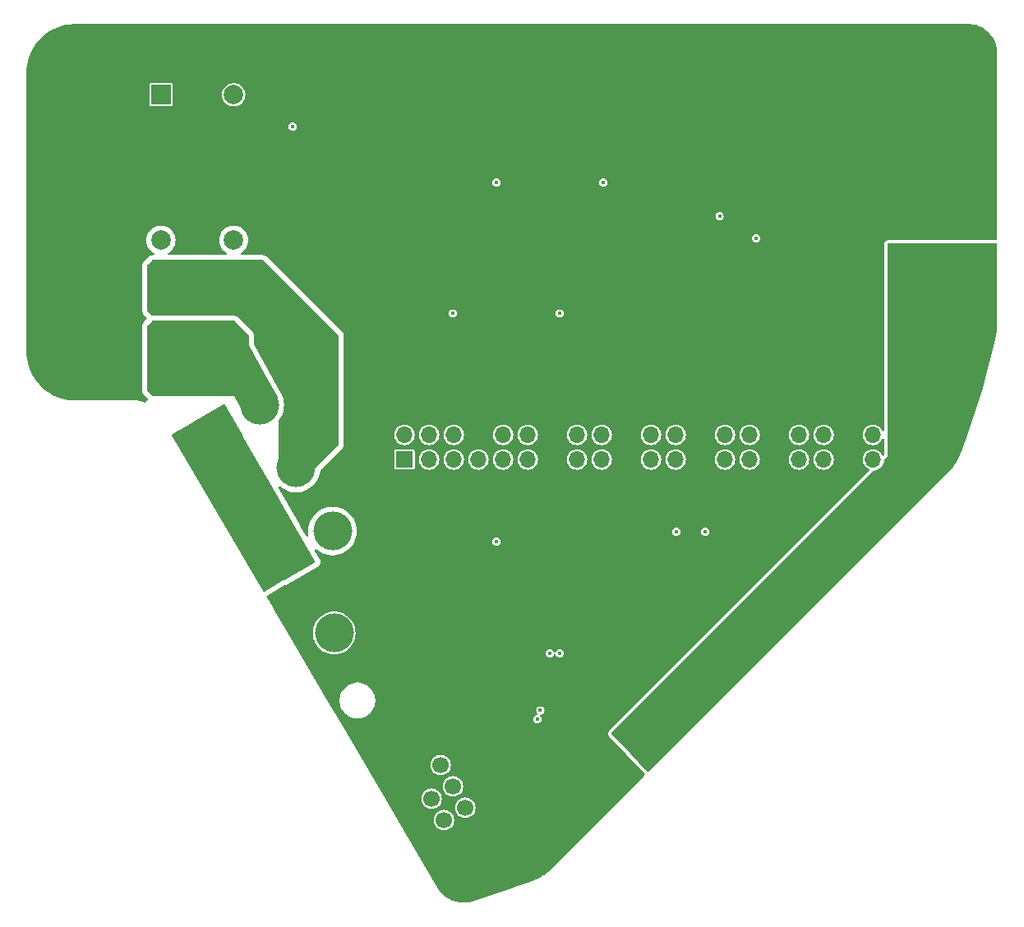
<source format=gbr>
%TF.GenerationSoftware,KiCad,Pcbnew,8.0.0*%
%TF.CreationDate,2024-03-25T03:27:08+00:00*%
%TF.ProjectId,main_PCB_v2,6d61696e-5f50-4434-925f-76322e6b6963,rev?*%
%TF.SameCoordinates,Original*%
%TF.FileFunction,Copper,L2,Inr*%
%TF.FilePolarity,Positive*%
%FSLAX46Y46*%
G04 Gerber Fmt 4.6, Leading zero omitted, Abs format (unit mm)*
G04 Created by KiCad (PCBNEW 8.0.0) date 2024-03-25 03:27:08*
%MOMM*%
%LPD*%
G01*
G04 APERTURE LIST*
G04 Aperture macros list*
%AMRoundRect*
0 Rectangle with rounded corners*
0 $1 Rounding radius*
0 $2 $3 $4 $5 $6 $7 $8 $9 X,Y pos of 4 corners*
0 Add a 4 corners polygon primitive as box body*
4,1,4,$2,$3,$4,$5,$6,$7,$8,$9,$2,$3,0*
0 Add four circle primitives for the rounded corners*
1,1,$1+$1,$2,$3*
1,1,$1+$1,$4,$5*
1,1,$1+$1,$6,$7*
1,1,$1+$1,$8,$9*
0 Add four rect primitives between the rounded corners*
20,1,$1+$1,$2,$3,$4,$5,0*
20,1,$1+$1,$4,$5,$6,$7,0*
20,1,$1+$1,$6,$7,$8,$9,0*
20,1,$1+$1,$8,$9,$2,$3,0*%
%AMRotRect*
0 Rectangle, with rotation*
0 The origin of the aperture is its center*
0 $1 length*
0 $2 width*
0 $3 Rotation angle, in degrees counterclockwise*
0 Add horizontal line*
21,1,$1,$2,0,0,$3*%
G04 Aperture macros list end*
%TA.AperFunction,ComponentPad*%
%ADD10RotRect,3.800000X3.800000X315.000000*%
%TD*%
%TA.AperFunction,ComponentPad*%
%ADD11C,4.000000*%
%TD*%
%TA.AperFunction,ComponentPad*%
%ADD12RotRect,3.800000X3.800000X30.000000*%
%TD*%
%TA.AperFunction,ComponentPad*%
%ADD13C,0.800000*%
%TD*%
%TA.AperFunction,ComponentPad*%
%ADD14C,6.400000*%
%TD*%
%TA.AperFunction,ComponentPad*%
%ADD15RotRect,3.800000X3.800000X210.000000*%
%TD*%
%TA.AperFunction,ComponentPad*%
%ADD16C,2.000000*%
%TD*%
%TA.AperFunction,ComponentPad*%
%ADD17R,2.000000X2.000000*%
%TD*%
%TA.AperFunction,ComponentPad*%
%ADD18RoundRect,0.250000X-0.219615X-0.819615X0.819615X-0.219615X0.219615X0.819615X-0.819615X0.219615X0*%
%TD*%
%TA.AperFunction,ComponentPad*%
%ADD19C,1.700000*%
%TD*%
%TA.AperFunction,ComponentPad*%
%ADD20R,1.700000X1.700000*%
%TD*%
%TA.AperFunction,ComponentPad*%
%ADD21O,1.700000X1.700000*%
%TD*%
%TA.AperFunction,ComponentPad*%
%ADD22RoundRect,1.500000X-1.500000X1.500000X-1.500000X-1.500000X1.500000X-1.500000X1.500000X1.500000X0*%
%TD*%
%TA.AperFunction,ComponentPad*%
%ADD23C,6.000000*%
%TD*%
%TA.AperFunction,ViaPad*%
%ADD24C,0.450000*%
%TD*%
G04 APERTURE END LIST*
D10*
%TO.N,GND*%
%TO.C,J106*%
X171161165Y-118767767D03*
D11*
%TO.N,VBAT*%
X174696699Y-122303301D03*
%TD*%
D12*
%TO.N,GNDPWR*%
%TO.C,J103*%
X130759937Y-91425000D03*
D11*
%TO.N,/COIL*%
X135090064Y-88925000D03*
%TD*%
D12*
%TO.N,GNDPWR*%
%TO.C,J107*%
X138259937Y-104415382D03*
D11*
%TO.N,/HV*%
X142590064Y-101915382D03*
%TD*%
D10*
%TO.N,GND*%
%TO.C,J102*%
X187071068Y-102857864D03*
D11*
%TO.N,VBAT*%
X190606602Y-106393398D03*
%TD*%
D13*
%TO.N,GND*%
%TO.C,OL102*%
X113675000Y-54670000D03*
X113675000Y-83475000D03*
X114377944Y-52972944D03*
X114377944Y-56367056D03*
X114377944Y-81777944D03*
X114377944Y-85172056D03*
X116075000Y-52270000D03*
X116075000Y-57070000D03*
X116075000Y-81075000D03*
X116075000Y-85875000D03*
X117772056Y-52972944D03*
X117772056Y-56367056D03*
X117772056Y-81777944D03*
X117772056Y-85172056D03*
X118475000Y-54670000D03*
X118475000Y-83475000D03*
X175132682Y-84154465D03*
X175835626Y-82457409D03*
X175835626Y-85851521D03*
X177532682Y-81754465D03*
X177532682Y-86554465D03*
X179229738Y-82457409D03*
X179229738Y-85851521D03*
X179932682Y-84154465D03*
X193126738Y-54667148D03*
X193130000Y-83850000D03*
X193829682Y-52970092D03*
X193829682Y-56364204D03*
X193832944Y-82152944D03*
X193832944Y-85547056D03*
X195526738Y-52267148D03*
X195526738Y-57067148D03*
X195530000Y-81450000D03*
X195530000Y-86250000D03*
X197223794Y-52970092D03*
X197223794Y-56364204D03*
X197227056Y-82152944D03*
X197227056Y-85547056D03*
X197926738Y-54667148D03*
X197930000Y-83850000D03*
D14*
X116075000Y-54670000D03*
X116075000Y-83475000D03*
X195526738Y-54667148D03*
X177532682Y-84154465D03*
X195530000Y-83850000D03*
%TD*%
D15*
%TO.N,GND*%
%TO.C,J108*%
X147090064Y-109925000D03*
D11*
%TO.N,+12V*%
X142759937Y-112425000D03*
%TD*%
D16*
%TO.N,/CAP*%
%TO.C,K101*%
X124912500Y-76962500D03*
X132412500Y-76962500D03*
%TO.N,/HV*%
X124912500Y-71962500D03*
X132412500Y-71962500D03*
%TO.N,/COIL*%
X124912500Y-81962500D03*
X132412500Y-81962500D03*
D17*
%TO.N,+5V*%
X124912500Y-56962500D03*
D16*
%TO.N,/TRIG_D*%
X132412500Y-56962500D03*
%TD*%
D18*
%TO.N,GND*%
%TO.C,J111*%
X151530296Y-127300296D03*
D19*
%TO.N,/OUT1*%
X153730001Y-126030296D03*
%TO.N,/ENC_A*%
X152800296Y-129500001D03*
%TO.N,/ENC_B*%
X155000000Y-128230001D03*
%TO.N,/OUT2*%
X154070296Y-131699705D03*
%TO.N,+5V*%
X156270001Y-130429705D03*
%TD*%
D12*
%TO.N,GNDPWR*%
%TO.C,J110*%
X134509937Y-97920191D03*
D11*
%TO.N,/CAP*%
X138840064Y-95420191D03*
%TD*%
D10*
%TO.N,GND*%
%TO.C,J105*%
X176464466Y-113464466D03*
D11*
%TO.N,VBAT*%
X180000000Y-117000000D03*
%TD*%
D20*
%TO.N,unconnected-(J109-Pin_1-Pad1)*%
%TO.C,J109*%
X150000000Y-94540000D03*
D21*
%TO.N,unconnected-(J109-Pin_2-Pad2)*%
X150000000Y-92000000D03*
%TO.N,unconnected-(J109-Pin_3-Pad3)*%
X152540000Y-94540000D03*
%TO.N,unconnected-(J109-Pin_4-Pad4)*%
X152540000Y-92000000D03*
%TO.N,unconnected-(J109-Pin_5-Pad5)*%
X155080000Y-94540000D03*
%TO.N,unconnected-(J109-Pin_6-Pad6)*%
X155080000Y-92000000D03*
%TO.N,+3.3V*%
X157620000Y-94540000D03*
%TO.N,GND*%
X157620000Y-92000000D03*
%TO.N,unconnected-(J109-Pin_9-Pad9)*%
X160160000Y-94540000D03*
%TO.N,unconnected-(J109-Pin_10-Pad10)*%
X160160000Y-92000000D03*
%TO.N,unconnected-(J109-Pin_11-Pad11)*%
X162700000Y-94540000D03*
%TO.N,unconnected-(J109-Pin_12-Pad12)*%
X162700000Y-92000000D03*
%TO.N,GND*%
X165240000Y-94540000D03*
X165240000Y-92000000D03*
%TO.N,unconnected-(J109-Pin_15-Pad15)*%
X167780000Y-94540000D03*
%TO.N,unconnected-(J109-Pin_16-Pad16)*%
X167780000Y-92000000D03*
%TO.N,unconnected-(J109-Pin_17-Pad17)*%
X170320000Y-94540000D03*
%TO.N,unconnected-(J109-Pin_18-Pad18)*%
X170320000Y-92000000D03*
%TO.N,GND*%
X172860000Y-94540000D03*
X172860000Y-92000000D03*
%TO.N,/MOTOR_PH*%
X175400000Y-94540000D03*
%TO.N,unconnected-(J109-Pin_22-Pad22)*%
X175400000Y-92000000D03*
%TO.N,/MOTOR_EN*%
X177940000Y-94540000D03*
%TO.N,unconnected-(J109-Pin_24-Pad24)*%
X177940000Y-92000000D03*
%TO.N,GND*%
X180480000Y-94540000D03*
X180480000Y-92000000D03*
%TO.N,/ENC_A_3V3*%
X183020000Y-94540000D03*
%TO.N,/~{SLEEP}*%
X183020000Y-92000000D03*
%TO.N,/ENC_B_3V3*%
X185560000Y-94540000D03*
%TO.N,/TRIG*%
X185560000Y-92000000D03*
%TO.N,GND*%
X188100000Y-94540000D03*
X188100000Y-92000000D03*
%TO.N,+3.3V*%
X190640000Y-94540000D03*
X190640000Y-92000000D03*
%TO.N,+12V*%
X193180000Y-94540000D03*
%TO.N,+5V*%
X193180000Y-92000000D03*
%TO.N,GND*%
X195720000Y-94540000D03*
X195720000Y-92000000D03*
%TO.N,/ICOP*%
X198260000Y-94540000D03*
%TO.N,VSYS*%
X198260000Y-92000000D03*
%TD*%
D10*
%TO.N,GND*%
%TO.C,J104*%
X181767767Y-108161165D03*
D11*
%TO.N,VBAT*%
X185303301Y-111696699D03*
%TD*%
D22*
%TO.N,GND*%
%TO.C,J101*%
X205750000Y-68400000D03*
D23*
%TO.N,VBAT*%
X205750000Y-75600000D03*
%TD*%
D24*
%TO.N,GND*%
X122500000Y-54500000D03*
X122500000Y-64500000D03*
X180000000Y-112000000D03*
X207500000Y-54500000D03*
X167500000Y-57000000D03*
X170000000Y-74500000D03*
X112500000Y-57000000D03*
X174000000Y-116000000D03*
X168000000Y-120000000D03*
X182500000Y-77000000D03*
X162500000Y-109500000D03*
X170000000Y-57000000D03*
X182500000Y-57000000D03*
X150000000Y-79500000D03*
X170000000Y-52000000D03*
X160000000Y-89500000D03*
X185000000Y-57000000D03*
X185250000Y-64750000D03*
X197500000Y-59500000D03*
X175000000Y-117000000D03*
X180000000Y-102000000D03*
X132500000Y-67000000D03*
X210000000Y-64500000D03*
X170000000Y-97000000D03*
X117500000Y-59500000D03*
X150000000Y-52000000D03*
X185250000Y-69750000D03*
X172500000Y-79500000D03*
X172500000Y-54500000D03*
X163750000Y-68000000D03*
X163500000Y-73500000D03*
X186000000Y-69750000D03*
X112500000Y-82000000D03*
X132500000Y-52000000D03*
X200000000Y-62000000D03*
X112500000Y-62000000D03*
X156000000Y-74500000D03*
X115000000Y-59500000D03*
X182750000Y-101000000D03*
X160000000Y-52000000D03*
X172500000Y-97000000D03*
X137500000Y-64500000D03*
X135000000Y-72000000D03*
X180000000Y-72000000D03*
X153500000Y-72500000D03*
X175000000Y-52000000D03*
X172500000Y-77000000D03*
X165000000Y-82000000D03*
X157500000Y-89500000D03*
X122500000Y-69500000D03*
X150000000Y-72500000D03*
X117500000Y-67000000D03*
X120000000Y-59500000D03*
X170000000Y-108000000D03*
X162500000Y-79500000D03*
X175000000Y-54500000D03*
X205000000Y-57000000D03*
X167500000Y-54500000D03*
X185000000Y-87000000D03*
X140000000Y-69500000D03*
X185000000Y-59500000D03*
X162500000Y-102000000D03*
X172000000Y-68000000D03*
X180000000Y-77000000D03*
X165000000Y-69000000D03*
X117500000Y-69500000D03*
X147500000Y-52000000D03*
X200000000Y-69500000D03*
X165000000Y-102000000D03*
X172500000Y-57000000D03*
X150000000Y-57000000D03*
X185000000Y-107000000D03*
X149000000Y-73500000D03*
X122500000Y-52000000D03*
X161100000Y-122100000D03*
X172500000Y-82000000D03*
X165000000Y-104500000D03*
X159000000Y-74500000D03*
X122500000Y-57000000D03*
X172500000Y-52000000D03*
X135000000Y-67000000D03*
X137500000Y-69500000D03*
X132500000Y-59500000D03*
X210000000Y-54500000D03*
X115000000Y-74500000D03*
X148000000Y-72500000D03*
X117500000Y-74500000D03*
X130000000Y-64500000D03*
X112500000Y-67000000D03*
X162500000Y-54500000D03*
X182500000Y-52000000D03*
X148000000Y-74500000D03*
X164500000Y-72500000D03*
X122500000Y-79500000D03*
X190000000Y-57000000D03*
X127500000Y-54500000D03*
X185000000Y-52000000D03*
X182500000Y-72000000D03*
X120000000Y-74500000D03*
X165000000Y-99500000D03*
X162500000Y-82000000D03*
X165000000Y-52000000D03*
X152500000Y-79500000D03*
X165000000Y-107000000D03*
X137500000Y-67000000D03*
X180000000Y-52000000D03*
X165000000Y-57000000D03*
X135000000Y-69500000D03*
X187500000Y-82000000D03*
X187500000Y-87000000D03*
X166000000Y-112000000D03*
X122500000Y-74500000D03*
X205000000Y-64500000D03*
X122500000Y-87000000D03*
X205000000Y-59500000D03*
X150000000Y-68000000D03*
X140000000Y-54500000D03*
X192500000Y-57000000D03*
X151500000Y-72500000D03*
X162500000Y-89500000D03*
X120000000Y-62000000D03*
X175000000Y-57000000D03*
X150000000Y-54500000D03*
X175000000Y-79500000D03*
X120000000Y-52000000D03*
X142500000Y-52000000D03*
X115000000Y-67000000D03*
X167500000Y-52000000D03*
X125000000Y-59500000D03*
X157500000Y-87000000D03*
X182500000Y-74500000D03*
X190000000Y-54500000D03*
X115000000Y-72000000D03*
X162500000Y-72500000D03*
X112500000Y-72000000D03*
X182500000Y-79500000D03*
X202500000Y-54500000D03*
X125000000Y-64500000D03*
X159500000Y-101500000D03*
X115000000Y-79500000D03*
X172500000Y-102000000D03*
X137500000Y-74500000D03*
X167500000Y-104500000D03*
X165000000Y-84500000D03*
X137500000Y-72000000D03*
X192500000Y-52000000D03*
X177500000Y-54500000D03*
X130000000Y-57000000D03*
X207500000Y-57000000D03*
X200000000Y-64500000D03*
X130000000Y-54500000D03*
X155000000Y-89500000D03*
X207500000Y-64500000D03*
X187500000Y-52000000D03*
X197500000Y-69500000D03*
X205000000Y-52000000D03*
X155000000Y-57000000D03*
X185000000Y-54500000D03*
X183000000Y-105000000D03*
X160000000Y-82000000D03*
X127500000Y-62000000D03*
X157500000Y-52000000D03*
X152500000Y-87000000D03*
X167000000Y-74500000D03*
X177500000Y-59500000D03*
X170000000Y-122000000D03*
X160000000Y-99500000D03*
X160000000Y-109500000D03*
X200000000Y-67000000D03*
X180000000Y-57000000D03*
X165000000Y-54500000D03*
X169000000Y-121000000D03*
X170000000Y-72500000D03*
X173000000Y-115000000D03*
X167500000Y-97000000D03*
X120000000Y-69500000D03*
X202500000Y-59500000D03*
X195000000Y-62000000D03*
X150000000Y-82000000D03*
X150000000Y-84500000D03*
X145000000Y-52000000D03*
X161000000Y-72500000D03*
X189000000Y-101000000D03*
X145000000Y-74500000D03*
X132500000Y-64500000D03*
X130000000Y-67000000D03*
X207500000Y-62000000D03*
X120000000Y-54500000D03*
X161000000Y-68000000D03*
X202500000Y-52000000D03*
X186000000Y-64750000D03*
X177500000Y-97000000D03*
X135000000Y-52000000D03*
X197500000Y-67000000D03*
X210000000Y-62000000D03*
X170000000Y-102000000D03*
X162500000Y-104500000D03*
X159000000Y-72500000D03*
X152500000Y-57000000D03*
X117500000Y-64500000D03*
X205000000Y-62000000D03*
X174750000Y-68000000D03*
X125000000Y-52000000D03*
X150000000Y-89500000D03*
X112500000Y-79500000D03*
X182500000Y-84500000D03*
X120000000Y-57000000D03*
X190000000Y-102000000D03*
X167500000Y-102000000D03*
X160000000Y-54500000D03*
X135000000Y-64500000D03*
X127500000Y-69500000D03*
X140000000Y-57000000D03*
X200000000Y-59500000D03*
X122500000Y-72000000D03*
X125000000Y-69500000D03*
X155000000Y-84500000D03*
X177500000Y-77000000D03*
X112500000Y-77000000D03*
X177500000Y-57000000D03*
X162500000Y-84500000D03*
X162900000Y-123900000D03*
X187500000Y-59500000D03*
X168000000Y-110000000D03*
X125000000Y-62000000D03*
X144000000Y-70000000D03*
X200000000Y-54500000D03*
X187500000Y-54500000D03*
X155000000Y-54500000D03*
X112500000Y-59500000D03*
X184000000Y-106000000D03*
X142500000Y-54500000D03*
X157500000Y-97000000D03*
X185000000Y-79500000D03*
X195000000Y-97000000D03*
X115000000Y-77000000D03*
X187500000Y-84500000D03*
X177500000Y-74500000D03*
X157500000Y-82000000D03*
X137500000Y-54500000D03*
X207500000Y-52000000D03*
X117500000Y-62000000D03*
X172500000Y-99500000D03*
X180000000Y-54500000D03*
X180000000Y-97000000D03*
X197500000Y-64500000D03*
X127500000Y-64500000D03*
X177500000Y-52000000D03*
X152500000Y-89500000D03*
X125000000Y-67000000D03*
X202500000Y-57000000D03*
X171000000Y-73500000D03*
X122500000Y-77000000D03*
X152500000Y-73500000D03*
X210000000Y-52000000D03*
X115000000Y-62000000D03*
X122500000Y-82000000D03*
X170000000Y-54500000D03*
X115000000Y-64500000D03*
X160000000Y-73500000D03*
X122500000Y-62000000D03*
X117500000Y-79500000D03*
X152500000Y-82000000D03*
X170000000Y-82000000D03*
X145000000Y-87000000D03*
X165000000Y-113000000D03*
X167000000Y-111000000D03*
X180000000Y-74500000D03*
X140000000Y-72000000D03*
X210000000Y-67000000D03*
X165000000Y-87000000D03*
X181500000Y-65000000D03*
X157500000Y-57000000D03*
X140000000Y-64500000D03*
X120000000Y-77000000D03*
X198000000Y-88000000D03*
X122500000Y-59500000D03*
X135000000Y-54500000D03*
X120000000Y-84500000D03*
X187500000Y-57000000D03*
X190000000Y-52000000D03*
X145000000Y-57000000D03*
X153500000Y-70500000D03*
X200000000Y-57000000D03*
X177500000Y-72000000D03*
X172000000Y-72500000D03*
X155000000Y-52000000D03*
X170000000Y-99500000D03*
X144000000Y-73000000D03*
X140000000Y-67000000D03*
X185000000Y-82000000D03*
X155750000Y-79500000D03*
X192500000Y-99500000D03*
X160000000Y-57000000D03*
X150000000Y-87000000D03*
X157500000Y-54500000D03*
X155000000Y-82000000D03*
X207500000Y-59500000D03*
X127500000Y-67000000D03*
X152500000Y-54500000D03*
X180000000Y-79500000D03*
X182500000Y-54500000D03*
X162500000Y-99500000D03*
X154000000Y-69000000D03*
X160000000Y-87000000D03*
X179000000Y-111000000D03*
X152500000Y-52000000D03*
X183000000Y-64000000D03*
X127500000Y-57000000D03*
X165000000Y-97000000D03*
X210000000Y-69500000D03*
X192500000Y-62000000D03*
X120000000Y-87000000D03*
X122500000Y-84500000D03*
X205000000Y-54500000D03*
X202500000Y-64500000D03*
X182500000Y-59500000D03*
X152500000Y-84500000D03*
X159500000Y-106500000D03*
X180000000Y-59500000D03*
X140500000Y-73500000D03*
X112500000Y-74500000D03*
X147500000Y-54500000D03*
X210000000Y-59500000D03*
X175000000Y-74500000D03*
X162500000Y-107000000D03*
X182500000Y-82000000D03*
X117500000Y-72000000D03*
X120000000Y-82000000D03*
X112500000Y-69500000D03*
X175000000Y-72000000D03*
X182500000Y-87000000D03*
X137500000Y-59500000D03*
X169000000Y-109000000D03*
X197500000Y-62000000D03*
X162500000Y-52000000D03*
X145000000Y-84500000D03*
X190500000Y-67750000D03*
X122500000Y-67000000D03*
X120000000Y-72000000D03*
X120000000Y-64500000D03*
X185000000Y-84500000D03*
X167500000Y-82000000D03*
X150000000Y-77000000D03*
X140000000Y-52000000D03*
X164500000Y-70500000D03*
X162500000Y-57000000D03*
X159500000Y-104000000D03*
X120000000Y-79500000D03*
X117500000Y-77000000D03*
X175000000Y-77000000D03*
X135000000Y-59500000D03*
X177500000Y-79500000D03*
X130000000Y-59500000D03*
X210000000Y-57000000D03*
X170000000Y-87000000D03*
X155000000Y-87000000D03*
X147500000Y-57000000D03*
X130000000Y-69500000D03*
X120000000Y-67000000D03*
X132500000Y-69500000D03*
X200000000Y-52000000D03*
X166750000Y-79500000D03*
X178000000Y-110000000D03*
X137500000Y-52000000D03*
X115000000Y-69500000D03*
X145000000Y-54500000D03*
X142500000Y-57000000D03*
X192500000Y-59500000D03*
X167500000Y-87000000D03*
X195000000Y-59500000D03*
X167500000Y-99500000D03*
X202500000Y-62000000D03*
X190000000Y-59500000D03*
X162500000Y-97000000D03*
X152710000Y-68040000D03*
X112500000Y-64500000D03*
%TO.N,+5V*%
X159500000Y-103000000D03*
%TO.N,+3.3V*%
X163700000Y-121300000D03*
%TO.N,VBAT*%
X205000000Y-84500000D03*
X200000000Y-97000000D03*
X202500000Y-87000000D03*
X200000000Y-94500000D03*
X202500000Y-89500000D03*
X192500000Y-102000000D03*
X197500000Y-99500000D03*
X195000000Y-102000000D03*
X185000000Y-114500000D03*
X200000000Y-84500000D03*
X197500000Y-97000000D03*
X195000000Y-104500000D03*
X200000000Y-79500000D03*
X182500000Y-114500000D03*
X180000000Y-119500000D03*
X195000000Y-99500000D03*
X202500000Y-97000000D03*
X192500000Y-104500000D03*
X202500000Y-92000000D03*
X200000000Y-87000000D03*
X205000000Y-92000000D03*
X182500000Y-117000000D03*
X207500000Y-89500000D03*
X200000000Y-82000000D03*
X202500000Y-74500000D03*
X182500000Y-112000000D03*
X202500000Y-84500000D03*
X205000000Y-87000000D03*
X175000000Y-119500000D03*
X205000000Y-82000000D03*
X205000000Y-79500000D03*
X200000000Y-99500000D03*
X207500000Y-84500000D03*
X202500000Y-79500000D03*
X207500000Y-87000000D03*
X187500000Y-109500000D03*
X210000000Y-82000000D03*
X202500000Y-77000000D03*
X205000000Y-94500000D03*
X210000000Y-74500000D03*
X197500000Y-102000000D03*
X202500000Y-82000000D03*
X207500000Y-82000000D03*
X200000000Y-89500000D03*
X200000000Y-74500000D03*
X177500000Y-122000000D03*
X177500000Y-119500000D03*
X187500000Y-107000000D03*
X200000000Y-77000000D03*
X210000000Y-77000000D03*
X207500000Y-79500000D03*
X177500000Y-117000000D03*
X210000000Y-79500000D03*
X205000000Y-89500000D03*
X202500000Y-94500000D03*
X190000000Y-109500000D03*
%TO.N,/ICOP*%
X182470000Y-69500000D03*
X186250000Y-71750000D03*
%TO.N,/MOTOR_EN*%
X166000000Y-114500000D03*
%TO.N,/MOTOR_PH*%
X165000000Y-114500000D03*
%TO.N,/TRIG*%
X138500000Y-60250000D03*
%TO.N,/~{SLEEP}*%
X164000000Y-120400000D03*
%TO.N,/ENC_A*%
X178000000Y-102000000D03*
%TO.N,/ENC_B*%
X181000000Y-102000000D03*
%TO.N,/PGOOD_5V*%
X170500000Y-66000000D03*
X166000000Y-79500000D03*
%TO.N,/PGOOD_3V3*%
X159500000Y-66000000D03*
X155000000Y-79500000D03*
%TD*%
%TA.AperFunction,Conductor*%
%TO.N,GND*%
G36*
X208072364Y-49667160D02*
G01*
X208075171Y-49667198D01*
X208233136Y-49669385D01*
X208245223Y-49670145D01*
X208565624Y-49706115D01*
X208579277Y-49708426D01*
X208579605Y-49708501D01*
X208892811Y-49779713D01*
X208906125Y-49783534D01*
X209057938Y-49836440D01*
X209209756Y-49889348D01*
X209222553Y-49894627D01*
X209512489Y-50033645D01*
X209524610Y-50040314D01*
X209779804Y-50199905D01*
X209797234Y-50210805D01*
X209808550Y-50218794D01*
X210060449Y-50418622D01*
X210070803Y-50427823D01*
X210298846Y-50654502D01*
X210308109Y-50664801D01*
X210509442Y-50915494D01*
X210517499Y-50926762D01*
X210689615Y-51198348D01*
X210696365Y-51210444D01*
X210837120Y-51499539D01*
X210842478Y-51512312D01*
X210950106Y-51815289D01*
X210954007Y-51828580D01*
X211027174Y-52141682D01*
X211029568Y-52155326D01*
X211067457Y-52475496D01*
X211068291Y-52487603D01*
X211071481Y-52647951D01*
X211071506Y-52650417D01*
X211071506Y-71820500D01*
X211051821Y-71887539D01*
X210999017Y-71933294D01*
X210947506Y-71944500D01*
X199874000Y-71944500D01*
X199873991Y-71944500D01*
X199873990Y-71944501D01*
X199809064Y-71951481D01*
X199809052Y-71951483D01*
X199757546Y-71962688D01*
X199719345Y-71973644D01*
X199719341Y-71973646D01*
X199622431Y-72030323D01*
X199622428Y-72030325D01*
X199569623Y-72076081D01*
X199569612Y-72076091D01*
X199527451Y-72120807D01*
X199527445Y-72120816D01*
X199476560Y-72220890D01*
X199456877Y-72287921D01*
X199444500Y-72374002D01*
X199444500Y-91492523D01*
X199424815Y-91559562D01*
X199372011Y-91605317D01*
X199302853Y-91615261D01*
X199239297Y-91586236D01*
X199211142Y-91550977D01*
X199179897Y-91492523D01*
X199137685Y-91413550D01*
X199085702Y-91350209D01*
X199006410Y-91253589D01*
X198888677Y-91156969D01*
X198846450Y-91122315D01*
X198663954Y-91024768D01*
X198465934Y-90964700D01*
X198465932Y-90964699D01*
X198465934Y-90964699D01*
X198260000Y-90944417D01*
X198054067Y-90964699D01*
X197856043Y-91024769D01*
X197745898Y-91083643D01*
X197673550Y-91122315D01*
X197673548Y-91122316D01*
X197673547Y-91122317D01*
X197513589Y-91253589D01*
X197382317Y-91413547D01*
X197284769Y-91596043D01*
X197224699Y-91794067D01*
X197204417Y-92000000D01*
X197224699Y-92205932D01*
X197254734Y-92304944D01*
X197284768Y-92403954D01*
X197382315Y-92586450D01*
X197382317Y-92586452D01*
X197513589Y-92746410D01*
X197610209Y-92825702D01*
X197673550Y-92877685D01*
X197856046Y-92975232D01*
X198054066Y-93035300D01*
X198054065Y-93035300D01*
X198072529Y-93037118D01*
X198260000Y-93055583D01*
X198465934Y-93035300D01*
X198663954Y-92975232D01*
X198846450Y-92877685D01*
X199006410Y-92746410D01*
X199137685Y-92586450D01*
X199211142Y-92449021D01*
X199260105Y-92399178D01*
X199328242Y-92383718D01*
X199393922Y-92407550D01*
X199436291Y-92463108D01*
X199444500Y-92507476D01*
X199444500Y-94032523D01*
X199424815Y-94099562D01*
X199372011Y-94145317D01*
X199302853Y-94155261D01*
X199239297Y-94126236D01*
X199211142Y-94090977D01*
X199179897Y-94032523D01*
X199137685Y-93953550D01*
X199085702Y-93890209D01*
X199006410Y-93793589D01*
X198856121Y-93670252D01*
X198846450Y-93662315D01*
X198663954Y-93564768D01*
X198465934Y-93504700D01*
X198465932Y-93504699D01*
X198465934Y-93504699D01*
X198260000Y-93484417D01*
X198054067Y-93504699D01*
X197856043Y-93564769D01*
X197768114Y-93611769D01*
X197673550Y-93662315D01*
X197673548Y-93662316D01*
X197673547Y-93662317D01*
X197513589Y-93793589D01*
X197382317Y-93953547D01*
X197284769Y-94136043D01*
X197224699Y-94334067D01*
X197204417Y-94540000D01*
X197224699Y-94745932D01*
X197254734Y-94844944D01*
X197284768Y-94943954D01*
X197382315Y-95126450D01*
X197382317Y-95126452D01*
X197513589Y-95286410D01*
X197673548Y-95417684D01*
X197673550Y-95417685D01*
X197836765Y-95504926D01*
X197886609Y-95553887D01*
X197902069Y-95622025D01*
X197878237Y-95687705D01*
X197865992Y-95701964D01*
X171118881Y-122449074D01*
X171080585Y-122495820D01*
X171053555Y-122536426D01*
X171053544Y-122536444D01*
X171035931Y-122566484D01*
X171003995Y-122674114D01*
X171003994Y-122674118D01*
X170996766Y-122743603D01*
X170996765Y-122743627D01*
X170996589Y-122805092D01*
X170996590Y-122805098D01*
X171027911Y-122912904D01*
X171059403Y-122975279D01*
X171059406Y-122975284D01*
X171109238Y-123046530D01*
X171109240Y-123046532D01*
X171109241Y-123046533D01*
X174723644Y-126901896D01*
X174723649Y-126901900D01*
X174726392Y-126904223D01*
X174764836Y-126962566D01*
X174765635Y-127032431D01*
X174733947Y-127086539D01*
X164805569Y-137014917D01*
X164804144Y-137016320D01*
X164665269Y-137150787D01*
X164654161Y-137160338D01*
X164345930Y-137395173D01*
X164332045Y-137404347D01*
X163995149Y-137595791D01*
X163982019Y-137602259D01*
X163804067Y-137677211D01*
X163801872Y-137678111D01*
X162955041Y-138015866D01*
X162952665Y-138016785D01*
X161243533Y-138658096D01*
X161240799Y-138659086D01*
X159517196Y-139260106D01*
X159514439Y-139261031D01*
X157777081Y-139821512D01*
X157774649Y-139822269D01*
X156901404Y-140084304D01*
X156899279Y-140084921D01*
X156732617Y-140131707D01*
X156719862Y-140134572D01*
X156377390Y-140192726D01*
X156362552Y-140194335D01*
X156016495Y-140210879D01*
X156001572Y-140210693D01*
X155656035Y-140185541D01*
X155641242Y-140183563D01*
X155301240Y-140117082D01*
X155286792Y-140113342D01*
X154957235Y-140006494D01*
X154943340Y-140001045D01*
X154629009Y-139855378D01*
X154615870Y-139848300D01*
X154321302Y-139665915D01*
X154309109Y-139657308D01*
X154038605Y-139440869D01*
X154027534Y-139430861D01*
X153784987Y-139183485D01*
X153775199Y-139172219D01*
X153563554Y-138896748D01*
X153556146Y-138885974D01*
X153465747Y-138738405D01*
X153464612Y-138736516D01*
X153418469Y-138658096D01*
X149324129Y-131699705D01*
X153014713Y-131699705D01*
X153034995Y-131905637D01*
X153034996Y-131905639D01*
X153095064Y-132103659D01*
X153192611Y-132286155D01*
X153192613Y-132286157D01*
X153323885Y-132446115D01*
X153420505Y-132525407D01*
X153483846Y-132577390D01*
X153666342Y-132674937D01*
X153864362Y-132735005D01*
X153864361Y-132735005D01*
X153882825Y-132736823D01*
X154070296Y-132755288D01*
X154276230Y-132735005D01*
X154474250Y-132674937D01*
X154656746Y-132577390D01*
X154816706Y-132446115D01*
X154947981Y-132286155D01*
X155045528Y-132103659D01*
X155105596Y-131905639D01*
X155125879Y-131699705D01*
X155105596Y-131493771D01*
X155045528Y-131295751D01*
X154947981Y-131113255D01*
X154868294Y-131016155D01*
X154816706Y-130953294D01*
X154698973Y-130856674D01*
X154656746Y-130822020D01*
X154474250Y-130724473D01*
X154276230Y-130664405D01*
X154276228Y-130664404D01*
X154276230Y-130664404D01*
X154070296Y-130644122D01*
X153864363Y-130664404D01*
X153666339Y-130724474D01*
X153556194Y-130783348D01*
X153483846Y-130822020D01*
X153483844Y-130822021D01*
X153483843Y-130822022D01*
X153323885Y-130953294D01*
X153192613Y-131113252D01*
X153095065Y-131295748D01*
X153034995Y-131493772D01*
X153014713Y-131699705D01*
X149324129Y-131699705D01*
X148029816Y-129500001D01*
X151744713Y-129500001D01*
X151764995Y-129705933D01*
X151764996Y-129705935D01*
X151825064Y-129903955D01*
X151922611Y-130086451D01*
X151922613Y-130086453D01*
X152053885Y-130246411D01*
X152150505Y-130325703D01*
X152213846Y-130377686D01*
X152396342Y-130475233D01*
X152594362Y-130535301D01*
X152594361Y-130535301D01*
X152612825Y-130537119D01*
X152800296Y-130555584D01*
X153006230Y-130535301D01*
X153204250Y-130475233D01*
X153289426Y-130429705D01*
X155214418Y-130429705D01*
X155234700Y-130635637D01*
X155243427Y-130664405D01*
X155294769Y-130833659D01*
X155392316Y-131016155D01*
X155392318Y-131016157D01*
X155523590Y-131176115D01*
X155620210Y-131255407D01*
X155683551Y-131307390D01*
X155866047Y-131404937D01*
X156064067Y-131465005D01*
X156064066Y-131465005D01*
X156082530Y-131466823D01*
X156270001Y-131485288D01*
X156475935Y-131465005D01*
X156673955Y-131404937D01*
X156856451Y-131307390D01*
X157016411Y-131176115D01*
X157147686Y-131016155D01*
X157245233Y-130833659D01*
X157305301Y-130635639D01*
X157325584Y-130429705D01*
X157305301Y-130223771D01*
X157245233Y-130025751D01*
X157147686Y-129843255D01*
X157095703Y-129779914D01*
X157016411Y-129683294D01*
X156856453Y-129552022D01*
X156856454Y-129552022D01*
X156856451Y-129552020D01*
X156673955Y-129454473D01*
X156475935Y-129394405D01*
X156475933Y-129394404D01*
X156475935Y-129394404D01*
X156270001Y-129374122D01*
X156064068Y-129394404D01*
X155866044Y-129454474D01*
X155780871Y-129500001D01*
X155683551Y-129552020D01*
X155683549Y-129552021D01*
X155683548Y-129552022D01*
X155523590Y-129683294D01*
X155392318Y-129843252D01*
X155294770Y-130025748D01*
X155234700Y-130223772D01*
X155214418Y-130429705D01*
X153289426Y-130429705D01*
X153386746Y-130377686D01*
X153546706Y-130246411D01*
X153677981Y-130086451D01*
X153775528Y-129903955D01*
X153835596Y-129705935D01*
X153855879Y-129500001D01*
X153835596Y-129294067D01*
X153775528Y-129096047D01*
X153677981Y-128913551D01*
X153598294Y-128816451D01*
X153546706Y-128753590D01*
X153428973Y-128656970D01*
X153386746Y-128622316D01*
X153204250Y-128524769D01*
X153006230Y-128464701D01*
X153006228Y-128464700D01*
X153006230Y-128464700D01*
X152800296Y-128444418D01*
X152594363Y-128464700D01*
X152396339Y-128524770D01*
X152286194Y-128583644D01*
X152213846Y-128622316D01*
X152213844Y-128622317D01*
X152213843Y-128622318D01*
X152053885Y-128753590D01*
X151922613Y-128913548D01*
X151825065Y-129096044D01*
X151764995Y-129294068D01*
X151744713Y-129500001D01*
X148029816Y-129500001D01*
X147856372Y-129205231D01*
X147282544Y-128230001D01*
X153944417Y-128230001D01*
X153964699Y-128435933D01*
X153973426Y-128464701D01*
X154024768Y-128633955D01*
X154122315Y-128816451D01*
X154122317Y-128816453D01*
X154253589Y-128976411D01*
X154350209Y-129055703D01*
X154413550Y-129107686D01*
X154596046Y-129205233D01*
X154794066Y-129265301D01*
X154794065Y-129265301D01*
X154812529Y-129267119D01*
X155000000Y-129285584D01*
X155205934Y-129265301D01*
X155403954Y-129205233D01*
X155586450Y-129107686D01*
X155746410Y-128976411D01*
X155877685Y-128816451D01*
X155975232Y-128633955D01*
X156035300Y-128435935D01*
X156055583Y-128230001D01*
X156035300Y-128024067D01*
X155975232Y-127826047D01*
X155877685Y-127643551D01*
X155825702Y-127580210D01*
X155746410Y-127483590D01*
X155586452Y-127352318D01*
X155586453Y-127352318D01*
X155586450Y-127352316D01*
X155403954Y-127254769D01*
X155205934Y-127194701D01*
X155205932Y-127194700D01*
X155205934Y-127194700D01*
X155000000Y-127174418D01*
X154794067Y-127194700D01*
X154596043Y-127254770D01*
X154485898Y-127313644D01*
X154413550Y-127352316D01*
X154413548Y-127352317D01*
X154413547Y-127352318D01*
X154253589Y-127483590D01*
X154122317Y-127643548D01*
X154024769Y-127826044D01*
X153964699Y-128024068D01*
X153944417Y-128230001D01*
X147282544Y-128230001D01*
X145988230Y-126030296D01*
X152674418Y-126030296D01*
X152694700Y-126236228D01*
X152694701Y-126236230D01*
X152754769Y-126434250D01*
X152852316Y-126616746D01*
X152852318Y-126616748D01*
X152983590Y-126776706D01*
X153080210Y-126855998D01*
X153143551Y-126907981D01*
X153326047Y-127005528D01*
X153524067Y-127065596D01*
X153524066Y-127065596D01*
X153542530Y-127067414D01*
X153730001Y-127085879D01*
X153935935Y-127065596D01*
X154133955Y-127005528D01*
X154316451Y-126907981D01*
X154476411Y-126776706D01*
X154607686Y-126616746D01*
X154705233Y-126434250D01*
X154765301Y-126236230D01*
X154785584Y-126030296D01*
X154765301Y-125824362D01*
X154705233Y-125626342D01*
X154607686Y-125443846D01*
X154555703Y-125380505D01*
X154476411Y-125283885D01*
X154316453Y-125152613D01*
X154316454Y-125152613D01*
X154316451Y-125152611D01*
X154133955Y-125055064D01*
X153935935Y-124994996D01*
X153935933Y-124994995D01*
X153935935Y-124994995D01*
X153730001Y-124974713D01*
X153524068Y-124994995D01*
X153326044Y-125055065D01*
X153215899Y-125113939D01*
X153143551Y-125152611D01*
X153143549Y-125152612D01*
X153143548Y-125152613D01*
X152983590Y-125283885D01*
X152852318Y-125443843D01*
X152754770Y-125626339D01*
X152694700Y-125824363D01*
X152674418Y-126030296D01*
X145988230Y-126030296D01*
X143204909Y-121300002D01*
X163269196Y-121300002D01*
X163290279Y-121433121D01*
X163290280Y-121433124D01*
X163290281Y-121433126D01*
X163351472Y-121553220D01*
X163351473Y-121553221D01*
X163351476Y-121553225D01*
X163446774Y-121648523D01*
X163446778Y-121648526D01*
X163446780Y-121648528D01*
X163566874Y-121709719D01*
X163566876Y-121709719D01*
X163566878Y-121709720D01*
X163699998Y-121730804D01*
X163700000Y-121730804D01*
X163700002Y-121730804D01*
X163833121Y-121709720D01*
X163833121Y-121709719D01*
X163833126Y-121709719D01*
X163953220Y-121648528D01*
X164048528Y-121553220D01*
X164109719Y-121433126D01*
X164130804Y-121300000D01*
X164109719Y-121166874D01*
X164048528Y-121046780D01*
X164048526Y-121046778D01*
X164048523Y-121046774D01*
X164027532Y-121025783D01*
X163994047Y-120964460D01*
X163999031Y-120894768D01*
X164040903Y-120838835D01*
X164095816Y-120815629D01*
X164133121Y-120809720D01*
X164133121Y-120809719D01*
X164133126Y-120809719D01*
X164253220Y-120748528D01*
X164348528Y-120653220D01*
X164409719Y-120533126D01*
X164430804Y-120400000D01*
X164427593Y-120379729D01*
X164409720Y-120266878D01*
X164409719Y-120266876D01*
X164409719Y-120266874D01*
X164348528Y-120146780D01*
X164348526Y-120146778D01*
X164348523Y-120146774D01*
X164253225Y-120051476D01*
X164253221Y-120051473D01*
X164253220Y-120051472D01*
X164133126Y-119990281D01*
X164133124Y-119990280D01*
X164133121Y-119990279D01*
X164000002Y-119969196D01*
X163999998Y-119969196D01*
X163866878Y-119990279D01*
X163746778Y-120051473D01*
X163746774Y-120051476D01*
X163651476Y-120146774D01*
X163651473Y-120146778D01*
X163590279Y-120266878D01*
X163569196Y-120399997D01*
X163569196Y-120400002D01*
X163590279Y-120533121D01*
X163590280Y-120533124D01*
X163590281Y-120533126D01*
X163609648Y-120571135D01*
X163651473Y-120653221D01*
X163651476Y-120653225D01*
X163672467Y-120674216D01*
X163705952Y-120735539D01*
X163700968Y-120805231D01*
X163659096Y-120861164D01*
X163604186Y-120884370D01*
X163566877Y-120890279D01*
X163446778Y-120951473D01*
X163446774Y-120951476D01*
X163351476Y-121046774D01*
X163351473Y-121046778D01*
X163290279Y-121166878D01*
X163269196Y-121299997D01*
X163269196Y-121300002D01*
X143204909Y-121300002D01*
X142131448Y-119475640D01*
X143319500Y-119475640D01*
X143343993Y-119661678D01*
X143350992Y-119714834D01*
X143413436Y-119947878D01*
X143413439Y-119947888D01*
X143505762Y-120170775D01*
X143505767Y-120170786D01*
X143626392Y-120379713D01*
X143626403Y-120379729D01*
X143773268Y-120571128D01*
X143773274Y-120571135D01*
X143943864Y-120741725D01*
X143943871Y-120741731D01*
X143952729Y-120748528D01*
X144135279Y-120888603D01*
X144135286Y-120888607D01*
X144344213Y-121009232D01*
X144344218Y-121009234D01*
X144344221Y-121009236D01*
X144567121Y-121101564D01*
X144800166Y-121164008D01*
X145039367Y-121195500D01*
X145039374Y-121195500D01*
X145280626Y-121195500D01*
X145280633Y-121195500D01*
X145519834Y-121164008D01*
X145752879Y-121101564D01*
X145975779Y-121009236D01*
X146184721Y-120888603D01*
X146376130Y-120741730D01*
X146546730Y-120571130D01*
X146693603Y-120379721D01*
X146814236Y-120170779D01*
X146906564Y-119947879D01*
X146969008Y-119714834D01*
X147000500Y-119475633D01*
X147000500Y-119234367D01*
X146969008Y-118995166D01*
X146906564Y-118762121D01*
X146814236Y-118539221D01*
X146814234Y-118539218D01*
X146814232Y-118539213D01*
X146693607Y-118330286D01*
X146693603Y-118330279D01*
X146546730Y-118138870D01*
X146546725Y-118138864D01*
X146376135Y-117968274D01*
X146376128Y-117968268D01*
X146184729Y-117821403D01*
X146184727Y-117821401D01*
X146184721Y-117821397D01*
X146184716Y-117821394D01*
X146184713Y-117821392D01*
X145975786Y-117700767D01*
X145975775Y-117700762D01*
X145752888Y-117608439D01*
X145752881Y-117608437D01*
X145752879Y-117608436D01*
X145519834Y-117545992D01*
X145466678Y-117538993D01*
X145280640Y-117514500D01*
X145280633Y-117514500D01*
X145039367Y-117514500D01*
X145039359Y-117514500D01*
X144826743Y-117542492D01*
X144800166Y-117545992D01*
X144567121Y-117608436D01*
X144567111Y-117608439D01*
X144344224Y-117700762D01*
X144344213Y-117700767D01*
X144135286Y-117821392D01*
X144135270Y-117821403D01*
X143943871Y-117968268D01*
X143943864Y-117968274D01*
X143773274Y-118138864D01*
X143773268Y-118138871D01*
X143626403Y-118330270D01*
X143626392Y-118330286D01*
X143505767Y-118539213D01*
X143505762Y-118539224D01*
X143413439Y-118762111D01*
X143413436Y-118762121D01*
X143350992Y-118995167D01*
X143319500Y-119234359D01*
X143319500Y-119475640D01*
X142131448Y-119475640D01*
X137982828Y-112425000D01*
X140554715Y-112425000D01*
X140573581Y-112712837D01*
X140573583Y-112712849D01*
X140629854Y-112995745D01*
X140629858Y-112995760D01*
X140722579Y-113268905D01*
X140850156Y-113527606D01*
X140850160Y-113527613D01*
X141010415Y-113767452D01*
X141200609Y-113984327D01*
X141417484Y-114174521D01*
X141646018Y-114327222D01*
X141657326Y-114334778D01*
X141916035Y-114462359D01*
X142189184Y-114555081D01*
X142472098Y-114611356D01*
X142759937Y-114630222D01*
X143047776Y-114611356D01*
X143330690Y-114555081D01*
X143492947Y-114500002D01*
X164569196Y-114500002D01*
X164590279Y-114633121D01*
X164590280Y-114633124D01*
X164590281Y-114633126D01*
X164651472Y-114753220D01*
X164651473Y-114753221D01*
X164651476Y-114753225D01*
X164746774Y-114848523D01*
X164746778Y-114848526D01*
X164746780Y-114848528D01*
X164866874Y-114909719D01*
X164866876Y-114909719D01*
X164866878Y-114909720D01*
X164999998Y-114930804D01*
X165000000Y-114930804D01*
X165000002Y-114930804D01*
X165133121Y-114909720D01*
X165133121Y-114909719D01*
X165133126Y-114909719D01*
X165253220Y-114848528D01*
X165348528Y-114753220D01*
X165389516Y-114672775D01*
X165437489Y-114621981D01*
X165505310Y-114605186D01*
X165571445Y-114627723D01*
X165610483Y-114672774D01*
X165651472Y-114753220D01*
X165651473Y-114753221D01*
X165651476Y-114753225D01*
X165746774Y-114848523D01*
X165746778Y-114848526D01*
X165746780Y-114848528D01*
X165866874Y-114909719D01*
X165866876Y-114909719D01*
X165866878Y-114909720D01*
X165999998Y-114930804D01*
X166000000Y-114930804D01*
X166000002Y-114930804D01*
X166133121Y-114909720D01*
X166133121Y-114909719D01*
X166133126Y-114909719D01*
X166253220Y-114848528D01*
X166348528Y-114753220D01*
X166409719Y-114633126D01*
X166413167Y-114611355D01*
X166430804Y-114500002D01*
X166430804Y-114499997D01*
X166409720Y-114366878D01*
X166409719Y-114366876D01*
X166409719Y-114366874D01*
X166348528Y-114246780D01*
X166348526Y-114246778D01*
X166348523Y-114246774D01*
X166253225Y-114151476D01*
X166253221Y-114151473D01*
X166253220Y-114151472D01*
X166133126Y-114090281D01*
X166133124Y-114090280D01*
X166133121Y-114090279D01*
X166000002Y-114069196D01*
X165999998Y-114069196D01*
X165866878Y-114090279D01*
X165746778Y-114151473D01*
X165746774Y-114151476D01*
X165651476Y-114246774D01*
X165651473Y-114246779D01*
X165610485Y-114327222D01*
X165562510Y-114378018D01*
X165494689Y-114394813D01*
X165428554Y-114372275D01*
X165389515Y-114327222D01*
X165348528Y-114246780D01*
X165348524Y-114246776D01*
X165348523Y-114246774D01*
X165253225Y-114151476D01*
X165253221Y-114151473D01*
X165253220Y-114151472D01*
X165133126Y-114090281D01*
X165133124Y-114090280D01*
X165133121Y-114090279D01*
X165000002Y-114069196D01*
X164999998Y-114069196D01*
X164866878Y-114090279D01*
X164746778Y-114151473D01*
X164746774Y-114151476D01*
X164651476Y-114246774D01*
X164651473Y-114246778D01*
X164590279Y-114366878D01*
X164569196Y-114499997D01*
X164569196Y-114500002D01*
X143492947Y-114500002D01*
X143603839Y-114462359D01*
X143862548Y-114334778D01*
X144102391Y-114174520D01*
X144319264Y-113984327D01*
X144509457Y-113767454D01*
X144669715Y-113527611D01*
X144797296Y-113268902D01*
X144890018Y-112995753D01*
X144946293Y-112712839D01*
X144965159Y-112425000D01*
X144946293Y-112137161D01*
X144890018Y-111854247D01*
X144797296Y-111581098D01*
X144669715Y-111322389D01*
X144509457Y-111082546D01*
X144319264Y-110865672D01*
X144102389Y-110675478D01*
X143862550Y-110515223D01*
X143862543Y-110515219D01*
X143603842Y-110387642D01*
X143330697Y-110294921D01*
X143330691Y-110294919D01*
X143330690Y-110294919D01*
X143330688Y-110294918D01*
X143330682Y-110294917D01*
X143047786Y-110238646D01*
X143047776Y-110238644D01*
X142759937Y-110219778D01*
X142472098Y-110238644D01*
X142472092Y-110238645D01*
X142472087Y-110238646D01*
X142189191Y-110294917D01*
X142189176Y-110294921D01*
X141916031Y-110387642D01*
X141657330Y-110515219D01*
X141657323Y-110515223D01*
X141417484Y-110675478D01*
X141200609Y-110865672D01*
X141010415Y-111082547D01*
X140850160Y-111322386D01*
X140850156Y-111322393D01*
X140722579Y-111581094D01*
X140629858Y-111854239D01*
X140629854Y-111854254D01*
X140573583Y-112137150D01*
X140573581Y-112137162D01*
X140554715Y-112425000D01*
X137982828Y-112425000D01*
X136600904Y-110076400D01*
X148000000Y-103500000D01*
X148000000Y-103000002D01*
X159069196Y-103000002D01*
X159090279Y-103133121D01*
X159090280Y-103133124D01*
X159090281Y-103133126D01*
X159151472Y-103253220D01*
X159151473Y-103253221D01*
X159151476Y-103253225D01*
X159246774Y-103348523D01*
X159246778Y-103348526D01*
X159246780Y-103348528D01*
X159366874Y-103409719D01*
X159366876Y-103409719D01*
X159366878Y-103409720D01*
X159499998Y-103430804D01*
X159500000Y-103430804D01*
X159500002Y-103430804D01*
X159633121Y-103409720D01*
X159633121Y-103409719D01*
X159633126Y-103409719D01*
X159753220Y-103348528D01*
X159848528Y-103253220D01*
X159909719Y-103133126D01*
X159909720Y-103133121D01*
X159930804Y-103000002D01*
X159930804Y-102999997D01*
X159909720Y-102866878D01*
X159909719Y-102866876D01*
X159909719Y-102866874D01*
X159848528Y-102746780D01*
X159848526Y-102746778D01*
X159848523Y-102746774D01*
X159753225Y-102651476D01*
X159753221Y-102651473D01*
X159753220Y-102651472D01*
X159633126Y-102590281D01*
X159633124Y-102590280D01*
X159633121Y-102590279D01*
X159500002Y-102569196D01*
X159499998Y-102569196D01*
X159366878Y-102590279D01*
X159246778Y-102651473D01*
X159246774Y-102651476D01*
X159151476Y-102746774D01*
X159151473Y-102746778D01*
X159090279Y-102866878D01*
X159069196Y-102999997D01*
X159069196Y-103000002D01*
X148000000Y-103000002D01*
X148000000Y-102000002D01*
X177569196Y-102000002D01*
X177590279Y-102133121D01*
X177590280Y-102133124D01*
X177590281Y-102133126D01*
X177651472Y-102253220D01*
X177651473Y-102253221D01*
X177651476Y-102253225D01*
X177746774Y-102348523D01*
X177746778Y-102348526D01*
X177746780Y-102348528D01*
X177866874Y-102409719D01*
X177866876Y-102409719D01*
X177866878Y-102409720D01*
X177999998Y-102430804D01*
X178000000Y-102430804D01*
X178000002Y-102430804D01*
X178133121Y-102409720D01*
X178133121Y-102409719D01*
X178133126Y-102409719D01*
X178253220Y-102348528D01*
X178348528Y-102253220D01*
X178409719Y-102133126D01*
X178430804Y-102000002D01*
X180569196Y-102000002D01*
X180590279Y-102133121D01*
X180590280Y-102133124D01*
X180590281Y-102133126D01*
X180651472Y-102253220D01*
X180651473Y-102253221D01*
X180651476Y-102253225D01*
X180746774Y-102348523D01*
X180746778Y-102348526D01*
X180746780Y-102348528D01*
X180866874Y-102409719D01*
X180866876Y-102409719D01*
X180866878Y-102409720D01*
X180999998Y-102430804D01*
X181000000Y-102430804D01*
X181000002Y-102430804D01*
X181133121Y-102409720D01*
X181133121Y-102409719D01*
X181133126Y-102409719D01*
X181253220Y-102348528D01*
X181348528Y-102253220D01*
X181409719Y-102133126D01*
X181430804Y-102000000D01*
X181409719Y-101866874D01*
X181348528Y-101746780D01*
X181348526Y-101746778D01*
X181348523Y-101746774D01*
X181253225Y-101651476D01*
X181253221Y-101651473D01*
X181253220Y-101651472D01*
X181133126Y-101590281D01*
X181133124Y-101590280D01*
X181133121Y-101590279D01*
X181000002Y-101569196D01*
X180999998Y-101569196D01*
X180866878Y-101590279D01*
X180746778Y-101651473D01*
X180746774Y-101651476D01*
X180651476Y-101746774D01*
X180651473Y-101746778D01*
X180590279Y-101866878D01*
X180569196Y-101999997D01*
X180569196Y-102000002D01*
X178430804Y-102000002D01*
X178430804Y-102000000D01*
X178409719Y-101866874D01*
X178348528Y-101746780D01*
X178348526Y-101746778D01*
X178348523Y-101746774D01*
X178253225Y-101651476D01*
X178253221Y-101651473D01*
X178253220Y-101651472D01*
X178133126Y-101590281D01*
X178133124Y-101590280D01*
X178133121Y-101590279D01*
X178000002Y-101569196D01*
X177999998Y-101569196D01*
X177866878Y-101590279D01*
X177746778Y-101651473D01*
X177746774Y-101651476D01*
X177651476Y-101746774D01*
X177651473Y-101746778D01*
X177590279Y-101866878D01*
X177569196Y-101999997D01*
X177569196Y-102000002D01*
X148000000Y-102000002D01*
X148000000Y-95409752D01*
X148949500Y-95409752D01*
X148961131Y-95468229D01*
X148961132Y-95468230D01*
X149005447Y-95534552D01*
X149071769Y-95578867D01*
X149071770Y-95578868D01*
X149130247Y-95590499D01*
X149130250Y-95590500D01*
X149130252Y-95590500D01*
X150869750Y-95590500D01*
X150869751Y-95590499D01*
X150884568Y-95587552D01*
X150928229Y-95578868D01*
X150928229Y-95578867D01*
X150928231Y-95578867D01*
X150994552Y-95534552D01*
X151038867Y-95468231D01*
X151038867Y-95468229D01*
X151038868Y-95468229D01*
X151050499Y-95409752D01*
X151050500Y-95409750D01*
X151050500Y-94540000D01*
X151484417Y-94540000D01*
X151504699Y-94745932D01*
X151534734Y-94844944D01*
X151564768Y-94943954D01*
X151662315Y-95126450D01*
X151662317Y-95126452D01*
X151793589Y-95286410D01*
X151890209Y-95365702D01*
X151953550Y-95417685D01*
X152136046Y-95515232D01*
X152334066Y-95575300D01*
X152334065Y-95575300D01*
X152352529Y-95577118D01*
X152540000Y-95595583D01*
X152745934Y-95575300D01*
X152943954Y-95515232D01*
X153126450Y-95417685D01*
X153286410Y-95286410D01*
X153417685Y-95126450D01*
X153515232Y-94943954D01*
X153575300Y-94745934D01*
X153595583Y-94540000D01*
X154024417Y-94540000D01*
X154044699Y-94745932D01*
X154074734Y-94844944D01*
X154104768Y-94943954D01*
X154202315Y-95126450D01*
X154202317Y-95126452D01*
X154333589Y-95286410D01*
X154430209Y-95365702D01*
X154493550Y-95417685D01*
X154676046Y-95515232D01*
X154874066Y-95575300D01*
X154874065Y-95575300D01*
X154892529Y-95577118D01*
X155080000Y-95595583D01*
X155285934Y-95575300D01*
X155483954Y-95515232D01*
X155666450Y-95417685D01*
X155826410Y-95286410D01*
X155957685Y-95126450D01*
X156055232Y-94943954D01*
X156115300Y-94745934D01*
X156135583Y-94540000D01*
X156564417Y-94540000D01*
X156584699Y-94745932D01*
X156614734Y-94844944D01*
X156644768Y-94943954D01*
X156742315Y-95126450D01*
X156742317Y-95126452D01*
X156873589Y-95286410D01*
X156970209Y-95365702D01*
X157033550Y-95417685D01*
X157216046Y-95515232D01*
X157414066Y-95575300D01*
X157414065Y-95575300D01*
X157432529Y-95577118D01*
X157620000Y-95595583D01*
X157825934Y-95575300D01*
X158023954Y-95515232D01*
X158206450Y-95417685D01*
X158366410Y-95286410D01*
X158497685Y-95126450D01*
X158595232Y-94943954D01*
X158655300Y-94745934D01*
X158675583Y-94540000D01*
X159104417Y-94540000D01*
X159124699Y-94745932D01*
X159154734Y-94844944D01*
X159184768Y-94943954D01*
X159282315Y-95126450D01*
X159282317Y-95126452D01*
X159413589Y-95286410D01*
X159510209Y-95365702D01*
X159573550Y-95417685D01*
X159756046Y-95515232D01*
X159954066Y-95575300D01*
X159954065Y-95575300D01*
X159972529Y-95577118D01*
X160160000Y-95595583D01*
X160365934Y-95575300D01*
X160563954Y-95515232D01*
X160746450Y-95417685D01*
X160906410Y-95286410D01*
X161037685Y-95126450D01*
X161135232Y-94943954D01*
X161195300Y-94745934D01*
X161215583Y-94540000D01*
X161644417Y-94540000D01*
X161664699Y-94745932D01*
X161694734Y-94844944D01*
X161724768Y-94943954D01*
X161822315Y-95126450D01*
X161822317Y-95126452D01*
X161953589Y-95286410D01*
X162050209Y-95365702D01*
X162113550Y-95417685D01*
X162296046Y-95515232D01*
X162494066Y-95575300D01*
X162494065Y-95575300D01*
X162512529Y-95577118D01*
X162700000Y-95595583D01*
X162905934Y-95575300D01*
X163103954Y-95515232D01*
X163286450Y-95417685D01*
X163446410Y-95286410D01*
X163577685Y-95126450D01*
X163675232Y-94943954D01*
X163735300Y-94745934D01*
X163755583Y-94540000D01*
X166724417Y-94540000D01*
X166744699Y-94745932D01*
X166774734Y-94844944D01*
X166804768Y-94943954D01*
X166902315Y-95126450D01*
X166902317Y-95126452D01*
X167033589Y-95286410D01*
X167130209Y-95365702D01*
X167193550Y-95417685D01*
X167376046Y-95515232D01*
X167574066Y-95575300D01*
X167574065Y-95575300D01*
X167592529Y-95577118D01*
X167780000Y-95595583D01*
X167985934Y-95575300D01*
X168183954Y-95515232D01*
X168366450Y-95417685D01*
X168526410Y-95286410D01*
X168657685Y-95126450D01*
X168755232Y-94943954D01*
X168815300Y-94745934D01*
X168835583Y-94540000D01*
X169264417Y-94540000D01*
X169284699Y-94745932D01*
X169314734Y-94844944D01*
X169344768Y-94943954D01*
X169442315Y-95126450D01*
X169442317Y-95126452D01*
X169573589Y-95286410D01*
X169670209Y-95365702D01*
X169733550Y-95417685D01*
X169916046Y-95515232D01*
X170114066Y-95575300D01*
X170114065Y-95575300D01*
X170132529Y-95577118D01*
X170320000Y-95595583D01*
X170525934Y-95575300D01*
X170723954Y-95515232D01*
X170906450Y-95417685D01*
X171066410Y-95286410D01*
X171197685Y-95126450D01*
X171295232Y-94943954D01*
X171355300Y-94745934D01*
X171375583Y-94540000D01*
X174344417Y-94540000D01*
X174364699Y-94745932D01*
X174394734Y-94844944D01*
X174424768Y-94943954D01*
X174522315Y-95126450D01*
X174522317Y-95126452D01*
X174653589Y-95286410D01*
X174750209Y-95365702D01*
X174813550Y-95417685D01*
X174996046Y-95515232D01*
X175194066Y-95575300D01*
X175194065Y-95575300D01*
X175212529Y-95577118D01*
X175400000Y-95595583D01*
X175605934Y-95575300D01*
X175803954Y-95515232D01*
X175986450Y-95417685D01*
X176146410Y-95286410D01*
X176277685Y-95126450D01*
X176375232Y-94943954D01*
X176435300Y-94745934D01*
X176455583Y-94540000D01*
X176884417Y-94540000D01*
X176904699Y-94745932D01*
X176934734Y-94844944D01*
X176964768Y-94943954D01*
X177062315Y-95126450D01*
X177062317Y-95126452D01*
X177193589Y-95286410D01*
X177290209Y-95365702D01*
X177353550Y-95417685D01*
X177536046Y-95515232D01*
X177734066Y-95575300D01*
X177734065Y-95575300D01*
X177752529Y-95577118D01*
X177940000Y-95595583D01*
X178145934Y-95575300D01*
X178343954Y-95515232D01*
X178526450Y-95417685D01*
X178686410Y-95286410D01*
X178817685Y-95126450D01*
X178915232Y-94943954D01*
X178975300Y-94745934D01*
X178995583Y-94540000D01*
X181964417Y-94540000D01*
X181984699Y-94745932D01*
X182014734Y-94844944D01*
X182044768Y-94943954D01*
X182142315Y-95126450D01*
X182142317Y-95126452D01*
X182273589Y-95286410D01*
X182370209Y-95365702D01*
X182433550Y-95417685D01*
X182616046Y-95515232D01*
X182814066Y-95575300D01*
X182814065Y-95575300D01*
X182832529Y-95577118D01*
X183020000Y-95595583D01*
X183225934Y-95575300D01*
X183423954Y-95515232D01*
X183606450Y-95417685D01*
X183766410Y-95286410D01*
X183897685Y-95126450D01*
X183995232Y-94943954D01*
X184055300Y-94745934D01*
X184075583Y-94540000D01*
X184504417Y-94540000D01*
X184524699Y-94745932D01*
X184554734Y-94844944D01*
X184584768Y-94943954D01*
X184682315Y-95126450D01*
X184682317Y-95126452D01*
X184813589Y-95286410D01*
X184910209Y-95365702D01*
X184973550Y-95417685D01*
X185156046Y-95515232D01*
X185354066Y-95575300D01*
X185354065Y-95575300D01*
X185372529Y-95577118D01*
X185560000Y-95595583D01*
X185765934Y-95575300D01*
X185963954Y-95515232D01*
X186146450Y-95417685D01*
X186306410Y-95286410D01*
X186437685Y-95126450D01*
X186535232Y-94943954D01*
X186595300Y-94745934D01*
X186615583Y-94540000D01*
X189584417Y-94540000D01*
X189604699Y-94745932D01*
X189634734Y-94844944D01*
X189664768Y-94943954D01*
X189762315Y-95126450D01*
X189762317Y-95126452D01*
X189893589Y-95286410D01*
X189990209Y-95365702D01*
X190053550Y-95417685D01*
X190236046Y-95515232D01*
X190434066Y-95575300D01*
X190434065Y-95575300D01*
X190452529Y-95577118D01*
X190640000Y-95595583D01*
X190845934Y-95575300D01*
X191043954Y-95515232D01*
X191226450Y-95417685D01*
X191386410Y-95286410D01*
X191517685Y-95126450D01*
X191615232Y-94943954D01*
X191675300Y-94745934D01*
X191695583Y-94540000D01*
X192124417Y-94540000D01*
X192144699Y-94745932D01*
X192174734Y-94844944D01*
X192204768Y-94943954D01*
X192302315Y-95126450D01*
X192302317Y-95126452D01*
X192433589Y-95286410D01*
X192530209Y-95365702D01*
X192593550Y-95417685D01*
X192776046Y-95515232D01*
X192974066Y-95575300D01*
X192974065Y-95575300D01*
X192992529Y-95577118D01*
X193180000Y-95595583D01*
X193385934Y-95575300D01*
X193583954Y-95515232D01*
X193766450Y-95417685D01*
X193926410Y-95286410D01*
X194057685Y-95126450D01*
X194155232Y-94943954D01*
X194215300Y-94745934D01*
X194235583Y-94540000D01*
X194215300Y-94334066D01*
X194155232Y-94136046D01*
X194057685Y-93953550D01*
X194005702Y-93890209D01*
X193926410Y-93793589D01*
X193776121Y-93670252D01*
X193766450Y-93662315D01*
X193583954Y-93564768D01*
X193385934Y-93504700D01*
X193385932Y-93504699D01*
X193385934Y-93504699D01*
X193180000Y-93484417D01*
X192974067Y-93504699D01*
X192776043Y-93564769D01*
X192688114Y-93611769D01*
X192593550Y-93662315D01*
X192593548Y-93662316D01*
X192593547Y-93662317D01*
X192433589Y-93793589D01*
X192302317Y-93953547D01*
X192204769Y-94136043D01*
X192144699Y-94334067D01*
X192124417Y-94540000D01*
X191695583Y-94540000D01*
X191675300Y-94334066D01*
X191615232Y-94136046D01*
X191517685Y-93953550D01*
X191465702Y-93890209D01*
X191386410Y-93793589D01*
X191236121Y-93670252D01*
X191226450Y-93662315D01*
X191043954Y-93564768D01*
X190845934Y-93504700D01*
X190845932Y-93504699D01*
X190845934Y-93504699D01*
X190640000Y-93484417D01*
X190434067Y-93504699D01*
X190236043Y-93564769D01*
X190148114Y-93611769D01*
X190053550Y-93662315D01*
X190053548Y-93662316D01*
X190053547Y-93662317D01*
X189893589Y-93793589D01*
X189762317Y-93953547D01*
X189664769Y-94136043D01*
X189604699Y-94334067D01*
X189584417Y-94540000D01*
X186615583Y-94540000D01*
X186595300Y-94334066D01*
X186535232Y-94136046D01*
X186437685Y-93953550D01*
X186385702Y-93890209D01*
X186306410Y-93793589D01*
X186156121Y-93670252D01*
X186146450Y-93662315D01*
X185963954Y-93564768D01*
X185765934Y-93504700D01*
X185765932Y-93504699D01*
X185765934Y-93504699D01*
X185560000Y-93484417D01*
X185354067Y-93504699D01*
X185156043Y-93564769D01*
X185068114Y-93611769D01*
X184973550Y-93662315D01*
X184973548Y-93662316D01*
X184973547Y-93662317D01*
X184813589Y-93793589D01*
X184682317Y-93953547D01*
X184584769Y-94136043D01*
X184524699Y-94334067D01*
X184504417Y-94540000D01*
X184075583Y-94540000D01*
X184055300Y-94334066D01*
X183995232Y-94136046D01*
X183897685Y-93953550D01*
X183845702Y-93890209D01*
X183766410Y-93793589D01*
X183616121Y-93670252D01*
X183606450Y-93662315D01*
X183423954Y-93564768D01*
X183225934Y-93504700D01*
X183225932Y-93504699D01*
X183225934Y-93504699D01*
X183020000Y-93484417D01*
X182814067Y-93504699D01*
X182616043Y-93564769D01*
X182528114Y-93611769D01*
X182433550Y-93662315D01*
X182433548Y-93662316D01*
X182433547Y-93662317D01*
X182273589Y-93793589D01*
X182142317Y-93953547D01*
X182044769Y-94136043D01*
X181984699Y-94334067D01*
X181964417Y-94540000D01*
X178995583Y-94540000D01*
X178975300Y-94334066D01*
X178915232Y-94136046D01*
X178817685Y-93953550D01*
X178765702Y-93890209D01*
X178686410Y-93793589D01*
X178536121Y-93670252D01*
X178526450Y-93662315D01*
X178343954Y-93564768D01*
X178145934Y-93504700D01*
X178145932Y-93504699D01*
X178145934Y-93504699D01*
X177940000Y-93484417D01*
X177734067Y-93504699D01*
X177536043Y-93564769D01*
X177448114Y-93611769D01*
X177353550Y-93662315D01*
X177353548Y-93662316D01*
X177353547Y-93662317D01*
X177193589Y-93793589D01*
X177062317Y-93953547D01*
X176964769Y-94136043D01*
X176904699Y-94334067D01*
X176884417Y-94540000D01*
X176455583Y-94540000D01*
X176435300Y-94334066D01*
X176375232Y-94136046D01*
X176277685Y-93953550D01*
X176225702Y-93890209D01*
X176146410Y-93793589D01*
X175996121Y-93670252D01*
X175986450Y-93662315D01*
X175803954Y-93564768D01*
X175605934Y-93504700D01*
X175605932Y-93504699D01*
X175605934Y-93504699D01*
X175400000Y-93484417D01*
X175194067Y-93504699D01*
X174996043Y-93564769D01*
X174908114Y-93611769D01*
X174813550Y-93662315D01*
X174813548Y-93662316D01*
X174813547Y-93662317D01*
X174653589Y-93793589D01*
X174522317Y-93953547D01*
X174424769Y-94136043D01*
X174364699Y-94334067D01*
X174344417Y-94540000D01*
X171375583Y-94540000D01*
X171355300Y-94334066D01*
X171295232Y-94136046D01*
X171197685Y-93953550D01*
X171145702Y-93890209D01*
X171066410Y-93793589D01*
X170916121Y-93670252D01*
X170906450Y-93662315D01*
X170723954Y-93564768D01*
X170525934Y-93504700D01*
X170525932Y-93504699D01*
X170525934Y-93504699D01*
X170320000Y-93484417D01*
X170114067Y-93504699D01*
X169916043Y-93564769D01*
X169828114Y-93611769D01*
X169733550Y-93662315D01*
X169733548Y-93662316D01*
X169733547Y-93662317D01*
X169573589Y-93793589D01*
X169442317Y-93953547D01*
X169344769Y-94136043D01*
X169284699Y-94334067D01*
X169264417Y-94540000D01*
X168835583Y-94540000D01*
X168815300Y-94334066D01*
X168755232Y-94136046D01*
X168657685Y-93953550D01*
X168605702Y-93890209D01*
X168526410Y-93793589D01*
X168376121Y-93670252D01*
X168366450Y-93662315D01*
X168183954Y-93564768D01*
X167985934Y-93504700D01*
X167985932Y-93504699D01*
X167985934Y-93504699D01*
X167780000Y-93484417D01*
X167574067Y-93504699D01*
X167376043Y-93564769D01*
X167288114Y-93611769D01*
X167193550Y-93662315D01*
X167193548Y-93662316D01*
X167193547Y-93662317D01*
X167033589Y-93793589D01*
X166902317Y-93953547D01*
X166804769Y-94136043D01*
X166744699Y-94334067D01*
X166724417Y-94540000D01*
X163755583Y-94540000D01*
X163735300Y-94334066D01*
X163675232Y-94136046D01*
X163577685Y-93953550D01*
X163525702Y-93890209D01*
X163446410Y-93793589D01*
X163296121Y-93670252D01*
X163286450Y-93662315D01*
X163103954Y-93564768D01*
X162905934Y-93504700D01*
X162905932Y-93504699D01*
X162905934Y-93504699D01*
X162700000Y-93484417D01*
X162494067Y-93504699D01*
X162296043Y-93564769D01*
X162208114Y-93611769D01*
X162113550Y-93662315D01*
X162113548Y-93662316D01*
X162113547Y-93662317D01*
X161953589Y-93793589D01*
X161822317Y-93953547D01*
X161724769Y-94136043D01*
X161664699Y-94334067D01*
X161644417Y-94540000D01*
X161215583Y-94540000D01*
X161195300Y-94334066D01*
X161135232Y-94136046D01*
X161037685Y-93953550D01*
X160985702Y-93890209D01*
X160906410Y-93793589D01*
X160756121Y-93670252D01*
X160746450Y-93662315D01*
X160563954Y-93564768D01*
X160365934Y-93504700D01*
X160365932Y-93504699D01*
X160365934Y-93504699D01*
X160160000Y-93484417D01*
X159954067Y-93504699D01*
X159756043Y-93564769D01*
X159668114Y-93611769D01*
X159573550Y-93662315D01*
X159573548Y-93662316D01*
X159573547Y-93662317D01*
X159413589Y-93793589D01*
X159282317Y-93953547D01*
X159184769Y-94136043D01*
X159124699Y-94334067D01*
X159104417Y-94540000D01*
X158675583Y-94540000D01*
X158655300Y-94334066D01*
X158595232Y-94136046D01*
X158497685Y-93953550D01*
X158445702Y-93890209D01*
X158366410Y-93793589D01*
X158216121Y-93670252D01*
X158206450Y-93662315D01*
X158023954Y-93564768D01*
X157825934Y-93504700D01*
X157825932Y-93504699D01*
X157825934Y-93504699D01*
X157620000Y-93484417D01*
X157414067Y-93504699D01*
X157216043Y-93564769D01*
X157128114Y-93611769D01*
X157033550Y-93662315D01*
X157033548Y-93662316D01*
X157033547Y-93662317D01*
X156873589Y-93793589D01*
X156742317Y-93953547D01*
X156644769Y-94136043D01*
X156584699Y-94334067D01*
X156564417Y-94540000D01*
X156135583Y-94540000D01*
X156115300Y-94334066D01*
X156055232Y-94136046D01*
X155957685Y-93953550D01*
X155905702Y-93890209D01*
X155826410Y-93793589D01*
X155676121Y-93670252D01*
X155666450Y-93662315D01*
X155483954Y-93564768D01*
X155285934Y-93504700D01*
X155285932Y-93504699D01*
X155285934Y-93504699D01*
X155080000Y-93484417D01*
X154874067Y-93504699D01*
X154676043Y-93564769D01*
X154588114Y-93611769D01*
X154493550Y-93662315D01*
X154493548Y-93662316D01*
X154493547Y-93662317D01*
X154333589Y-93793589D01*
X154202317Y-93953547D01*
X154104769Y-94136043D01*
X154044699Y-94334067D01*
X154024417Y-94540000D01*
X153595583Y-94540000D01*
X153575300Y-94334066D01*
X153515232Y-94136046D01*
X153417685Y-93953550D01*
X153365702Y-93890209D01*
X153286410Y-93793589D01*
X153136121Y-93670252D01*
X153126450Y-93662315D01*
X152943954Y-93564768D01*
X152745934Y-93504700D01*
X152745932Y-93504699D01*
X152745934Y-93504699D01*
X152540000Y-93484417D01*
X152334067Y-93504699D01*
X152136043Y-93564769D01*
X152048114Y-93611769D01*
X151953550Y-93662315D01*
X151953548Y-93662316D01*
X151953547Y-93662317D01*
X151793589Y-93793589D01*
X151662317Y-93953547D01*
X151564769Y-94136043D01*
X151504699Y-94334067D01*
X151484417Y-94540000D01*
X151050500Y-94540000D01*
X151050500Y-93670249D01*
X151050499Y-93670247D01*
X151038868Y-93611770D01*
X151038867Y-93611769D01*
X150994552Y-93545447D01*
X150928230Y-93501132D01*
X150928229Y-93501131D01*
X150869752Y-93489500D01*
X150869748Y-93489500D01*
X149130252Y-93489500D01*
X149130247Y-93489500D01*
X149071770Y-93501131D01*
X149071769Y-93501132D01*
X149005447Y-93545447D01*
X148961132Y-93611769D01*
X148961131Y-93611770D01*
X148949500Y-93670247D01*
X148949500Y-95409752D01*
X148000000Y-95409752D01*
X148000000Y-92000000D01*
X148944417Y-92000000D01*
X148964699Y-92205932D01*
X148994734Y-92304944D01*
X149024768Y-92403954D01*
X149122315Y-92586450D01*
X149122317Y-92586452D01*
X149253589Y-92746410D01*
X149350209Y-92825702D01*
X149413550Y-92877685D01*
X149596046Y-92975232D01*
X149794066Y-93035300D01*
X149794065Y-93035300D01*
X149812529Y-93037118D01*
X150000000Y-93055583D01*
X150205934Y-93035300D01*
X150403954Y-92975232D01*
X150586450Y-92877685D01*
X150746410Y-92746410D01*
X150877685Y-92586450D01*
X150975232Y-92403954D01*
X151035300Y-92205934D01*
X151055583Y-92000000D01*
X151484417Y-92000000D01*
X151504699Y-92205932D01*
X151534734Y-92304944D01*
X151564768Y-92403954D01*
X151662315Y-92586450D01*
X151662317Y-92586452D01*
X151793589Y-92746410D01*
X151890209Y-92825702D01*
X151953550Y-92877685D01*
X152136046Y-92975232D01*
X152334066Y-93035300D01*
X152334065Y-93035300D01*
X152352529Y-93037118D01*
X152540000Y-93055583D01*
X152745934Y-93035300D01*
X152943954Y-92975232D01*
X153126450Y-92877685D01*
X153286410Y-92746410D01*
X153417685Y-92586450D01*
X153515232Y-92403954D01*
X153575300Y-92205934D01*
X153595583Y-92000000D01*
X154024417Y-92000000D01*
X154044699Y-92205932D01*
X154074734Y-92304944D01*
X154104768Y-92403954D01*
X154202315Y-92586450D01*
X154202317Y-92586452D01*
X154333589Y-92746410D01*
X154430209Y-92825702D01*
X154493550Y-92877685D01*
X154676046Y-92975232D01*
X154874066Y-93035300D01*
X154874065Y-93035300D01*
X154892529Y-93037118D01*
X155080000Y-93055583D01*
X155285934Y-93035300D01*
X155483954Y-92975232D01*
X155666450Y-92877685D01*
X155826410Y-92746410D01*
X155957685Y-92586450D01*
X156055232Y-92403954D01*
X156115300Y-92205934D01*
X156135583Y-92000000D01*
X159104417Y-92000000D01*
X159124699Y-92205932D01*
X159154734Y-92304944D01*
X159184768Y-92403954D01*
X159282315Y-92586450D01*
X159282317Y-92586452D01*
X159413589Y-92746410D01*
X159510209Y-92825702D01*
X159573550Y-92877685D01*
X159756046Y-92975232D01*
X159954066Y-93035300D01*
X159954065Y-93035300D01*
X159972529Y-93037118D01*
X160160000Y-93055583D01*
X160365934Y-93035300D01*
X160563954Y-92975232D01*
X160746450Y-92877685D01*
X160906410Y-92746410D01*
X161037685Y-92586450D01*
X161135232Y-92403954D01*
X161195300Y-92205934D01*
X161215583Y-92000000D01*
X161644417Y-92000000D01*
X161664699Y-92205932D01*
X161694734Y-92304944D01*
X161724768Y-92403954D01*
X161822315Y-92586450D01*
X161822317Y-92586452D01*
X161953589Y-92746410D01*
X162050209Y-92825702D01*
X162113550Y-92877685D01*
X162296046Y-92975232D01*
X162494066Y-93035300D01*
X162494065Y-93035300D01*
X162512529Y-93037118D01*
X162700000Y-93055583D01*
X162905934Y-93035300D01*
X163103954Y-92975232D01*
X163286450Y-92877685D01*
X163446410Y-92746410D01*
X163577685Y-92586450D01*
X163675232Y-92403954D01*
X163735300Y-92205934D01*
X163755583Y-92000000D01*
X166724417Y-92000000D01*
X166744699Y-92205932D01*
X166774734Y-92304944D01*
X166804768Y-92403954D01*
X166902315Y-92586450D01*
X166902317Y-92586452D01*
X167033589Y-92746410D01*
X167130209Y-92825702D01*
X167193550Y-92877685D01*
X167376046Y-92975232D01*
X167574066Y-93035300D01*
X167574065Y-93035300D01*
X167592529Y-93037118D01*
X167780000Y-93055583D01*
X167985934Y-93035300D01*
X168183954Y-92975232D01*
X168366450Y-92877685D01*
X168526410Y-92746410D01*
X168657685Y-92586450D01*
X168755232Y-92403954D01*
X168815300Y-92205934D01*
X168835583Y-92000000D01*
X169264417Y-92000000D01*
X169284699Y-92205932D01*
X169314734Y-92304944D01*
X169344768Y-92403954D01*
X169442315Y-92586450D01*
X169442317Y-92586452D01*
X169573589Y-92746410D01*
X169670209Y-92825702D01*
X169733550Y-92877685D01*
X169916046Y-92975232D01*
X170114066Y-93035300D01*
X170114065Y-93035300D01*
X170132529Y-93037118D01*
X170320000Y-93055583D01*
X170525934Y-93035300D01*
X170723954Y-92975232D01*
X170906450Y-92877685D01*
X171066410Y-92746410D01*
X171197685Y-92586450D01*
X171295232Y-92403954D01*
X171355300Y-92205934D01*
X171375583Y-92000000D01*
X174344417Y-92000000D01*
X174364699Y-92205932D01*
X174394734Y-92304944D01*
X174424768Y-92403954D01*
X174522315Y-92586450D01*
X174522317Y-92586452D01*
X174653589Y-92746410D01*
X174750209Y-92825702D01*
X174813550Y-92877685D01*
X174996046Y-92975232D01*
X175194066Y-93035300D01*
X175194065Y-93035300D01*
X175212529Y-93037118D01*
X175400000Y-93055583D01*
X175605934Y-93035300D01*
X175803954Y-92975232D01*
X175986450Y-92877685D01*
X176146410Y-92746410D01*
X176277685Y-92586450D01*
X176375232Y-92403954D01*
X176435300Y-92205934D01*
X176455583Y-92000000D01*
X176884417Y-92000000D01*
X176904699Y-92205932D01*
X176934734Y-92304944D01*
X176964768Y-92403954D01*
X177062315Y-92586450D01*
X177062317Y-92586452D01*
X177193589Y-92746410D01*
X177290209Y-92825702D01*
X177353550Y-92877685D01*
X177536046Y-92975232D01*
X177734066Y-93035300D01*
X177734065Y-93035300D01*
X177752529Y-93037118D01*
X177940000Y-93055583D01*
X178145934Y-93035300D01*
X178343954Y-92975232D01*
X178526450Y-92877685D01*
X178686410Y-92746410D01*
X178817685Y-92586450D01*
X178915232Y-92403954D01*
X178975300Y-92205934D01*
X178995583Y-92000000D01*
X181964417Y-92000000D01*
X181984699Y-92205932D01*
X182014734Y-92304944D01*
X182044768Y-92403954D01*
X182142315Y-92586450D01*
X182142317Y-92586452D01*
X182273589Y-92746410D01*
X182370209Y-92825702D01*
X182433550Y-92877685D01*
X182616046Y-92975232D01*
X182814066Y-93035300D01*
X182814065Y-93035300D01*
X182832529Y-93037118D01*
X183020000Y-93055583D01*
X183225934Y-93035300D01*
X183423954Y-92975232D01*
X183606450Y-92877685D01*
X183766410Y-92746410D01*
X183897685Y-92586450D01*
X183995232Y-92403954D01*
X184055300Y-92205934D01*
X184075583Y-92000000D01*
X184504417Y-92000000D01*
X184524699Y-92205932D01*
X184554734Y-92304944D01*
X184584768Y-92403954D01*
X184682315Y-92586450D01*
X184682317Y-92586452D01*
X184813589Y-92746410D01*
X184910209Y-92825702D01*
X184973550Y-92877685D01*
X185156046Y-92975232D01*
X185354066Y-93035300D01*
X185354065Y-93035300D01*
X185372529Y-93037118D01*
X185560000Y-93055583D01*
X185765934Y-93035300D01*
X185963954Y-92975232D01*
X186146450Y-92877685D01*
X186306410Y-92746410D01*
X186437685Y-92586450D01*
X186535232Y-92403954D01*
X186595300Y-92205934D01*
X186615583Y-92000000D01*
X189584417Y-92000000D01*
X189604699Y-92205932D01*
X189634734Y-92304944D01*
X189664768Y-92403954D01*
X189762315Y-92586450D01*
X189762317Y-92586452D01*
X189893589Y-92746410D01*
X189990209Y-92825702D01*
X190053550Y-92877685D01*
X190236046Y-92975232D01*
X190434066Y-93035300D01*
X190434065Y-93035300D01*
X190452529Y-93037118D01*
X190640000Y-93055583D01*
X190845934Y-93035300D01*
X191043954Y-92975232D01*
X191226450Y-92877685D01*
X191386410Y-92746410D01*
X191517685Y-92586450D01*
X191615232Y-92403954D01*
X191675300Y-92205934D01*
X191695583Y-92000000D01*
X192124417Y-92000000D01*
X192144699Y-92205932D01*
X192174734Y-92304944D01*
X192204768Y-92403954D01*
X192302315Y-92586450D01*
X192302317Y-92586452D01*
X192433589Y-92746410D01*
X192530209Y-92825702D01*
X192593550Y-92877685D01*
X192776046Y-92975232D01*
X192974066Y-93035300D01*
X192974065Y-93035300D01*
X192992529Y-93037118D01*
X193180000Y-93055583D01*
X193385934Y-93035300D01*
X193583954Y-92975232D01*
X193766450Y-92877685D01*
X193926410Y-92746410D01*
X194057685Y-92586450D01*
X194155232Y-92403954D01*
X194215300Y-92205934D01*
X194235583Y-92000000D01*
X194215300Y-91794066D01*
X194155232Y-91596046D01*
X194057685Y-91413550D01*
X194005702Y-91350209D01*
X193926410Y-91253589D01*
X193808677Y-91156969D01*
X193766450Y-91122315D01*
X193583954Y-91024768D01*
X193385934Y-90964700D01*
X193385932Y-90964699D01*
X193385934Y-90964699D01*
X193180000Y-90944417D01*
X192974067Y-90964699D01*
X192776043Y-91024769D01*
X192665898Y-91083643D01*
X192593550Y-91122315D01*
X192593548Y-91122316D01*
X192593547Y-91122317D01*
X192433589Y-91253589D01*
X192302317Y-91413547D01*
X192204769Y-91596043D01*
X192144699Y-91794067D01*
X192124417Y-92000000D01*
X191695583Y-92000000D01*
X191675300Y-91794066D01*
X191615232Y-91596046D01*
X191517685Y-91413550D01*
X191465702Y-91350209D01*
X191386410Y-91253589D01*
X191268677Y-91156969D01*
X191226450Y-91122315D01*
X191043954Y-91024768D01*
X190845934Y-90964700D01*
X190845932Y-90964699D01*
X190845934Y-90964699D01*
X190640000Y-90944417D01*
X190434067Y-90964699D01*
X190236043Y-91024769D01*
X190125898Y-91083643D01*
X190053550Y-91122315D01*
X190053548Y-91122316D01*
X190053547Y-91122317D01*
X189893589Y-91253589D01*
X189762317Y-91413547D01*
X189664769Y-91596043D01*
X189604699Y-91794067D01*
X189584417Y-92000000D01*
X186615583Y-92000000D01*
X186595300Y-91794066D01*
X186535232Y-91596046D01*
X186437685Y-91413550D01*
X186385702Y-91350209D01*
X186306410Y-91253589D01*
X186188677Y-91156969D01*
X186146450Y-91122315D01*
X185963954Y-91024768D01*
X185765934Y-90964700D01*
X185765932Y-90964699D01*
X185765934Y-90964699D01*
X185560000Y-90944417D01*
X185354067Y-90964699D01*
X185156043Y-91024769D01*
X185045898Y-91083643D01*
X184973550Y-91122315D01*
X184973548Y-91122316D01*
X184973547Y-91122317D01*
X184813589Y-91253589D01*
X184682317Y-91413547D01*
X184584769Y-91596043D01*
X184524699Y-91794067D01*
X184504417Y-92000000D01*
X184075583Y-92000000D01*
X184055300Y-91794066D01*
X183995232Y-91596046D01*
X183897685Y-91413550D01*
X183845702Y-91350209D01*
X183766410Y-91253589D01*
X183648677Y-91156969D01*
X183606450Y-91122315D01*
X183423954Y-91024768D01*
X183225934Y-90964700D01*
X183225932Y-90964699D01*
X183225934Y-90964699D01*
X183020000Y-90944417D01*
X182814067Y-90964699D01*
X182616043Y-91024769D01*
X182505898Y-91083643D01*
X182433550Y-91122315D01*
X182433548Y-91122316D01*
X182433547Y-91122317D01*
X182273589Y-91253589D01*
X182142317Y-91413547D01*
X182044769Y-91596043D01*
X181984699Y-91794067D01*
X181964417Y-92000000D01*
X178995583Y-92000000D01*
X178975300Y-91794066D01*
X178915232Y-91596046D01*
X178817685Y-91413550D01*
X178765702Y-91350209D01*
X178686410Y-91253589D01*
X178568677Y-91156969D01*
X178526450Y-91122315D01*
X178343954Y-91024768D01*
X178145934Y-90964700D01*
X178145932Y-90964699D01*
X178145934Y-90964699D01*
X177940000Y-90944417D01*
X177734067Y-90964699D01*
X177536043Y-91024769D01*
X177425898Y-91083643D01*
X177353550Y-91122315D01*
X177353548Y-91122316D01*
X177353547Y-91122317D01*
X177193589Y-91253589D01*
X177062317Y-91413547D01*
X176964769Y-91596043D01*
X176904699Y-91794067D01*
X176884417Y-92000000D01*
X176455583Y-92000000D01*
X176435300Y-91794066D01*
X176375232Y-91596046D01*
X176277685Y-91413550D01*
X176225702Y-91350209D01*
X176146410Y-91253589D01*
X176028677Y-91156969D01*
X175986450Y-91122315D01*
X175803954Y-91024768D01*
X175605934Y-90964700D01*
X175605932Y-90964699D01*
X175605934Y-90964699D01*
X175400000Y-90944417D01*
X175194067Y-90964699D01*
X174996043Y-91024769D01*
X174885898Y-91083643D01*
X174813550Y-91122315D01*
X174813548Y-91122316D01*
X174813547Y-91122317D01*
X174653589Y-91253589D01*
X174522317Y-91413547D01*
X174424769Y-91596043D01*
X174364699Y-91794067D01*
X174344417Y-92000000D01*
X171375583Y-92000000D01*
X171355300Y-91794066D01*
X171295232Y-91596046D01*
X171197685Y-91413550D01*
X171145702Y-91350209D01*
X171066410Y-91253589D01*
X170948677Y-91156969D01*
X170906450Y-91122315D01*
X170723954Y-91024768D01*
X170525934Y-90964700D01*
X170525932Y-90964699D01*
X170525934Y-90964699D01*
X170320000Y-90944417D01*
X170114067Y-90964699D01*
X169916043Y-91024769D01*
X169805898Y-91083643D01*
X169733550Y-91122315D01*
X169733548Y-91122316D01*
X169733547Y-91122317D01*
X169573589Y-91253589D01*
X169442317Y-91413547D01*
X169344769Y-91596043D01*
X169284699Y-91794067D01*
X169264417Y-92000000D01*
X168835583Y-92000000D01*
X168815300Y-91794066D01*
X168755232Y-91596046D01*
X168657685Y-91413550D01*
X168605702Y-91350209D01*
X168526410Y-91253589D01*
X168408677Y-91156969D01*
X168366450Y-91122315D01*
X168183954Y-91024768D01*
X167985934Y-90964700D01*
X167985932Y-90964699D01*
X167985934Y-90964699D01*
X167780000Y-90944417D01*
X167574067Y-90964699D01*
X167376043Y-91024769D01*
X167265898Y-91083643D01*
X167193550Y-91122315D01*
X167193548Y-91122316D01*
X167193547Y-91122317D01*
X167033589Y-91253589D01*
X166902317Y-91413547D01*
X166804769Y-91596043D01*
X166744699Y-91794067D01*
X166724417Y-92000000D01*
X163755583Y-92000000D01*
X163735300Y-91794066D01*
X163675232Y-91596046D01*
X163577685Y-91413550D01*
X163525702Y-91350209D01*
X163446410Y-91253589D01*
X163328677Y-91156969D01*
X163286450Y-91122315D01*
X163103954Y-91024768D01*
X162905934Y-90964700D01*
X162905932Y-90964699D01*
X162905934Y-90964699D01*
X162700000Y-90944417D01*
X162494067Y-90964699D01*
X162296043Y-91024769D01*
X162185898Y-91083643D01*
X162113550Y-91122315D01*
X162113548Y-91122316D01*
X162113547Y-91122317D01*
X161953589Y-91253589D01*
X161822317Y-91413547D01*
X161724769Y-91596043D01*
X161664699Y-91794067D01*
X161644417Y-92000000D01*
X161215583Y-92000000D01*
X161195300Y-91794066D01*
X161135232Y-91596046D01*
X161037685Y-91413550D01*
X160985702Y-91350209D01*
X160906410Y-91253589D01*
X160788677Y-91156969D01*
X160746450Y-91122315D01*
X160563954Y-91024768D01*
X160365934Y-90964700D01*
X160365932Y-90964699D01*
X160365934Y-90964699D01*
X160160000Y-90944417D01*
X159954067Y-90964699D01*
X159756043Y-91024769D01*
X159645898Y-91083643D01*
X159573550Y-91122315D01*
X159573548Y-91122316D01*
X159573547Y-91122317D01*
X159413589Y-91253589D01*
X159282317Y-91413547D01*
X159184769Y-91596043D01*
X159124699Y-91794067D01*
X159104417Y-92000000D01*
X156135583Y-92000000D01*
X156115300Y-91794066D01*
X156055232Y-91596046D01*
X155957685Y-91413550D01*
X155905702Y-91350209D01*
X155826410Y-91253589D01*
X155708677Y-91156969D01*
X155666450Y-91122315D01*
X155483954Y-91024768D01*
X155285934Y-90964700D01*
X155285932Y-90964699D01*
X155285934Y-90964699D01*
X155080000Y-90944417D01*
X154874067Y-90964699D01*
X154676043Y-91024769D01*
X154565898Y-91083643D01*
X154493550Y-91122315D01*
X154493548Y-91122316D01*
X154493547Y-91122317D01*
X154333589Y-91253589D01*
X154202317Y-91413547D01*
X154104769Y-91596043D01*
X154044699Y-91794067D01*
X154024417Y-92000000D01*
X153595583Y-92000000D01*
X153575300Y-91794066D01*
X153515232Y-91596046D01*
X153417685Y-91413550D01*
X153365702Y-91350209D01*
X153286410Y-91253589D01*
X153168677Y-91156969D01*
X153126450Y-91122315D01*
X152943954Y-91024768D01*
X152745934Y-90964700D01*
X152745932Y-90964699D01*
X152745934Y-90964699D01*
X152540000Y-90944417D01*
X152334067Y-90964699D01*
X152136043Y-91024769D01*
X152025898Y-91083643D01*
X151953550Y-91122315D01*
X151953548Y-91122316D01*
X151953547Y-91122317D01*
X151793589Y-91253589D01*
X151662317Y-91413547D01*
X151564769Y-91596043D01*
X151504699Y-91794067D01*
X151484417Y-92000000D01*
X151055583Y-92000000D01*
X151035300Y-91794066D01*
X150975232Y-91596046D01*
X150877685Y-91413550D01*
X150825702Y-91350209D01*
X150746410Y-91253589D01*
X150628677Y-91156969D01*
X150586450Y-91122315D01*
X150403954Y-91024768D01*
X150205934Y-90964700D01*
X150205932Y-90964699D01*
X150205934Y-90964699D01*
X150000000Y-90944417D01*
X149794067Y-90964699D01*
X149596043Y-91024769D01*
X149485898Y-91083643D01*
X149413550Y-91122315D01*
X149413548Y-91122316D01*
X149413547Y-91122317D01*
X149253589Y-91253589D01*
X149122317Y-91413547D01*
X149024769Y-91596043D01*
X148964699Y-91794067D01*
X148944417Y-92000000D01*
X148000000Y-92000000D01*
X148000000Y-82000000D01*
X145500002Y-79500002D01*
X154569196Y-79500002D01*
X154590279Y-79633121D01*
X154590280Y-79633124D01*
X154590281Y-79633126D01*
X154595700Y-79643761D01*
X154651473Y-79753221D01*
X154651476Y-79753225D01*
X154746774Y-79848523D01*
X154746778Y-79848526D01*
X154746780Y-79848528D01*
X154866874Y-79909719D01*
X154866876Y-79909719D01*
X154866878Y-79909720D01*
X154999998Y-79930804D01*
X155000000Y-79930804D01*
X155000002Y-79930804D01*
X155133121Y-79909720D01*
X155133121Y-79909719D01*
X155133126Y-79909719D01*
X155253220Y-79848528D01*
X155348528Y-79753220D01*
X155409719Y-79633126D01*
X155409720Y-79633121D01*
X155430804Y-79500002D01*
X165569196Y-79500002D01*
X165590279Y-79633121D01*
X165590280Y-79633124D01*
X165590281Y-79633126D01*
X165595700Y-79643761D01*
X165651473Y-79753221D01*
X165651476Y-79753225D01*
X165746774Y-79848523D01*
X165746778Y-79848526D01*
X165746780Y-79848528D01*
X165866874Y-79909719D01*
X165866876Y-79909719D01*
X165866878Y-79909720D01*
X165999998Y-79930804D01*
X166000000Y-79930804D01*
X166000002Y-79930804D01*
X166133121Y-79909720D01*
X166133121Y-79909719D01*
X166133126Y-79909719D01*
X166253220Y-79848528D01*
X166348528Y-79753220D01*
X166409719Y-79633126D01*
X166409720Y-79633121D01*
X166430804Y-79500002D01*
X166430804Y-79499997D01*
X166409720Y-79366878D01*
X166409719Y-79366876D01*
X166409719Y-79366874D01*
X166348528Y-79246780D01*
X166348526Y-79246778D01*
X166348523Y-79246774D01*
X166253225Y-79151476D01*
X166253221Y-79151473D01*
X166253220Y-79151472D01*
X166133126Y-79090281D01*
X166133124Y-79090280D01*
X166133121Y-79090279D01*
X166000002Y-79069196D01*
X165999998Y-79069196D01*
X165866878Y-79090279D01*
X165746778Y-79151473D01*
X165746774Y-79151476D01*
X165651476Y-79246774D01*
X165651473Y-79246778D01*
X165590279Y-79366878D01*
X165569196Y-79499997D01*
X165569196Y-79500002D01*
X155430804Y-79500002D01*
X155430804Y-79499997D01*
X155409720Y-79366878D01*
X155409719Y-79366876D01*
X155409719Y-79366874D01*
X155348528Y-79246780D01*
X155348526Y-79246778D01*
X155348523Y-79246774D01*
X155253225Y-79151476D01*
X155253221Y-79151473D01*
X155253220Y-79151472D01*
X155133126Y-79090281D01*
X155133124Y-79090280D01*
X155133121Y-79090279D01*
X155000002Y-79069196D01*
X154999998Y-79069196D01*
X154866878Y-79090279D01*
X154746778Y-79151473D01*
X154746774Y-79151476D01*
X154651476Y-79246774D01*
X154651473Y-79246778D01*
X154590279Y-79366878D01*
X154569196Y-79499997D01*
X154569196Y-79500002D01*
X145500002Y-79500002D01*
X137750002Y-71750002D01*
X185819196Y-71750002D01*
X185840279Y-71883121D01*
X185840280Y-71883124D01*
X185840281Y-71883126D01*
X185887889Y-71976561D01*
X185901473Y-72003221D01*
X185901476Y-72003225D01*
X185996774Y-72098523D01*
X185996778Y-72098526D01*
X185996780Y-72098528D01*
X186116874Y-72159719D01*
X186116876Y-72159719D01*
X186116878Y-72159720D01*
X186249998Y-72180804D01*
X186250000Y-72180804D01*
X186250002Y-72180804D01*
X186383121Y-72159720D01*
X186383121Y-72159719D01*
X186383126Y-72159719D01*
X186503220Y-72098528D01*
X186598528Y-72003220D01*
X186659719Y-71883126D01*
X186680804Y-71750000D01*
X186659719Y-71616874D01*
X186598528Y-71496780D01*
X186598526Y-71496778D01*
X186598523Y-71496774D01*
X186503225Y-71401476D01*
X186503221Y-71401473D01*
X186503220Y-71401472D01*
X186383126Y-71340281D01*
X186383124Y-71340280D01*
X186383121Y-71340279D01*
X186250002Y-71319196D01*
X186249998Y-71319196D01*
X186116878Y-71340279D01*
X185996778Y-71401473D01*
X185996774Y-71401476D01*
X185901476Y-71496774D01*
X185901473Y-71496778D01*
X185840279Y-71616878D01*
X185819196Y-71749997D01*
X185819196Y-71750002D01*
X137750002Y-71750002D01*
X135500002Y-69500002D01*
X182039196Y-69500002D01*
X182060279Y-69633121D01*
X182060280Y-69633124D01*
X182060281Y-69633126D01*
X182121472Y-69753220D01*
X182121473Y-69753221D01*
X182121476Y-69753225D01*
X182216774Y-69848523D01*
X182216778Y-69848526D01*
X182216780Y-69848528D01*
X182336874Y-69909719D01*
X182336876Y-69909719D01*
X182336878Y-69909720D01*
X182469998Y-69930804D01*
X182470000Y-69930804D01*
X182470002Y-69930804D01*
X182603121Y-69909720D01*
X182603121Y-69909719D01*
X182603126Y-69909719D01*
X182723220Y-69848528D01*
X182818528Y-69753220D01*
X182879719Y-69633126D01*
X182900804Y-69500000D01*
X182879719Y-69366874D01*
X182818528Y-69246780D01*
X182818526Y-69246778D01*
X182818523Y-69246774D01*
X182723225Y-69151476D01*
X182723221Y-69151473D01*
X182723220Y-69151472D01*
X182603126Y-69090281D01*
X182603124Y-69090280D01*
X182603121Y-69090279D01*
X182470002Y-69069196D01*
X182469998Y-69069196D01*
X182336878Y-69090279D01*
X182216778Y-69151473D01*
X182216774Y-69151476D01*
X182121476Y-69246774D01*
X182121473Y-69246778D01*
X182060279Y-69366878D01*
X182039196Y-69499997D01*
X182039196Y-69500002D01*
X135500002Y-69500002D01*
X135000000Y-69000000D01*
X111071506Y-69000000D01*
X111071506Y-66000002D01*
X159069196Y-66000002D01*
X159090279Y-66133121D01*
X159090280Y-66133124D01*
X159090281Y-66133126D01*
X159151472Y-66253220D01*
X159151473Y-66253221D01*
X159151476Y-66253225D01*
X159246774Y-66348523D01*
X159246778Y-66348526D01*
X159246780Y-66348528D01*
X159366874Y-66409719D01*
X159366876Y-66409719D01*
X159366878Y-66409720D01*
X159499998Y-66430804D01*
X159500000Y-66430804D01*
X159500002Y-66430804D01*
X159633121Y-66409720D01*
X159633121Y-66409719D01*
X159633126Y-66409719D01*
X159753220Y-66348528D01*
X159848528Y-66253220D01*
X159909719Y-66133126D01*
X159930804Y-66000002D01*
X170069196Y-66000002D01*
X170090279Y-66133121D01*
X170090280Y-66133124D01*
X170090281Y-66133126D01*
X170151472Y-66253220D01*
X170151473Y-66253221D01*
X170151476Y-66253225D01*
X170246774Y-66348523D01*
X170246778Y-66348526D01*
X170246780Y-66348528D01*
X170366874Y-66409719D01*
X170366876Y-66409719D01*
X170366878Y-66409720D01*
X170499998Y-66430804D01*
X170500000Y-66430804D01*
X170500002Y-66430804D01*
X170633121Y-66409720D01*
X170633121Y-66409719D01*
X170633126Y-66409719D01*
X170753220Y-66348528D01*
X170848528Y-66253220D01*
X170909719Y-66133126D01*
X170930804Y-66000000D01*
X170909719Y-65866874D01*
X170848528Y-65746780D01*
X170848526Y-65746778D01*
X170848523Y-65746774D01*
X170753225Y-65651476D01*
X170753221Y-65651473D01*
X170753220Y-65651472D01*
X170633126Y-65590281D01*
X170633124Y-65590280D01*
X170633121Y-65590279D01*
X170500002Y-65569196D01*
X170499998Y-65569196D01*
X170366878Y-65590279D01*
X170246778Y-65651473D01*
X170246774Y-65651476D01*
X170151476Y-65746774D01*
X170151473Y-65746778D01*
X170090279Y-65866878D01*
X170069196Y-65999997D01*
X170069196Y-66000002D01*
X159930804Y-66000002D01*
X159930804Y-66000000D01*
X159909719Y-65866874D01*
X159848528Y-65746780D01*
X159848526Y-65746778D01*
X159848523Y-65746774D01*
X159753225Y-65651476D01*
X159753221Y-65651473D01*
X159753220Y-65651472D01*
X159633126Y-65590281D01*
X159633124Y-65590280D01*
X159633121Y-65590279D01*
X159500002Y-65569196D01*
X159499998Y-65569196D01*
X159366878Y-65590279D01*
X159246778Y-65651473D01*
X159246774Y-65651476D01*
X159151476Y-65746774D01*
X159151473Y-65746778D01*
X159090279Y-65866878D01*
X159069196Y-65999997D01*
X159069196Y-66000002D01*
X111071506Y-66000002D01*
X111071506Y-60250002D01*
X138069196Y-60250002D01*
X138090279Y-60383121D01*
X138090280Y-60383124D01*
X138090281Y-60383126D01*
X138151472Y-60503220D01*
X138151473Y-60503221D01*
X138151476Y-60503225D01*
X138246774Y-60598523D01*
X138246778Y-60598526D01*
X138246780Y-60598528D01*
X138366874Y-60659719D01*
X138366876Y-60659719D01*
X138366878Y-60659720D01*
X138499998Y-60680804D01*
X138500000Y-60680804D01*
X138500002Y-60680804D01*
X138633121Y-60659720D01*
X138633121Y-60659719D01*
X138633126Y-60659719D01*
X138753220Y-60598528D01*
X138848528Y-60503220D01*
X138909719Y-60383126D01*
X138930804Y-60250000D01*
X138909719Y-60116874D01*
X138848528Y-59996780D01*
X138848526Y-59996778D01*
X138848523Y-59996774D01*
X138753225Y-59901476D01*
X138753221Y-59901473D01*
X138753220Y-59901472D01*
X138633126Y-59840281D01*
X138633124Y-59840280D01*
X138633121Y-59840279D01*
X138500002Y-59819196D01*
X138499998Y-59819196D01*
X138366878Y-59840279D01*
X138246778Y-59901473D01*
X138246774Y-59901476D01*
X138151476Y-59996774D01*
X138151473Y-59996778D01*
X138090279Y-60116878D01*
X138069196Y-60249997D01*
X138069196Y-60250002D01*
X111071506Y-60250002D01*
X111071506Y-57982252D01*
X123712000Y-57982252D01*
X123723631Y-58040729D01*
X123723632Y-58040730D01*
X123767947Y-58107052D01*
X123834269Y-58151367D01*
X123834270Y-58151368D01*
X123892747Y-58162999D01*
X123892750Y-58163000D01*
X123892752Y-58163000D01*
X125932250Y-58163000D01*
X125932251Y-58162999D01*
X125947068Y-58160052D01*
X125990729Y-58151368D01*
X125990729Y-58151367D01*
X125990731Y-58151367D01*
X126057052Y-58107052D01*
X126101367Y-58040731D01*
X126101367Y-58040729D01*
X126101368Y-58040729D01*
X126112999Y-57982252D01*
X126113000Y-57982250D01*
X126113000Y-56962500D01*
X131206857Y-56962500D01*
X131227384Y-57184035D01*
X131227385Y-57184037D01*
X131288269Y-57398023D01*
X131288275Y-57398038D01*
X131387438Y-57597183D01*
X131387443Y-57597191D01*
X131521520Y-57774738D01*
X131685937Y-57924623D01*
X131685939Y-57924625D01*
X131875095Y-58041745D01*
X131875096Y-58041745D01*
X131875099Y-58041747D01*
X132082560Y-58122118D01*
X132301257Y-58163000D01*
X132301259Y-58163000D01*
X132523741Y-58163000D01*
X132523743Y-58163000D01*
X132742440Y-58122118D01*
X132949901Y-58041747D01*
X133139062Y-57924624D01*
X133303481Y-57774736D01*
X133437558Y-57597189D01*
X133536729Y-57398028D01*
X133597615Y-57184036D01*
X133618143Y-56962500D01*
X133597615Y-56740964D01*
X133536729Y-56526972D01*
X133536724Y-56526961D01*
X133437561Y-56327816D01*
X133437556Y-56327808D01*
X133303479Y-56150261D01*
X133139062Y-56000376D01*
X133139060Y-56000374D01*
X132949904Y-55883254D01*
X132949898Y-55883252D01*
X132742440Y-55802882D01*
X132523743Y-55762000D01*
X132301257Y-55762000D01*
X132082560Y-55802882D01*
X131951364Y-55853707D01*
X131875101Y-55883252D01*
X131875095Y-55883254D01*
X131685939Y-56000374D01*
X131685937Y-56000376D01*
X131521520Y-56150261D01*
X131387443Y-56327808D01*
X131387438Y-56327816D01*
X131288275Y-56526961D01*
X131288269Y-56526976D01*
X131227385Y-56740962D01*
X131227384Y-56740964D01*
X131206857Y-56962499D01*
X131206857Y-56962500D01*
X126113000Y-56962500D01*
X126113000Y-55942749D01*
X126112999Y-55942747D01*
X126101368Y-55884270D01*
X126101367Y-55884269D01*
X126057052Y-55817947D01*
X125990730Y-55773632D01*
X125990729Y-55773631D01*
X125932252Y-55762000D01*
X125932248Y-55762000D01*
X123892752Y-55762000D01*
X123892747Y-55762000D01*
X123834270Y-55773631D01*
X123834269Y-55773632D01*
X123767947Y-55817947D01*
X123723632Y-55884269D01*
X123723631Y-55884270D01*
X123712000Y-55942747D01*
X123712000Y-57982252D01*
X111071506Y-57982252D01*
X111071506Y-54667774D01*
X111071513Y-54666452D01*
X111073781Y-54453659D01*
X111074246Y-54444172D01*
X111111403Y-54019539D01*
X111112809Y-54008864D01*
X111186723Y-53589716D01*
X111189063Y-53579166D01*
X111299216Y-53168095D01*
X111302464Y-53157792D01*
X111448038Y-52757849D01*
X111452159Y-52747900D01*
X111632039Y-52362159D01*
X111637005Y-52352618D01*
X111849820Y-51984024D01*
X111855624Y-51974916D01*
X112099729Y-51626305D01*
X112106301Y-51617737D01*
X112379891Y-51291693D01*
X112387176Y-51283744D01*
X112688119Y-50982807D01*
X112696072Y-50975519D01*
X113022097Y-50701955D01*
X113030663Y-50695382D01*
X113379302Y-50451267D01*
X113388408Y-50445466D01*
X113756999Y-50232664D01*
X113766555Y-50227691D01*
X114152285Y-50047825D01*
X114162240Y-50043700D01*
X114562176Y-49898138D01*
X114572485Y-49894888D01*
X114983578Y-49784737D01*
X114994116Y-49782401D01*
X115413238Y-49708500D01*
X115423949Y-49707089D01*
X115848591Y-49669939D01*
X115858022Y-49669475D01*
X116070864Y-49667155D01*
X116072216Y-49667148D01*
X208070649Y-49667148D01*
X208072364Y-49667160D01*
G37*
%TD.AperFunction*%
%TD*%
%TA.AperFunction,Conductor*%
%TO.N,GNDPWR*%
G36*
X131511193Y-88951897D02*
G01*
X131545845Y-88990438D01*
X140689933Y-104895521D01*
X140706282Y-104963452D01*
X140683309Y-105029437D01*
X140647276Y-105063020D01*
X135614335Y-108150691D01*
X135546898Y-108168969D01*
X135480285Y-108147886D01*
X135442620Y-108107880D01*
X126030271Y-92111457D01*
X126013239Y-92043695D01*
X126035546Y-91977482D01*
X126076124Y-91940626D01*
X131377334Y-88944291D01*
X131445378Y-88928442D01*
X131511193Y-88951897D01*
G37*
%TD.AperFunction*%
%TD*%
%TA.AperFunction,Conductor*%
%TO.N,/COIL*%
G36*
X132515677Y-80269685D02*
G01*
X132536319Y-80286319D01*
X133963681Y-81713681D01*
X133997166Y-81775004D01*
X134000000Y-81801362D01*
X134000000Y-82750000D01*
X135602798Y-85688463D01*
X136938463Y-88137183D01*
X136953284Y-88205463D01*
X136928837Y-88270916D01*
X136885058Y-88307470D01*
X133610908Y-89944545D01*
X133542143Y-89956920D01*
X133477604Y-89930152D01*
X133444545Y-89889090D01*
X132500001Y-88000001D01*
X132500000Y-88000000D01*
X132499999Y-88000000D01*
X124051362Y-88000000D01*
X123984323Y-87980315D01*
X123963681Y-87963681D01*
X123536319Y-87536319D01*
X123502834Y-87474996D01*
X123500000Y-87448638D01*
X123500000Y-80801362D01*
X123519685Y-80734323D01*
X123536319Y-80713681D01*
X123963681Y-80286319D01*
X124025004Y-80252834D01*
X124051362Y-80250000D01*
X132448638Y-80250000D01*
X132515677Y-80269685D01*
G37*
%TD.AperFunction*%
%TD*%
%TA.AperFunction,Conductor*%
%TO.N,/CAP*%
G36*
X135515677Y-74019685D02*
G01*
X135536319Y-74036319D01*
X143213681Y-81713681D01*
X143247166Y-81775004D01*
X143250000Y-81801362D01*
X143250000Y-92948638D01*
X143230315Y-93015677D01*
X143213681Y-93036319D01*
X140786319Y-95463681D01*
X140724996Y-95497166D01*
X140698638Y-95500000D01*
X137124000Y-95500000D01*
X137056961Y-95480315D01*
X137011206Y-95427511D01*
X137000000Y-95376000D01*
X137000000Y-90583746D01*
X137019685Y-90516707D01*
X137028450Y-90504714D01*
X137117011Y-90397663D01*
X137285601Y-90132007D01*
X137419567Y-89847315D01*
X137516795Y-89548079D01*
X137575752Y-89239015D01*
X137595508Y-88925000D01*
X137575752Y-88610985D01*
X137516795Y-88301921D01*
X137442497Y-88073255D01*
X137439250Y-88061239D01*
X137432462Y-88029969D01*
X137432459Y-88029955D01*
X137382239Y-87895123D01*
X134520641Y-82648858D01*
X134505500Y-82589480D01*
X134505500Y-81801359D01*
X134502602Y-81747311D01*
X134502602Y-81747310D01*
X134499770Y-81720977D01*
X134499767Y-81720950D01*
X134491114Y-81667554D01*
X134491114Y-81667552D01*
X134440833Y-81532747D01*
X134440832Y-81532743D01*
X134407347Y-81471420D01*
X134321123Y-81356239D01*
X134321118Y-81356234D01*
X134321113Y-81356228D01*
X132893776Y-79928892D01*
X132893761Y-79928877D01*
X132893737Y-79928855D01*
X132853519Y-79892728D01*
X132853507Y-79892718D01*
X132832856Y-79876076D01*
X132788974Y-79844433D01*
X132658100Y-79784663D01*
X132591055Y-79764976D01*
X132543582Y-79758150D01*
X132448638Y-79744500D01*
X124051362Y-79744500D01*
X124051346Y-79744500D01*
X124049705Y-79744544D01*
X124049704Y-79744500D01*
X124049702Y-79744500D01*
X124049702Y-79744427D01*
X124049685Y-79743820D01*
X123984356Y-79728218D01*
X123958291Y-79708291D01*
X123536319Y-79286319D01*
X123502834Y-79224996D01*
X123500000Y-79198638D01*
X123500000Y-74551362D01*
X123519685Y-74484323D01*
X123536319Y-74463681D01*
X123963681Y-74036319D01*
X124025004Y-74002834D01*
X124051362Y-74000000D01*
X135448638Y-74000000D01*
X135515677Y-74019685D01*
G37*
%TD.AperFunction*%
%TD*%
%TA.AperFunction,Conductor*%
%TO.N,VBAT*%
G36*
X211014545Y-72269685D02*
G01*
X211060300Y-72322489D01*
X211071506Y-72374000D01*
X211071506Y-80735051D01*
X211071496Y-80736606D01*
X211069632Y-80885209D01*
X211068981Y-80896445D01*
X211038156Y-81193682D01*
X211036488Y-81204810D01*
X211007847Y-81350499D01*
X211007467Y-81352355D01*
X210829921Y-82187832D01*
X210829403Y-82190162D01*
X210441819Y-83855711D01*
X210441173Y-83858357D01*
X210017126Y-85514873D01*
X210016421Y-85517504D01*
X209556109Y-87164219D01*
X209555347Y-87166835D01*
X209058950Y-88803118D01*
X209058130Y-88805716D01*
X208525930Y-90430631D01*
X208525054Y-90433210D01*
X207957267Y-92046097D01*
X207956334Y-92048656D01*
X207353213Y-93648790D01*
X207352350Y-93651015D01*
X207035850Y-94444131D01*
X207034957Y-94446309D01*
X206959995Y-94624264D01*
X206953529Y-94637391D01*
X206762089Y-94974278D01*
X206752915Y-94988161D01*
X206518098Y-95296371D01*
X206508556Y-95307470D01*
X206374134Y-95446330D01*
X206372722Y-95447765D01*
X175124662Y-126695824D01*
X175063339Y-126729309D01*
X174993647Y-126724325D01*
X174946518Y-126692952D01*
X173245622Y-124878664D01*
X171332115Y-122837589D01*
X171300626Y-122775220D01*
X171307855Y-122705725D01*
X171334896Y-122665103D01*
X198273181Y-95726819D01*
X198334504Y-95693334D01*
X198360862Y-95690500D01*
X198366608Y-95690500D01*
X198366610Y-95690500D01*
X198576198Y-95651321D01*
X198775019Y-95574298D01*
X198956302Y-95462052D01*
X199113872Y-95318407D01*
X199242366Y-95148255D01*
X199322083Y-94988161D01*
X199337403Y-94957394D01*
X199337403Y-94957393D01*
X199337405Y-94957389D01*
X199395756Y-94752310D01*
X199406746Y-94633700D01*
X199432532Y-94568765D01*
X199442512Y-94557487D01*
X199750000Y-94250000D01*
X199750000Y-72374000D01*
X199769685Y-72306961D01*
X199822489Y-72261206D01*
X199874000Y-72250000D01*
X210947506Y-72250000D01*
X211014545Y-72269685D01*
G37*
%TD.AperFunction*%
%TD*%
%TA.AperFunction,Conductor*%
%TO.N,GND*%
G36*
X154331028Y-129408166D02*
G01*
X154536337Y-129503904D01*
X154764592Y-129565064D01*
X154990258Y-129584807D01*
X155055326Y-129610259D01*
X155096305Y-129666850D01*
X155100183Y-129736612D01*
X155091832Y-129760740D01*
X154996099Y-129966040D01*
X154996095Y-129966049D01*
X154934939Y-130194291D01*
X154934937Y-130194301D01*
X154915194Y-130419962D01*
X154889741Y-130485030D01*
X154833150Y-130526009D01*
X154763388Y-130529887D01*
X154739261Y-130521536D01*
X154660973Y-130485030D01*
X154533959Y-130425802D01*
X154533955Y-130425801D01*
X154533951Y-130425799D01*
X154305709Y-130364643D01*
X154305699Y-130364641D01*
X154080038Y-130344898D01*
X154014970Y-130319445D01*
X153973991Y-130262854D01*
X153970113Y-130193092D01*
X153978460Y-130168975D01*
X154074199Y-129963664D01*
X154135359Y-129735409D01*
X154155102Y-129509742D01*
X154180554Y-129444675D01*
X154237145Y-129403696D01*
X154306907Y-129399818D01*
X154331028Y-129408166D01*
G37*
%TD.AperFunction*%
%TA.AperFunction,Conductor*%
G36*
X153894855Y-92666546D02*
G01*
X153911575Y-92685842D01*
X154041501Y-92871396D01*
X154041506Y-92871402D01*
X154208597Y-93038493D01*
X154208603Y-93038498D01*
X154394158Y-93168425D01*
X154437783Y-93223002D01*
X154444977Y-93292500D01*
X154413454Y-93354855D01*
X154394158Y-93371575D01*
X154208597Y-93501505D01*
X154041505Y-93668597D01*
X153911575Y-93854158D01*
X153856998Y-93897783D01*
X153787500Y-93904977D01*
X153725145Y-93873454D01*
X153708425Y-93854158D01*
X153578494Y-93668597D01*
X153411402Y-93501506D01*
X153411396Y-93501501D01*
X153225842Y-93371575D01*
X153182217Y-93316998D01*
X153175023Y-93247500D01*
X153206546Y-93185145D01*
X153225842Y-93168425D01*
X153336333Y-93091058D01*
X153411401Y-93038495D01*
X153578495Y-92871401D01*
X153708425Y-92685842D01*
X153763002Y-92642217D01*
X153832500Y-92635023D01*
X153894855Y-92666546D01*
G37*
%TD.AperFunction*%
%TA.AperFunction,Conductor*%
G36*
X161514855Y-92666546D02*
G01*
X161531575Y-92685842D01*
X161661501Y-92871396D01*
X161661506Y-92871402D01*
X161828597Y-93038493D01*
X161828603Y-93038498D01*
X162014158Y-93168425D01*
X162057783Y-93223002D01*
X162064977Y-93292500D01*
X162033454Y-93354855D01*
X162014158Y-93371575D01*
X161828597Y-93501505D01*
X161661505Y-93668597D01*
X161531575Y-93854158D01*
X161476998Y-93897783D01*
X161407500Y-93904977D01*
X161345145Y-93873454D01*
X161328425Y-93854158D01*
X161198494Y-93668597D01*
X161031402Y-93501506D01*
X161031396Y-93501501D01*
X160845842Y-93371575D01*
X160802217Y-93316998D01*
X160795023Y-93247500D01*
X160826546Y-93185145D01*
X160845842Y-93168425D01*
X160956333Y-93091058D01*
X161031401Y-93038495D01*
X161198495Y-92871401D01*
X161328425Y-92685842D01*
X161383002Y-92642217D01*
X161452500Y-92635023D01*
X161514855Y-92666546D01*
G37*
%TD.AperFunction*%
%TA.AperFunction,Conductor*%
G36*
X151354855Y-92666546D02*
G01*
X151371575Y-92685842D01*
X151501501Y-92871396D01*
X151501506Y-92871402D01*
X151668597Y-93038493D01*
X151668603Y-93038498D01*
X151854158Y-93168425D01*
X151897783Y-93223002D01*
X151904977Y-93292500D01*
X151873454Y-93354855D01*
X151854158Y-93371575D01*
X151668600Y-93501503D01*
X151546673Y-93623430D01*
X151485350Y-93656914D01*
X151415658Y-93651930D01*
X151359725Y-93610058D01*
X151342810Y-93579081D01*
X151293797Y-93447671D01*
X151293793Y-93447664D01*
X151207547Y-93332455D01*
X151207544Y-93332452D01*
X151092335Y-93246206D01*
X151092328Y-93246202D01*
X150960917Y-93197189D01*
X150904983Y-93155318D01*
X150880566Y-93089853D01*
X150895418Y-93021580D01*
X150916563Y-92993332D01*
X151038495Y-92871401D01*
X151168425Y-92685842D01*
X151223002Y-92642217D01*
X151292500Y-92635023D01*
X151354855Y-92666546D01*
G37*
%TD.AperFunction*%
%TA.AperFunction,Conductor*%
G36*
X169134855Y-92666546D02*
G01*
X169151575Y-92685842D01*
X169281501Y-92871396D01*
X169281506Y-92871402D01*
X169448597Y-93038493D01*
X169448603Y-93038498D01*
X169634158Y-93168425D01*
X169677783Y-93223002D01*
X169684977Y-93292500D01*
X169653454Y-93354855D01*
X169634158Y-93371575D01*
X169448597Y-93501505D01*
X169281505Y-93668597D01*
X169151575Y-93854158D01*
X169096998Y-93897783D01*
X169027500Y-93904977D01*
X168965145Y-93873454D01*
X168948425Y-93854158D01*
X168818494Y-93668597D01*
X168651402Y-93501506D01*
X168651396Y-93501501D01*
X168465842Y-93371575D01*
X168422217Y-93316998D01*
X168415023Y-93247500D01*
X168446546Y-93185145D01*
X168465842Y-93168425D01*
X168576333Y-93091058D01*
X168651401Y-93038495D01*
X168818495Y-92871401D01*
X168948425Y-92685842D01*
X169003002Y-92642217D01*
X169072500Y-92635023D01*
X169134855Y-92666546D01*
G37*
%TD.AperFunction*%
%TA.AperFunction,Conductor*%
G36*
X176754855Y-92666546D02*
G01*
X176771575Y-92685842D01*
X176901501Y-92871396D01*
X176901506Y-92871402D01*
X177068597Y-93038493D01*
X177068603Y-93038498D01*
X177254158Y-93168425D01*
X177297783Y-93223002D01*
X177304977Y-93292500D01*
X177273454Y-93354855D01*
X177254158Y-93371575D01*
X177068597Y-93501505D01*
X176901505Y-93668597D01*
X176771575Y-93854158D01*
X176716998Y-93897783D01*
X176647500Y-93904977D01*
X176585145Y-93873454D01*
X176568425Y-93854158D01*
X176438494Y-93668597D01*
X176271402Y-93501506D01*
X176271396Y-93501501D01*
X176085842Y-93371575D01*
X176042217Y-93316998D01*
X176035023Y-93247500D01*
X176066546Y-93185145D01*
X176085842Y-93168425D01*
X176196333Y-93091058D01*
X176271401Y-93038495D01*
X176438495Y-92871401D01*
X176568425Y-92685842D01*
X176623002Y-92642217D01*
X176692500Y-92635023D01*
X176754855Y-92666546D01*
G37*
%TD.AperFunction*%
%TA.AperFunction,Conductor*%
G36*
X184374855Y-92666546D02*
G01*
X184391575Y-92685842D01*
X184521501Y-92871396D01*
X184521506Y-92871402D01*
X184688597Y-93038493D01*
X184688603Y-93038498D01*
X184874158Y-93168425D01*
X184917783Y-93223002D01*
X184924977Y-93292500D01*
X184893454Y-93354855D01*
X184874158Y-93371575D01*
X184688597Y-93501505D01*
X184521505Y-93668597D01*
X184391575Y-93854158D01*
X184336998Y-93897783D01*
X184267500Y-93904977D01*
X184205145Y-93873454D01*
X184188425Y-93854158D01*
X184058494Y-93668597D01*
X183891402Y-93501506D01*
X183891396Y-93501501D01*
X183705842Y-93371575D01*
X183662217Y-93316998D01*
X183655023Y-93247500D01*
X183686546Y-93185145D01*
X183705842Y-93168425D01*
X183816333Y-93091058D01*
X183891401Y-93038495D01*
X184058495Y-92871401D01*
X184188425Y-92685842D01*
X184243002Y-92642217D01*
X184312500Y-92635023D01*
X184374855Y-92666546D01*
G37*
%TD.AperFunction*%
%TA.AperFunction,Conductor*%
G36*
X191994855Y-92666546D02*
G01*
X192011575Y-92685842D01*
X192141501Y-92871396D01*
X192141506Y-92871402D01*
X192308597Y-93038493D01*
X192308603Y-93038498D01*
X192494158Y-93168425D01*
X192537783Y-93223002D01*
X192544977Y-93292500D01*
X192513454Y-93354855D01*
X192494158Y-93371575D01*
X192308597Y-93501505D01*
X192141505Y-93668597D01*
X192011575Y-93854158D01*
X191956998Y-93897783D01*
X191887500Y-93904977D01*
X191825145Y-93873454D01*
X191808425Y-93854158D01*
X191678494Y-93668597D01*
X191511402Y-93501506D01*
X191511396Y-93501501D01*
X191325842Y-93371575D01*
X191282217Y-93316998D01*
X191275023Y-93247500D01*
X191306546Y-93185145D01*
X191325842Y-93168425D01*
X191436333Y-93091058D01*
X191511401Y-93038495D01*
X191678495Y-92871401D01*
X191808425Y-92685842D01*
X191863002Y-92642217D01*
X191932500Y-92635023D01*
X191994855Y-92666546D01*
G37*
%TD.AperFunction*%
%TA.AperFunction,Conductor*%
G36*
X208072364Y-49667160D02*
G01*
X208075171Y-49667198D01*
X208233136Y-49669385D01*
X208245223Y-49670145D01*
X208565624Y-49706115D01*
X208579277Y-49708426D01*
X208579605Y-49708501D01*
X208892811Y-49779713D01*
X208906125Y-49783534D01*
X209057938Y-49836440D01*
X209209756Y-49889348D01*
X209222553Y-49894627D01*
X209512489Y-50033645D01*
X209524610Y-50040314D01*
X209779804Y-50199905D01*
X209797234Y-50210805D01*
X209808550Y-50218794D01*
X210060449Y-50418622D01*
X210070803Y-50427823D01*
X210298846Y-50654502D01*
X210308109Y-50664801D01*
X210509442Y-50915494D01*
X210517499Y-50926762D01*
X210689615Y-51198348D01*
X210696365Y-51210444D01*
X210837120Y-51499539D01*
X210842478Y-51512312D01*
X210950106Y-51815289D01*
X210954007Y-51828580D01*
X211027174Y-52141682D01*
X211029568Y-52155326D01*
X211067457Y-52475496D01*
X211068291Y-52487603D01*
X211071481Y-52647951D01*
X211071506Y-52650417D01*
X211071506Y-71620500D01*
X211051821Y-71687539D01*
X210999017Y-71733294D01*
X210947506Y-71744500D01*
X199874000Y-71744500D01*
X199873991Y-71744500D01*
X199873990Y-71744501D01*
X199766549Y-71756052D01*
X199766537Y-71756054D01*
X199715027Y-71767260D01*
X199612502Y-71801383D01*
X199612496Y-71801386D01*
X199491462Y-71879171D01*
X199491451Y-71879179D01*
X199438659Y-71924923D01*
X199344433Y-72033664D01*
X199344430Y-72033668D01*
X199284664Y-72164534D01*
X199264976Y-72231582D01*
X199244500Y-72374001D01*
X199244500Y-90802495D01*
X199224815Y-90869534D01*
X199172011Y-90915289D01*
X199102853Y-90925233D01*
X199049377Y-90904070D01*
X198937834Y-90825967D01*
X198937830Y-90825965D01*
X198890756Y-90804014D01*
X198723663Y-90726097D01*
X198723659Y-90726096D01*
X198723655Y-90726094D01*
X198495413Y-90664938D01*
X198495403Y-90664936D01*
X198260001Y-90644341D01*
X198259999Y-90644341D01*
X198024596Y-90664936D01*
X198024586Y-90664938D01*
X197796344Y-90726094D01*
X197796335Y-90726098D01*
X197582171Y-90825964D01*
X197582169Y-90825965D01*
X197388597Y-90961505D01*
X197221505Y-91128597D01*
X197085965Y-91322169D01*
X197085964Y-91322171D01*
X196986098Y-91536335D01*
X196986094Y-91536344D01*
X196924938Y-91764586D01*
X196924936Y-91764596D01*
X196904341Y-91999999D01*
X196904341Y-92000000D01*
X196924936Y-92235403D01*
X196924938Y-92235413D01*
X196986094Y-92463655D01*
X196986096Y-92463659D01*
X196986097Y-92463663D01*
X196990000Y-92472032D01*
X197085965Y-92677830D01*
X197085967Y-92677834D01*
X197194281Y-92832521D01*
X197221501Y-92871396D01*
X197221506Y-92871402D01*
X197388597Y-93038493D01*
X197388603Y-93038498D01*
X197574158Y-93168425D01*
X197617783Y-93223002D01*
X197624977Y-93292500D01*
X197593454Y-93354855D01*
X197574158Y-93371575D01*
X197388597Y-93501505D01*
X197221505Y-93668597D01*
X197085965Y-93862169D01*
X197085964Y-93862171D01*
X196986098Y-94076335D01*
X196986094Y-94076344D01*
X196924938Y-94304586D01*
X196924936Y-94304596D01*
X196904341Y-94539999D01*
X196904341Y-94540000D01*
X196924936Y-94775403D01*
X196924938Y-94775413D01*
X196986094Y-95003655D01*
X196986096Y-95003659D01*
X196986097Y-95003663D01*
X197066004Y-95175023D01*
X197085965Y-95217830D01*
X197085967Y-95217834D01*
X197194281Y-95372521D01*
X197221505Y-95411401D01*
X197388599Y-95578495D01*
X197454596Y-95624707D01*
X197498220Y-95679282D01*
X197505412Y-95748781D01*
X197473890Y-95811135D01*
X197471152Y-95813961D01*
X170977455Y-122307658D01*
X170914100Y-122384992D01*
X170887065Y-122425605D01*
X170887060Y-122425614D01*
X170840168Y-122513893D01*
X170805068Y-122653420D01*
X170805068Y-122653421D01*
X170797839Y-122722906D01*
X170797839Y-122722917D01*
X170803469Y-122866683D01*
X170803470Y-122866687D01*
X170849376Y-123003043D01*
X170849377Y-123003046D01*
X170849378Y-123003047D01*
X170880671Y-123065027D01*
X170880869Y-123065421D01*
X170963330Y-123183316D01*
X170963331Y-123183318D01*
X170963334Y-123183321D01*
X174577737Y-127038684D01*
X174577742Y-127038688D01*
X174585413Y-127045182D01*
X174623863Y-127103521D01*
X174624669Y-127173386D01*
X174592978Y-127227507D01*
X164805569Y-137014917D01*
X164804144Y-137016320D01*
X164665269Y-137150787D01*
X164654161Y-137160338D01*
X164345930Y-137395173D01*
X164332045Y-137404347D01*
X163995149Y-137595791D01*
X163982019Y-137602259D01*
X163804067Y-137677211D01*
X163801872Y-137678111D01*
X162955041Y-138015866D01*
X162952665Y-138016785D01*
X161243533Y-138658096D01*
X161240799Y-138659086D01*
X159517196Y-139260106D01*
X159514439Y-139261031D01*
X157777081Y-139821512D01*
X157774649Y-139822269D01*
X156901404Y-140084304D01*
X156899279Y-140084921D01*
X156732617Y-140131707D01*
X156719862Y-140134572D01*
X156377390Y-140192726D01*
X156362552Y-140194335D01*
X156016495Y-140210879D01*
X156001572Y-140210693D01*
X155656035Y-140185541D01*
X155641242Y-140183563D01*
X155301240Y-140117082D01*
X155286792Y-140113342D01*
X154957235Y-140006494D01*
X154943340Y-140001045D01*
X154629009Y-139855378D01*
X154615870Y-139848300D01*
X154321302Y-139665915D01*
X154309109Y-139657308D01*
X154038605Y-139440869D01*
X154027534Y-139430861D01*
X153784987Y-139183485D01*
X153775199Y-139172219D01*
X153563554Y-138896748D01*
X153556146Y-138885974D01*
X153465747Y-138738405D01*
X153464612Y-138736516D01*
X153418775Y-138658615D01*
X148029816Y-129500001D01*
X151444637Y-129500001D01*
X151465232Y-129735404D01*
X151465234Y-129735414D01*
X151526390Y-129963656D01*
X151526392Y-129963660D01*
X151526393Y-129963664D01*
X151622127Y-130168965D01*
X151626261Y-130177831D01*
X151626263Y-130177835D01*
X151725420Y-130319445D01*
X151761801Y-130371402D01*
X151928895Y-130538496D01*
X152025680Y-130606266D01*
X152122461Y-130674033D01*
X152122463Y-130674034D01*
X152122466Y-130674036D01*
X152336633Y-130773904D01*
X152564888Y-130835064D01*
X152790553Y-130854807D01*
X152855621Y-130880259D01*
X152896600Y-130936850D01*
X152900478Y-131006612D01*
X152892127Y-131030740D01*
X152796394Y-131236040D01*
X152796390Y-131236049D01*
X152735234Y-131464291D01*
X152735232Y-131464301D01*
X152714637Y-131699704D01*
X152714637Y-131699705D01*
X152735232Y-131935108D01*
X152735234Y-131935118D01*
X152796390Y-132163360D01*
X152796392Y-132163364D01*
X152796393Y-132163368D01*
X152896261Y-132377535D01*
X152896263Y-132377539D01*
X153004577Y-132532226D01*
X153031801Y-132571106D01*
X153198895Y-132738200D01*
X153295680Y-132805970D01*
X153392461Y-132873737D01*
X153392463Y-132873738D01*
X153392466Y-132873740D01*
X153606633Y-132973608D01*
X153834888Y-133034768D01*
X154023214Y-133051244D01*
X154070295Y-133055364D01*
X154070296Y-133055364D01*
X154070297Y-133055364D01*
X154109530Y-133051931D01*
X154305704Y-133034768D01*
X154533959Y-132973608D01*
X154748126Y-132873740D01*
X154941697Y-132738200D01*
X155108791Y-132571106D01*
X155244331Y-132377535D01*
X155344199Y-132163368D01*
X155405359Y-131935113D01*
X155425102Y-131709446D01*
X155450554Y-131644379D01*
X155507145Y-131603400D01*
X155576907Y-131599522D01*
X155601031Y-131607871D01*
X155806338Y-131703608D01*
X156034593Y-131764768D01*
X156222919Y-131781244D01*
X156270000Y-131785364D01*
X156270001Y-131785364D01*
X156270002Y-131785364D01*
X156309235Y-131781931D01*
X156505409Y-131764768D01*
X156733664Y-131703608D01*
X156947831Y-131603740D01*
X157141402Y-131468200D01*
X157308496Y-131301106D01*
X157444036Y-131107535D01*
X157543904Y-130893368D01*
X157605064Y-130665113D01*
X157625660Y-130429705D01*
X157605064Y-130194297D01*
X157543904Y-129966042D01*
X157444036Y-129751876D01*
X157432510Y-129735414D01*
X157308495Y-129558302D01*
X157141403Y-129391211D01*
X157141396Y-129391206D01*
X156947835Y-129255672D01*
X156947831Y-129255670D01*
X156733664Y-129155802D01*
X156733660Y-129155801D01*
X156733656Y-129155799D01*
X156505414Y-129094643D01*
X156505404Y-129094641D01*
X156279743Y-129074898D01*
X156214675Y-129049445D01*
X156173696Y-128992854D01*
X156169818Y-128923092D01*
X156178169Y-128898965D01*
X156273903Y-128693664D01*
X156335063Y-128465409D01*
X156355659Y-128230001D01*
X156335063Y-127994593D01*
X156273903Y-127766338D01*
X156174035Y-127552172D01*
X156163347Y-127536907D01*
X156038494Y-127358598D01*
X155871402Y-127191507D01*
X155871395Y-127191502D01*
X155677834Y-127055968D01*
X155677830Y-127055966D01*
X155640769Y-127038684D01*
X155463663Y-126956098D01*
X155463659Y-126956097D01*
X155463655Y-126956095D01*
X155235413Y-126894939D01*
X155235403Y-126894937D01*
X155009743Y-126875194D01*
X154944675Y-126849741D01*
X154903696Y-126793150D01*
X154899818Y-126723388D01*
X154908166Y-126699267D01*
X155003904Y-126493959D01*
X155065064Y-126265704D01*
X155085660Y-126030296D01*
X155065064Y-125794888D01*
X155003904Y-125566633D01*
X154904036Y-125352467D01*
X154768496Y-125158895D01*
X154768495Y-125158893D01*
X154601403Y-124991802D01*
X154601396Y-124991797D01*
X154407835Y-124856263D01*
X154407831Y-124856261D01*
X154407829Y-124856260D01*
X154193664Y-124756393D01*
X154193660Y-124756392D01*
X154193656Y-124756390D01*
X153965414Y-124695234D01*
X153965404Y-124695232D01*
X153730002Y-124674637D01*
X153730000Y-124674637D01*
X153494597Y-124695232D01*
X153494587Y-124695234D01*
X153266345Y-124756390D01*
X153266336Y-124756394D01*
X153052172Y-124856260D01*
X153052170Y-124856261D01*
X152858598Y-124991801D01*
X152691506Y-125158893D01*
X152555966Y-125352465D01*
X152555965Y-125352467D01*
X152456099Y-125566631D01*
X152456095Y-125566640D01*
X152394939Y-125794882D01*
X152394937Y-125794892D01*
X152374342Y-126030295D01*
X152374342Y-126030296D01*
X152394937Y-126265699D01*
X152394939Y-126265709D01*
X152456095Y-126493951D01*
X152456097Y-126493955D01*
X152456098Y-126493959D01*
X152551832Y-126699261D01*
X152555966Y-126708126D01*
X152555968Y-126708130D01*
X152655126Y-126849741D01*
X152691506Y-126901697D01*
X152858600Y-127068791D01*
X152955385Y-127136561D01*
X153052166Y-127204328D01*
X153052168Y-127204329D01*
X153052171Y-127204331D01*
X153266338Y-127304199D01*
X153494593Y-127365359D01*
X153720258Y-127385102D01*
X153785326Y-127410554D01*
X153826305Y-127467145D01*
X153830183Y-127536907D01*
X153821832Y-127561035D01*
X153726098Y-127766336D01*
X153726094Y-127766345D01*
X153664938Y-127994587D01*
X153664936Y-127994597D01*
X153645193Y-128220258D01*
X153619740Y-128285326D01*
X153563149Y-128326305D01*
X153493387Y-128330183D01*
X153469262Y-128321832D01*
X153263959Y-128226098D01*
X153263955Y-128226097D01*
X153263951Y-128226095D01*
X153035709Y-128164939D01*
X153035699Y-128164937D01*
X152800297Y-128144342D01*
X152800295Y-128144342D01*
X152564892Y-128164937D01*
X152564882Y-128164939D01*
X152336640Y-128226095D01*
X152336631Y-128226099D01*
X152122467Y-128325965D01*
X152122465Y-128325966D01*
X151928893Y-128461506D01*
X151761801Y-128628598D01*
X151626261Y-128822170D01*
X151626260Y-128822172D01*
X151526394Y-129036336D01*
X151526390Y-129036345D01*
X151465234Y-129264587D01*
X151465232Y-129264597D01*
X151444637Y-129500000D01*
X151444637Y-129500001D01*
X148029816Y-129500001D01*
X143204909Y-121300003D01*
X162969909Y-121300003D01*
X162988212Y-121462455D01*
X163042210Y-121616774D01*
X163042211Y-121616775D01*
X163129192Y-121755204D01*
X163244796Y-121870808D01*
X163383225Y-121957789D01*
X163537539Y-122011786D01*
X163537542Y-122011786D01*
X163537544Y-122011787D01*
X163699996Y-122030091D01*
X163700000Y-122030091D01*
X163700004Y-122030091D01*
X163862455Y-122011787D01*
X163862456Y-122011786D01*
X163862461Y-122011786D01*
X164016775Y-121957789D01*
X164155204Y-121870808D01*
X164270808Y-121755204D01*
X164357789Y-121616775D01*
X164411786Y-121462461D01*
X164430091Y-121300000D01*
X164414768Y-121164008D01*
X164411787Y-121137544D01*
X164411786Y-121137542D01*
X164411786Y-121137539D01*
X164404444Y-121116559D01*
X164400882Y-121046784D01*
X164435610Y-120986156D01*
X164452338Y-120973093D01*
X164455198Y-120970811D01*
X164455204Y-120970808D01*
X164570808Y-120855204D01*
X164657789Y-120716775D01*
X164711786Y-120562461D01*
X164730091Y-120400000D01*
X164727806Y-120379721D01*
X164711787Y-120237544D01*
X164711786Y-120237542D01*
X164711786Y-120237539D01*
X164657789Y-120083225D01*
X164570808Y-119944796D01*
X164455204Y-119829192D01*
X164316774Y-119742210D01*
X164162455Y-119688212D01*
X164000004Y-119669909D01*
X163999996Y-119669909D01*
X163837544Y-119688212D01*
X163683225Y-119742210D01*
X163544795Y-119829192D01*
X163429192Y-119944795D01*
X163342210Y-120083225D01*
X163288212Y-120237544D01*
X163269909Y-120399996D01*
X163269909Y-120400003D01*
X163288213Y-120562459D01*
X163295555Y-120583443D01*
X163299115Y-120653222D01*
X163264384Y-120713848D01*
X163247607Y-120726950D01*
X163244793Y-120729194D01*
X163129192Y-120844795D01*
X163042210Y-120983225D01*
X162988212Y-121137544D01*
X162969909Y-121299996D01*
X162969909Y-121300003D01*
X143204909Y-121300003D01*
X142131448Y-119475640D01*
X143319500Y-119475640D01*
X143343993Y-119661678D01*
X143350992Y-119714834D01*
X143358328Y-119742211D01*
X143413436Y-119947878D01*
X143413439Y-119947888D01*
X143505762Y-120170775D01*
X143505767Y-120170786D01*
X143626392Y-120379713D01*
X143626403Y-120379729D01*
X143773268Y-120571128D01*
X143773274Y-120571135D01*
X143943864Y-120741725D01*
X143943870Y-120741730D01*
X144135279Y-120888603D01*
X144135286Y-120888607D01*
X144344213Y-121009232D01*
X144344218Y-121009234D01*
X144344221Y-121009236D01*
X144567121Y-121101564D01*
X144800166Y-121164008D01*
X145039367Y-121195500D01*
X145039374Y-121195500D01*
X145280626Y-121195500D01*
X145280633Y-121195500D01*
X145519834Y-121164008D01*
X145752879Y-121101564D01*
X145975779Y-121009236D01*
X146184721Y-120888603D01*
X146376130Y-120741730D01*
X146546730Y-120571130D01*
X146693603Y-120379721D01*
X146814236Y-120170779D01*
X146906564Y-119947879D01*
X146969008Y-119714834D01*
X147000500Y-119475633D01*
X147000500Y-119234367D01*
X146969008Y-118995166D01*
X146906564Y-118762121D01*
X146814236Y-118539221D01*
X146814234Y-118539218D01*
X146814232Y-118539213D01*
X146693607Y-118330286D01*
X146693603Y-118330279D01*
X146546730Y-118138870D01*
X146546725Y-118138864D01*
X146376135Y-117968274D01*
X146376128Y-117968268D01*
X146184729Y-117821403D01*
X146184727Y-117821401D01*
X146184721Y-117821397D01*
X146184716Y-117821394D01*
X146184713Y-117821392D01*
X145975786Y-117700767D01*
X145975775Y-117700762D01*
X145752888Y-117608439D01*
X145752881Y-117608437D01*
X145752879Y-117608436D01*
X145519834Y-117545992D01*
X145466678Y-117538993D01*
X145280640Y-117514500D01*
X145280633Y-117514500D01*
X145039367Y-117514500D01*
X145039359Y-117514500D01*
X144826743Y-117542492D01*
X144800166Y-117545992D01*
X144567121Y-117608436D01*
X144567111Y-117608439D01*
X144344224Y-117700762D01*
X144344213Y-117700767D01*
X144135286Y-117821392D01*
X144135270Y-117821403D01*
X143943871Y-117968268D01*
X143943864Y-117968274D01*
X143773274Y-118138864D01*
X143773268Y-118138871D01*
X143626403Y-118330270D01*
X143626392Y-118330286D01*
X143505767Y-118539213D01*
X143505762Y-118539224D01*
X143413439Y-118762111D01*
X143413436Y-118762121D01*
X143350992Y-118995167D01*
X143319500Y-119234359D01*
X143319500Y-119475640D01*
X142131448Y-119475640D01*
X137982831Y-112425005D01*
X140254493Y-112425005D01*
X140274247Y-112739004D01*
X140274248Y-112739011D01*
X140333207Y-113048083D01*
X140430434Y-113347316D01*
X140430436Y-113347321D01*
X140564398Y-113632003D01*
X140564401Y-113632009D01*
X140732988Y-113897661D01*
X140732991Y-113897665D01*
X140933543Y-114140090D01*
X140933545Y-114140092D01*
X141162905Y-114355476D01*
X141162915Y-114355484D01*
X141417441Y-114540408D01*
X141417446Y-114540410D01*
X141417453Y-114540416D01*
X141693171Y-114691994D01*
X141693176Y-114691996D01*
X141693178Y-114691997D01*
X141693179Y-114691998D01*
X141985708Y-114807818D01*
X141985711Y-114807819D01*
X142290460Y-114886065D01*
X142290464Y-114886066D01*
X142355947Y-114894338D01*
X142602607Y-114925499D01*
X142602616Y-114925499D01*
X142602619Y-114925500D01*
X142602621Y-114925500D01*
X142917253Y-114925500D01*
X142917255Y-114925500D01*
X142917258Y-114925499D01*
X142917266Y-114925499D01*
X143103530Y-114901968D01*
X143229410Y-114886066D01*
X143534162Y-114807819D01*
X143534165Y-114807818D01*
X143826694Y-114691998D01*
X143826695Y-114691997D01*
X143826693Y-114691997D01*
X143826703Y-114691994D01*
X144102421Y-114540416D01*
X144158045Y-114500003D01*
X164269909Y-114500003D01*
X164288212Y-114662455D01*
X164342210Y-114816774D01*
X164385750Y-114886067D01*
X164429192Y-114955204D01*
X164544796Y-115070808D01*
X164683225Y-115157789D01*
X164837539Y-115211786D01*
X164837542Y-115211786D01*
X164837544Y-115211787D01*
X164999996Y-115230091D01*
X165000000Y-115230091D01*
X165000004Y-115230091D01*
X165162455Y-115211787D01*
X165162456Y-115211786D01*
X165162461Y-115211786D01*
X165316775Y-115157789D01*
X165434028Y-115084113D01*
X165501264Y-115065113D01*
X165565971Y-115084113D01*
X165683225Y-115157789D01*
X165837539Y-115211786D01*
X165837542Y-115211786D01*
X165837544Y-115211787D01*
X165999996Y-115230091D01*
X166000000Y-115230091D01*
X166000004Y-115230091D01*
X166162455Y-115211787D01*
X166162456Y-115211786D01*
X166162461Y-115211786D01*
X166316775Y-115157789D01*
X166455204Y-115070808D01*
X166570808Y-114955204D01*
X166657789Y-114816775D01*
X166711786Y-114662461D01*
X166711787Y-114662455D01*
X166730091Y-114500003D01*
X166730091Y-114499996D01*
X166711787Y-114337544D01*
X166711786Y-114337542D01*
X166711786Y-114337539D01*
X166657789Y-114183225D01*
X166570808Y-114044796D01*
X166455204Y-113929192D01*
X166405023Y-113897661D01*
X166316774Y-113842210D01*
X166162455Y-113788212D01*
X166000004Y-113769909D01*
X165999996Y-113769909D01*
X165837544Y-113788212D01*
X165683225Y-113842210D01*
X165565972Y-113915886D01*
X165498735Y-113934886D01*
X165434028Y-113915886D01*
X165316774Y-113842210D01*
X165162455Y-113788212D01*
X165000004Y-113769909D01*
X164999996Y-113769909D01*
X164837544Y-113788212D01*
X164683225Y-113842210D01*
X164544795Y-113929192D01*
X164429192Y-114044795D01*
X164342210Y-114183225D01*
X164288212Y-114337544D01*
X164269909Y-114499996D01*
X164269909Y-114500003D01*
X144158045Y-114500003D01*
X144356967Y-114355478D01*
X144586327Y-114140094D01*
X144786884Y-113897663D01*
X144955474Y-113632007D01*
X145089440Y-113347315D01*
X145186668Y-113048079D01*
X145245625Y-112739015D01*
X145265381Y-112425000D01*
X145245625Y-112110985D01*
X145186668Y-111801921D01*
X145089440Y-111502685D01*
X144955474Y-111217993D01*
X144786884Y-110952337D01*
X144786882Y-110952334D01*
X144586330Y-110709909D01*
X144586328Y-110709907D01*
X144356968Y-110494523D01*
X144356958Y-110494515D01*
X144102432Y-110309591D01*
X144102425Y-110309586D01*
X144102421Y-110309584D01*
X143826703Y-110158006D01*
X143826700Y-110158004D01*
X143826695Y-110158002D01*
X143826694Y-110158001D01*
X143534165Y-110042181D01*
X143534162Y-110042180D01*
X143229413Y-109963934D01*
X143229400Y-109963932D01*
X142917266Y-109924500D01*
X142917255Y-109924500D01*
X142602619Y-109924500D01*
X142602607Y-109924500D01*
X142290473Y-109963932D01*
X142290460Y-109963934D01*
X141985711Y-110042180D01*
X141985708Y-110042181D01*
X141693179Y-110158001D01*
X141693178Y-110158002D01*
X141417453Y-110309584D01*
X141417441Y-110309591D01*
X141162915Y-110494515D01*
X141162905Y-110494523D01*
X140933545Y-110709907D01*
X140933543Y-110709909D01*
X140732991Y-110952334D01*
X140732988Y-110952338D01*
X140564401Y-111217990D01*
X140564398Y-111217996D01*
X140430436Y-111502678D01*
X140430434Y-111502683D01*
X140333207Y-111801916D01*
X140274248Y-112110988D01*
X140274247Y-112110995D01*
X140254493Y-112424994D01*
X140254493Y-112425005D01*
X137982831Y-112425005D01*
X135824439Y-108756787D01*
X135807408Y-108689028D01*
X135829715Y-108622815D01*
X135875668Y-108585393D01*
X135874742Y-108583610D01*
X135878669Y-108581570D01*
X135878675Y-108581568D01*
X137609028Y-107520008D01*
X137653308Y-107503421D01*
X137718446Y-107492468D01*
X137718446Y-107492467D01*
X137718451Y-107492467D01*
X137773279Y-107468212D01*
X141147093Y-105520339D01*
X141195514Y-105484984D01*
X141287148Y-105374003D01*
X141343802Y-105241701D01*
X141360889Y-105098797D01*
X141337022Y-104956868D01*
X141312767Y-104902040D01*
X141197753Y-104702830D01*
X140779362Y-103978155D01*
X140762889Y-103910255D01*
X140785742Y-103844228D01*
X140840663Y-103801037D01*
X140910216Y-103794396D01*
X140971633Y-103825763D01*
X140993032Y-103845858D01*
X140993042Y-103845866D01*
X141247568Y-104030790D01*
X141247573Y-104030792D01*
X141247580Y-104030798D01*
X141523298Y-104182376D01*
X141523303Y-104182378D01*
X141523305Y-104182379D01*
X141523306Y-104182380D01*
X141815835Y-104298200D01*
X141815838Y-104298201D01*
X142120587Y-104376447D01*
X142120591Y-104376448D01*
X142186074Y-104384720D01*
X142432734Y-104415881D01*
X142432743Y-104415881D01*
X142432746Y-104415882D01*
X142432748Y-104415882D01*
X142747380Y-104415882D01*
X142747382Y-104415882D01*
X142747385Y-104415881D01*
X142747393Y-104415881D01*
X142933657Y-104392350D01*
X143059537Y-104376448D01*
X143364289Y-104298201D01*
X143364292Y-104298200D01*
X143656821Y-104182380D01*
X143656822Y-104182379D01*
X143656820Y-104182379D01*
X143656830Y-104182376D01*
X143932548Y-104030798D01*
X144187094Y-103845860D01*
X144416454Y-103630476D01*
X144617011Y-103388045D01*
X144785601Y-103122389D01*
X144843192Y-103000003D01*
X158769909Y-103000003D01*
X158788212Y-103162455D01*
X158842210Y-103316774D01*
X158842211Y-103316775D01*
X158929192Y-103455204D01*
X159044796Y-103570808D01*
X159183225Y-103657789D01*
X159337539Y-103711786D01*
X159337542Y-103711786D01*
X159337544Y-103711787D01*
X159499996Y-103730091D01*
X159500000Y-103730091D01*
X159500004Y-103730091D01*
X159662455Y-103711787D01*
X159662456Y-103711786D01*
X159662461Y-103711786D01*
X159816775Y-103657789D01*
X159955204Y-103570808D01*
X160070808Y-103455204D01*
X160157789Y-103316775D01*
X160211786Y-103162461D01*
X160216301Y-103122389D01*
X160230091Y-103000003D01*
X160230091Y-102999996D01*
X160211787Y-102837544D01*
X160211786Y-102837542D01*
X160211786Y-102837539D01*
X160157789Y-102683225D01*
X160070808Y-102544796D01*
X159955204Y-102429192D01*
X159868836Y-102374923D01*
X159816774Y-102342210D01*
X159662455Y-102288212D01*
X159500004Y-102269909D01*
X159499996Y-102269909D01*
X159337544Y-102288212D01*
X159183225Y-102342210D01*
X159044795Y-102429192D01*
X158929192Y-102544795D01*
X158842210Y-102683225D01*
X158788212Y-102837544D01*
X158769909Y-102999996D01*
X158769909Y-103000003D01*
X144843192Y-103000003D01*
X144919567Y-102837697D01*
X145016795Y-102538461D01*
X145075752Y-102229397D01*
X145075753Y-102229386D01*
X145090184Y-102000003D01*
X177269909Y-102000003D01*
X177288212Y-102162455D01*
X177342210Y-102316774D01*
X177422443Y-102444463D01*
X177429192Y-102455204D01*
X177544796Y-102570808D01*
X177683225Y-102657789D01*
X177837539Y-102711786D01*
X177837542Y-102711786D01*
X177837544Y-102711787D01*
X177999996Y-102730091D01*
X178000000Y-102730091D01*
X178000004Y-102730091D01*
X178162455Y-102711787D01*
X178162456Y-102711786D01*
X178162461Y-102711786D01*
X178316775Y-102657789D01*
X178455204Y-102570808D01*
X178570808Y-102455204D01*
X178657789Y-102316775D01*
X178711786Y-102162461D01*
X178730091Y-102000003D01*
X180269909Y-102000003D01*
X180288212Y-102162455D01*
X180342210Y-102316774D01*
X180422443Y-102444463D01*
X180429192Y-102455204D01*
X180544796Y-102570808D01*
X180683225Y-102657789D01*
X180837539Y-102711786D01*
X180837542Y-102711786D01*
X180837544Y-102711787D01*
X180999996Y-102730091D01*
X181000000Y-102730091D01*
X181000004Y-102730091D01*
X181162455Y-102711787D01*
X181162456Y-102711786D01*
X181162461Y-102711786D01*
X181316775Y-102657789D01*
X181455204Y-102570808D01*
X181570808Y-102455204D01*
X181657789Y-102316775D01*
X181711786Y-102162461D01*
X181730091Y-102000000D01*
X181720557Y-101915387D01*
X181711787Y-101837544D01*
X181711786Y-101837542D01*
X181711786Y-101837539D01*
X181657789Y-101683225D01*
X181570808Y-101544796D01*
X181455204Y-101429192D01*
X181454023Y-101428450D01*
X181316774Y-101342210D01*
X181162455Y-101288212D01*
X181000004Y-101269909D01*
X180999996Y-101269909D01*
X180837544Y-101288212D01*
X180683225Y-101342210D01*
X180544795Y-101429192D01*
X180429192Y-101544795D01*
X180342210Y-101683225D01*
X180288212Y-101837544D01*
X180269909Y-101999996D01*
X180269909Y-102000003D01*
X178730091Y-102000003D01*
X178730091Y-102000000D01*
X178720557Y-101915387D01*
X178711787Y-101837544D01*
X178711786Y-101837542D01*
X178711786Y-101837539D01*
X178657789Y-101683225D01*
X178570808Y-101544796D01*
X178455204Y-101429192D01*
X178454023Y-101428450D01*
X178316774Y-101342210D01*
X178162455Y-101288212D01*
X178000004Y-101269909D01*
X177999996Y-101269909D01*
X177837544Y-101288212D01*
X177683225Y-101342210D01*
X177544795Y-101429192D01*
X177429192Y-101544795D01*
X177342210Y-101683225D01*
X177288212Y-101837544D01*
X177269909Y-101999996D01*
X177269909Y-102000003D01*
X145090184Y-102000003D01*
X145095508Y-101915387D01*
X145095508Y-101915376D01*
X145075753Y-101601377D01*
X145075752Y-101601370D01*
X145075752Y-101601367D01*
X145016795Y-101292303D01*
X144919567Y-100993067D01*
X144785601Y-100708375D01*
X144617011Y-100442719D01*
X144617009Y-100442716D01*
X144416457Y-100200291D01*
X144416455Y-100200289D01*
X144187095Y-99984905D01*
X144187085Y-99984897D01*
X143932559Y-99799973D01*
X143932552Y-99799968D01*
X143932548Y-99799966D01*
X143656830Y-99648388D01*
X143656827Y-99648386D01*
X143656822Y-99648384D01*
X143656821Y-99648383D01*
X143364292Y-99532563D01*
X143364289Y-99532562D01*
X143059540Y-99454316D01*
X143059527Y-99454314D01*
X142747393Y-99414882D01*
X142747382Y-99414882D01*
X142432746Y-99414882D01*
X142432734Y-99414882D01*
X142120600Y-99454314D01*
X142120587Y-99454316D01*
X141815838Y-99532562D01*
X141815835Y-99532563D01*
X141523306Y-99648383D01*
X141523305Y-99648384D01*
X141247580Y-99799966D01*
X141247568Y-99799973D01*
X140993042Y-99984897D01*
X140993032Y-99984905D01*
X140763672Y-100200289D01*
X140763670Y-100200291D01*
X140563118Y-100442716D01*
X140563115Y-100442720D01*
X140394528Y-100708372D01*
X140394525Y-100708378D01*
X140260563Y-100993060D01*
X140260561Y-100993065D01*
X140163334Y-101292298D01*
X140104375Y-101601370D01*
X140104374Y-101601377D01*
X140084620Y-101915376D01*
X140084620Y-101915387D01*
X140104374Y-102229386D01*
X140104375Y-102229393D01*
X140104376Y-102229397D01*
X140125896Y-102342211D01*
X140132137Y-102374923D01*
X140125363Y-102444463D01*
X140082068Y-102499302D01*
X140015997Y-102522029D01*
X139948129Y-102505427D01*
X139902946Y-102460158D01*
X139364894Y-101528226D01*
X139364892Y-101528222D01*
X139345175Y-101501220D01*
X139329539Y-101479805D01*
X139308295Y-101462264D01*
X139279745Y-101428450D01*
X139230165Y-101342211D01*
X137603455Y-98512737D01*
X137588673Y-98471496D01*
X137587022Y-98461677D01*
X137587021Y-98461675D01*
X137587021Y-98461673D01*
X137562769Y-98406853D01*
X137562765Y-98406844D01*
X137029362Y-97482964D01*
X137012889Y-97415064D01*
X137035742Y-97349037D01*
X137090663Y-97305846D01*
X137160216Y-97299205D01*
X137221633Y-97330572D01*
X137243032Y-97350667D01*
X137243042Y-97350675D01*
X137497568Y-97535599D01*
X137497573Y-97535601D01*
X137497580Y-97535607D01*
X137773298Y-97687185D01*
X137773303Y-97687187D01*
X137773305Y-97687188D01*
X137773306Y-97687189D01*
X138065835Y-97803009D01*
X138065838Y-97803010D01*
X138370587Y-97881256D01*
X138370591Y-97881257D01*
X138436074Y-97889529D01*
X138682734Y-97920690D01*
X138682743Y-97920690D01*
X138682746Y-97920691D01*
X138682748Y-97920691D01*
X138997380Y-97920691D01*
X138997382Y-97920691D01*
X138997385Y-97920690D01*
X138997393Y-97920690D01*
X139183657Y-97897159D01*
X139309537Y-97881257D01*
X139614289Y-97803010D01*
X139614292Y-97803009D01*
X139906821Y-97687189D01*
X139906822Y-97687188D01*
X139906820Y-97687188D01*
X139906830Y-97687185D01*
X140182548Y-97535607D01*
X140437094Y-97350669D01*
X140666454Y-97135285D01*
X140867011Y-96892854D01*
X141035601Y-96627198D01*
X141169567Y-96342506D01*
X141266795Y-96043270D01*
X141325752Y-95734206D01*
X141329193Y-95679512D01*
X141353047Y-95613840D01*
X141365260Y-95599622D01*
X143571123Y-93393761D01*
X143607288Y-93353500D01*
X143623922Y-93332858D01*
X143655567Y-93288974D01*
X143715338Y-93158097D01*
X143735023Y-93091058D01*
X143735024Y-93091054D01*
X143755500Y-92948638D01*
X143755500Y-92000000D01*
X148644341Y-92000000D01*
X148664936Y-92235403D01*
X148664938Y-92235413D01*
X148726094Y-92463655D01*
X148726096Y-92463659D01*
X148726097Y-92463663D01*
X148730000Y-92472032D01*
X148825965Y-92677830D01*
X148825967Y-92677834D01*
X148934281Y-92832521D01*
X148961501Y-92871396D01*
X148961506Y-92871402D01*
X149083430Y-92993326D01*
X149116915Y-93054649D01*
X149111931Y-93124341D01*
X149070059Y-93180274D01*
X149039083Y-93197189D01*
X148907669Y-93246203D01*
X148907664Y-93246206D01*
X148792455Y-93332452D01*
X148792452Y-93332455D01*
X148706206Y-93447664D01*
X148706202Y-93447671D01*
X148655908Y-93582517D01*
X148649501Y-93642116D01*
X148649500Y-93642135D01*
X148649500Y-95437870D01*
X148649501Y-95437876D01*
X148655908Y-95497483D01*
X148706202Y-95632328D01*
X148706206Y-95632335D01*
X148792452Y-95747544D01*
X148792455Y-95747547D01*
X148907664Y-95833793D01*
X148907671Y-95833797D01*
X149042517Y-95884091D01*
X149042516Y-95884091D01*
X149049444Y-95884835D01*
X149102127Y-95890500D01*
X150897872Y-95890499D01*
X150957483Y-95884091D01*
X151092331Y-95833796D01*
X151207546Y-95747546D01*
X151293796Y-95632331D01*
X151342810Y-95500916D01*
X151384681Y-95444984D01*
X151450145Y-95420566D01*
X151518418Y-95435417D01*
X151546673Y-95456569D01*
X151668599Y-95578495D01*
X151746080Y-95632748D01*
X151862165Y-95714032D01*
X151862167Y-95714033D01*
X151862170Y-95714035D01*
X152076337Y-95813903D01*
X152304592Y-95875063D01*
X152481034Y-95890500D01*
X152539999Y-95895659D01*
X152540000Y-95895659D01*
X152540001Y-95895659D01*
X152598966Y-95890500D01*
X152775408Y-95875063D01*
X153003663Y-95813903D01*
X153217830Y-95714035D01*
X153411401Y-95578495D01*
X153578495Y-95411401D01*
X153708425Y-95225842D01*
X153763002Y-95182217D01*
X153832500Y-95175023D01*
X153894855Y-95206546D01*
X153911575Y-95225842D01*
X154041500Y-95411395D01*
X154041505Y-95411401D01*
X154208599Y-95578495D01*
X154286080Y-95632748D01*
X154402165Y-95714032D01*
X154402167Y-95714033D01*
X154402170Y-95714035D01*
X154616337Y-95813903D01*
X154844592Y-95875063D01*
X155021034Y-95890500D01*
X155079999Y-95895659D01*
X155080000Y-95895659D01*
X155080001Y-95895659D01*
X155138966Y-95890500D01*
X155315408Y-95875063D01*
X155543663Y-95813903D01*
X155757830Y-95714035D01*
X155951401Y-95578495D01*
X156118495Y-95411401D01*
X156248425Y-95225842D01*
X156303002Y-95182217D01*
X156372500Y-95175023D01*
X156434855Y-95206546D01*
X156451575Y-95225842D01*
X156581500Y-95411395D01*
X156581505Y-95411401D01*
X156748599Y-95578495D01*
X156826080Y-95632748D01*
X156942165Y-95714032D01*
X156942167Y-95714033D01*
X156942170Y-95714035D01*
X157156337Y-95813903D01*
X157384592Y-95875063D01*
X157561034Y-95890500D01*
X157619999Y-95895659D01*
X157620000Y-95895659D01*
X157620001Y-95895659D01*
X157678966Y-95890500D01*
X157855408Y-95875063D01*
X158083663Y-95813903D01*
X158297830Y-95714035D01*
X158491401Y-95578495D01*
X158658495Y-95411401D01*
X158788425Y-95225842D01*
X158843002Y-95182217D01*
X158912500Y-95175023D01*
X158974855Y-95206546D01*
X158991575Y-95225842D01*
X159121500Y-95411395D01*
X159121505Y-95411401D01*
X159288599Y-95578495D01*
X159366080Y-95632748D01*
X159482165Y-95714032D01*
X159482167Y-95714033D01*
X159482170Y-95714035D01*
X159696337Y-95813903D01*
X159924592Y-95875063D01*
X160101034Y-95890500D01*
X160159999Y-95895659D01*
X160160000Y-95895659D01*
X160160001Y-95895659D01*
X160218966Y-95890500D01*
X160395408Y-95875063D01*
X160623663Y-95813903D01*
X160837830Y-95714035D01*
X161031401Y-95578495D01*
X161198495Y-95411401D01*
X161328425Y-95225842D01*
X161383002Y-95182217D01*
X161452500Y-95175023D01*
X161514855Y-95206546D01*
X161531575Y-95225842D01*
X161661500Y-95411395D01*
X161661505Y-95411401D01*
X161828599Y-95578495D01*
X161906080Y-95632748D01*
X162022165Y-95714032D01*
X162022167Y-95714033D01*
X162022170Y-95714035D01*
X162236337Y-95813903D01*
X162464592Y-95875063D01*
X162641034Y-95890500D01*
X162699999Y-95895659D01*
X162700000Y-95895659D01*
X162700001Y-95895659D01*
X162758966Y-95890500D01*
X162935408Y-95875063D01*
X163163663Y-95813903D01*
X163377830Y-95714035D01*
X163571401Y-95578495D01*
X163738495Y-95411401D01*
X163874035Y-95217830D01*
X163973903Y-95003663D01*
X164035063Y-94775408D01*
X164055659Y-94540000D01*
X166424341Y-94540000D01*
X166444936Y-94775403D01*
X166444938Y-94775413D01*
X166506094Y-95003655D01*
X166506096Y-95003659D01*
X166506097Y-95003663D01*
X166586004Y-95175023D01*
X166605965Y-95217830D01*
X166605967Y-95217834D01*
X166714281Y-95372521D01*
X166741505Y-95411401D01*
X166908599Y-95578495D01*
X166986080Y-95632748D01*
X167102165Y-95714032D01*
X167102167Y-95714033D01*
X167102170Y-95714035D01*
X167316337Y-95813903D01*
X167544592Y-95875063D01*
X167721034Y-95890500D01*
X167779999Y-95895659D01*
X167780000Y-95895659D01*
X167780001Y-95895659D01*
X167838966Y-95890500D01*
X168015408Y-95875063D01*
X168243663Y-95813903D01*
X168457830Y-95714035D01*
X168651401Y-95578495D01*
X168818495Y-95411401D01*
X168948425Y-95225842D01*
X169003002Y-95182217D01*
X169072500Y-95175023D01*
X169134855Y-95206546D01*
X169151575Y-95225842D01*
X169281500Y-95411395D01*
X169281505Y-95411401D01*
X169448599Y-95578495D01*
X169526080Y-95632748D01*
X169642165Y-95714032D01*
X169642167Y-95714033D01*
X169642170Y-95714035D01*
X169856337Y-95813903D01*
X170084592Y-95875063D01*
X170261034Y-95890500D01*
X170319999Y-95895659D01*
X170320000Y-95895659D01*
X170320001Y-95895659D01*
X170378966Y-95890500D01*
X170555408Y-95875063D01*
X170783663Y-95813903D01*
X170997830Y-95714035D01*
X171191401Y-95578495D01*
X171358495Y-95411401D01*
X171494035Y-95217830D01*
X171593903Y-95003663D01*
X171655063Y-94775408D01*
X171675659Y-94540000D01*
X174044341Y-94540000D01*
X174064936Y-94775403D01*
X174064938Y-94775413D01*
X174126094Y-95003655D01*
X174126096Y-95003659D01*
X174126097Y-95003663D01*
X174206004Y-95175023D01*
X174225965Y-95217830D01*
X174225967Y-95217834D01*
X174334281Y-95372521D01*
X174361505Y-95411401D01*
X174528599Y-95578495D01*
X174606080Y-95632748D01*
X174722165Y-95714032D01*
X174722167Y-95714033D01*
X174722170Y-95714035D01*
X174936337Y-95813903D01*
X175164592Y-95875063D01*
X175341034Y-95890500D01*
X175399999Y-95895659D01*
X175400000Y-95895659D01*
X175400001Y-95895659D01*
X175458966Y-95890500D01*
X175635408Y-95875063D01*
X175863663Y-95813903D01*
X176077830Y-95714035D01*
X176271401Y-95578495D01*
X176438495Y-95411401D01*
X176568425Y-95225842D01*
X176623002Y-95182217D01*
X176692500Y-95175023D01*
X176754855Y-95206546D01*
X176771575Y-95225842D01*
X176901500Y-95411395D01*
X176901505Y-95411401D01*
X177068599Y-95578495D01*
X177146080Y-95632748D01*
X177262165Y-95714032D01*
X177262167Y-95714033D01*
X177262170Y-95714035D01*
X177476337Y-95813903D01*
X177704592Y-95875063D01*
X177881034Y-95890500D01*
X177939999Y-95895659D01*
X177940000Y-95895659D01*
X177940001Y-95895659D01*
X177998966Y-95890500D01*
X178175408Y-95875063D01*
X178403663Y-95813903D01*
X178617830Y-95714035D01*
X178811401Y-95578495D01*
X178978495Y-95411401D01*
X179114035Y-95217830D01*
X179213903Y-95003663D01*
X179275063Y-94775408D01*
X179295659Y-94540000D01*
X181664341Y-94540000D01*
X181684936Y-94775403D01*
X181684938Y-94775413D01*
X181746094Y-95003655D01*
X181746096Y-95003659D01*
X181746097Y-95003663D01*
X181826004Y-95175023D01*
X181845965Y-95217830D01*
X181845967Y-95217834D01*
X181954281Y-95372521D01*
X181981505Y-95411401D01*
X182148599Y-95578495D01*
X182226080Y-95632748D01*
X182342165Y-95714032D01*
X182342167Y-95714033D01*
X182342170Y-95714035D01*
X182556337Y-95813903D01*
X182784592Y-95875063D01*
X182961034Y-95890500D01*
X183019999Y-95895659D01*
X183020000Y-95895659D01*
X183020001Y-95895659D01*
X183078966Y-95890500D01*
X183255408Y-95875063D01*
X183483663Y-95813903D01*
X183697830Y-95714035D01*
X183891401Y-95578495D01*
X184058495Y-95411401D01*
X184188425Y-95225842D01*
X184243002Y-95182217D01*
X184312500Y-95175023D01*
X184374855Y-95206546D01*
X184391575Y-95225842D01*
X184521500Y-95411395D01*
X184521505Y-95411401D01*
X184688599Y-95578495D01*
X184766080Y-95632748D01*
X184882165Y-95714032D01*
X184882167Y-95714033D01*
X184882170Y-95714035D01*
X185096337Y-95813903D01*
X185324592Y-95875063D01*
X185501034Y-95890500D01*
X185559999Y-95895659D01*
X185560000Y-95895659D01*
X185560001Y-95895659D01*
X185618966Y-95890500D01*
X185795408Y-95875063D01*
X186023663Y-95813903D01*
X186237830Y-95714035D01*
X186431401Y-95578495D01*
X186598495Y-95411401D01*
X186734035Y-95217830D01*
X186833903Y-95003663D01*
X186895063Y-94775408D01*
X186915659Y-94540000D01*
X189284341Y-94540000D01*
X189304936Y-94775403D01*
X189304938Y-94775413D01*
X189366094Y-95003655D01*
X189366096Y-95003659D01*
X189366097Y-95003663D01*
X189446004Y-95175023D01*
X189465965Y-95217830D01*
X189465967Y-95217834D01*
X189574281Y-95372521D01*
X189601505Y-95411401D01*
X189768599Y-95578495D01*
X189846080Y-95632748D01*
X189962165Y-95714032D01*
X189962167Y-95714033D01*
X189962170Y-95714035D01*
X190176337Y-95813903D01*
X190404592Y-95875063D01*
X190581034Y-95890500D01*
X190639999Y-95895659D01*
X190640000Y-95895659D01*
X190640001Y-95895659D01*
X190698966Y-95890500D01*
X190875408Y-95875063D01*
X191103663Y-95813903D01*
X191317830Y-95714035D01*
X191511401Y-95578495D01*
X191678495Y-95411401D01*
X191808425Y-95225842D01*
X191863002Y-95182217D01*
X191932500Y-95175023D01*
X191994855Y-95206546D01*
X192011575Y-95225842D01*
X192141500Y-95411395D01*
X192141505Y-95411401D01*
X192308599Y-95578495D01*
X192386080Y-95632748D01*
X192502165Y-95714032D01*
X192502167Y-95714033D01*
X192502170Y-95714035D01*
X192716337Y-95813903D01*
X192944592Y-95875063D01*
X193121034Y-95890500D01*
X193179999Y-95895659D01*
X193180000Y-95895659D01*
X193180001Y-95895659D01*
X193238966Y-95890500D01*
X193415408Y-95875063D01*
X193643663Y-95813903D01*
X193857830Y-95714035D01*
X194051401Y-95578495D01*
X194218495Y-95411401D01*
X194354035Y-95217830D01*
X194453903Y-95003663D01*
X194515063Y-94775408D01*
X194535659Y-94540000D01*
X194515063Y-94304592D01*
X194453903Y-94076337D01*
X194354035Y-93862171D01*
X194348425Y-93854158D01*
X194218494Y-93668597D01*
X194051402Y-93501506D01*
X194051396Y-93501501D01*
X193865842Y-93371575D01*
X193822217Y-93316998D01*
X193815023Y-93247500D01*
X193846546Y-93185145D01*
X193865842Y-93168425D01*
X193976333Y-93091058D01*
X194051401Y-93038495D01*
X194218495Y-92871401D01*
X194354035Y-92677830D01*
X194453903Y-92463663D01*
X194515063Y-92235408D01*
X194535659Y-92000000D01*
X194515063Y-91764592D01*
X194453903Y-91536337D01*
X194354035Y-91322171D01*
X194348425Y-91314158D01*
X194218494Y-91128597D01*
X194051402Y-90961506D01*
X194051395Y-90961501D01*
X193857834Y-90825967D01*
X193857830Y-90825965D01*
X193810756Y-90804014D01*
X193643663Y-90726097D01*
X193643659Y-90726096D01*
X193643655Y-90726094D01*
X193415413Y-90664938D01*
X193415403Y-90664936D01*
X193180001Y-90644341D01*
X193179999Y-90644341D01*
X192944596Y-90664936D01*
X192944586Y-90664938D01*
X192716344Y-90726094D01*
X192716335Y-90726098D01*
X192502171Y-90825964D01*
X192502169Y-90825965D01*
X192308597Y-90961505D01*
X192141505Y-91128597D01*
X192011575Y-91314158D01*
X191956998Y-91357783D01*
X191887500Y-91364977D01*
X191825145Y-91333454D01*
X191808425Y-91314158D01*
X191678494Y-91128597D01*
X191511402Y-90961506D01*
X191511395Y-90961501D01*
X191317834Y-90825967D01*
X191317830Y-90825965D01*
X191270756Y-90804014D01*
X191103663Y-90726097D01*
X191103659Y-90726096D01*
X191103655Y-90726094D01*
X190875413Y-90664938D01*
X190875403Y-90664936D01*
X190640001Y-90644341D01*
X190639999Y-90644341D01*
X190404596Y-90664936D01*
X190404586Y-90664938D01*
X190176344Y-90726094D01*
X190176335Y-90726098D01*
X189962171Y-90825964D01*
X189962169Y-90825965D01*
X189768597Y-90961505D01*
X189601505Y-91128597D01*
X189465965Y-91322169D01*
X189465964Y-91322171D01*
X189366098Y-91536335D01*
X189366094Y-91536344D01*
X189304938Y-91764586D01*
X189304936Y-91764596D01*
X189284341Y-91999999D01*
X189284341Y-92000000D01*
X189304936Y-92235403D01*
X189304938Y-92235413D01*
X189366094Y-92463655D01*
X189366096Y-92463659D01*
X189366097Y-92463663D01*
X189370000Y-92472032D01*
X189465965Y-92677830D01*
X189465967Y-92677834D01*
X189574281Y-92832521D01*
X189601501Y-92871396D01*
X189601506Y-92871402D01*
X189768597Y-93038493D01*
X189768603Y-93038498D01*
X189954158Y-93168425D01*
X189997783Y-93223002D01*
X190004977Y-93292500D01*
X189973454Y-93354855D01*
X189954158Y-93371575D01*
X189768597Y-93501505D01*
X189601505Y-93668597D01*
X189465965Y-93862169D01*
X189465964Y-93862171D01*
X189366098Y-94076335D01*
X189366094Y-94076344D01*
X189304938Y-94304586D01*
X189304936Y-94304596D01*
X189284341Y-94539999D01*
X189284341Y-94540000D01*
X186915659Y-94540000D01*
X186895063Y-94304592D01*
X186833903Y-94076337D01*
X186734035Y-93862171D01*
X186728425Y-93854158D01*
X186598494Y-93668597D01*
X186431402Y-93501506D01*
X186431396Y-93501501D01*
X186245842Y-93371575D01*
X186202217Y-93316998D01*
X186195023Y-93247500D01*
X186226546Y-93185145D01*
X186245842Y-93168425D01*
X186356333Y-93091058D01*
X186431401Y-93038495D01*
X186598495Y-92871401D01*
X186734035Y-92677830D01*
X186833903Y-92463663D01*
X186895063Y-92235408D01*
X186915659Y-92000000D01*
X186895063Y-91764592D01*
X186833903Y-91536337D01*
X186734035Y-91322171D01*
X186728425Y-91314158D01*
X186598494Y-91128597D01*
X186431402Y-90961506D01*
X186431395Y-90961501D01*
X186237834Y-90825967D01*
X186237830Y-90825965D01*
X186190756Y-90804014D01*
X186023663Y-90726097D01*
X186023659Y-90726096D01*
X186023655Y-90726094D01*
X185795413Y-90664938D01*
X185795403Y-90664936D01*
X185560001Y-90644341D01*
X185559999Y-90644341D01*
X185324596Y-90664936D01*
X185324586Y-90664938D01*
X185096344Y-90726094D01*
X185096335Y-90726098D01*
X184882171Y-90825964D01*
X184882169Y-90825965D01*
X184688597Y-90961505D01*
X184521505Y-91128597D01*
X184391575Y-91314158D01*
X184336998Y-91357783D01*
X184267500Y-91364977D01*
X184205145Y-91333454D01*
X184188425Y-91314158D01*
X184058494Y-91128597D01*
X183891402Y-90961506D01*
X183891395Y-90961501D01*
X183697834Y-90825967D01*
X183697830Y-90825965D01*
X183650756Y-90804014D01*
X183483663Y-90726097D01*
X183483659Y-90726096D01*
X183483655Y-90726094D01*
X183255413Y-90664938D01*
X183255403Y-90664936D01*
X183020001Y-90644341D01*
X183019999Y-90644341D01*
X182784596Y-90664936D01*
X182784586Y-90664938D01*
X182556344Y-90726094D01*
X182556335Y-90726098D01*
X182342171Y-90825964D01*
X182342169Y-90825965D01*
X182148597Y-90961505D01*
X181981505Y-91128597D01*
X181845965Y-91322169D01*
X181845964Y-91322171D01*
X181746098Y-91536335D01*
X181746094Y-91536344D01*
X181684938Y-91764586D01*
X181684936Y-91764596D01*
X181664341Y-91999999D01*
X181664341Y-92000000D01*
X181684936Y-92235403D01*
X181684938Y-92235413D01*
X181746094Y-92463655D01*
X181746096Y-92463659D01*
X181746097Y-92463663D01*
X181750000Y-92472032D01*
X181845965Y-92677830D01*
X181845967Y-92677834D01*
X181954281Y-92832521D01*
X181981501Y-92871396D01*
X181981506Y-92871402D01*
X182148597Y-93038493D01*
X182148603Y-93038498D01*
X182334158Y-93168425D01*
X182377783Y-93223002D01*
X182384977Y-93292500D01*
X182353454Y-93354855D01*
X182334158Y-93371575D01*
X182148597Y-93501505D01*
X181981505Y-93668597D01*
X181845965Y-93862169D01*
X181845964Y-93862171D01*
X181746098Y-94076335D01*
X181746094Y-94076344D01*
X181684938Y-94304586D01*
X181684936Y-94304596D01*
X181664341Y-94539999D01*
X181664341Y-94540000D01*
X179295659Y-94540000D01*
X179275063Y-94304592D01*
X179213903Y-94076337D01*
X179114035Y-93862171D01*
X179108425Y-93854158D01*
X178978494Y-93668597D01*
X178811402Y-93501506D01*
X178811396Y-93501501D01*
X178625842Y-93371575D01*
X178582217Y-93316998D01*
X178575023Y-93247500D01*
X178606546Y-93185145D01*
X178625842Y-93168425D01*
X178736333Y-93091058D01*
X178811401Y-93038495D01*
X178978495Y-92871401D01*
X179114035Y-92677830D01*
X179213903Y-92463663D01*
X179275063Y-92235408D01*
X179295659Y-92000000D01*
X179275063Y-91764592D01*
X179213903Y-91536337D01*
X179114035Y-91322171D01*
X179108425Y-91314158D01*
X178978494Y-91128597D01*
X178811402Y-90961506D01*
X178811395Y-90961501D01*
X178617834Y-90825967D01*
X178617830Y-90825965D01*
X178570756Y-90804014D01*
X178403663Y-90726097D01*
X178403659Y-90726096D01*
X178403655Y-90726094D01*
X178175413Y-90664938D01*
X178175403Y-90664936D01*
X177940001Y-90644341D01*
X177939999Y-90644341D01*
X177704596Y-90664936D01*
X177704586Y-90664938D01*
X177476344Y-90726094D01*
X177476335Y-90726098D01*
X177262171Y-90825964D01*
X177262169Y-90825965D01*
X177068597Y-90961505D01*
X176901505Y-91128597D01*
X176771575Y-91314158D01*
X176716998Y-91357783D01*
X176647500Y-91364977D01*
X176585145Y-91333454D01*
X176568425Y-91314158D01*
X176438494Y-91128597D01*
X176271402Y-90961506D01*
X176271395Y-90961501D01*
X176077834Y-90825967D01*
X176077830Y-90825965D01*
X176030756Y-90804014D01*
X175863663Y-90726097D01*
X175863659Y-90726096D01*
X175863655Y-90726094D01*
X175635413Y-90664938D01*
X175635403Y-90664936D01*
X175400001Y-90644341D01*
X175399999Y-90644341D01*
X175164596Y-90664936D01*
X175164586Y-90664938D01*
X174936344Y-90726094D01*
X174936335Y-90726098D01*
X174722171Y-90825964D01*
X174722169Y-90825965D01*
X174528597Y-90961505D01*
X174361505Y-91128597D01*
X174225965Y-91322169D01*
X174225964Y-91322171D01*
X174126098Y-91536335D01*
X174126094Y-91536344D01*
X174064938Y-91764586D01*
X174064936Y-91764596D01*
X174044341Y-91999999D01*
X174044341Y-92000000D01*
X174064936Y-92235403D01*
X174064938Y-92235413D01*
X174126094Y-92463655D01*
X174126096Y-92463659D01*
X174126097Y-92463663D01*
X174130000Y-92472032D01*
X174225965Y-92677830D01*
X174225967Y-92677834D01*
X174334281Y-92832521D01*
X174361501Y-92871396D01*
X174361506Y-92871402D01*
X174528597Y-93038493D01*
X174528603Y-93038498D01*
X174714158Y-93168425D01*
X174757783Y-93223002D01*
X174764977Y-93292500D01*
X174733454Y-93354855D01*
X174714158Y-93371575D01*
X174528597Y-93501505D01*
X174361505Y-93668597D01*
X174225965Y-93862169D01*
X174225964Y-93862171D01*
X174126098Y-94076335D01*
X174126094Y-94076344D01*
X174064938Y-94304586D01*
X174064936Y-94304596D01*
X174044341Y-94539999D01*
X174044341Y-94540000D01*
X171675659Y-94540000D01*
X171655063Y-94304592D01*
X171593903Y-94076337D01*
X171494035Y-93862171D01*
X171488425Y-93854158D01*
X171358494Y-93668597D01*
X171191402Y-93501506D01*
X171191396Y-93501501D01*
X171005842Y-93371575D01*
X170962217Y-93316998D01*
X170955023Y-93247500D01*
X170986546Y-93185145D01*
X171005842Y-93168425D01*
X171116333Y-93091058D01*
X171191401Y-93038495D01*
X171358495Y-92871401D01*
X171494035Y-92677830D01*
X171593903Y-92463663D01*
X171655063Y-92235408D01*
X171675659Y-92000000D01*
X171655063Y-91764592D01*
X171593903Y-91536337D01*
X171494035Y-91322171D01*
X171488425Y-91314158D01*
X171358494Y-91128597D01*
X171191402Y-90961506D01*
X171191395Y-90961501D01*
X170997834Y-90825967D01*
X170997830Y-90825965D01*
X170950756Y-90804014D01*
X170783663Y-90726097D01*
X170783659Y-90726096D01*
X170783655Y-90726094D01*
X170555413Y-90664938D01*
X170555403Y-90664936D01*
X170320001Y-90644341D01*
X170319999Y-90644341D01*
X170084596Y-90664936D01*
X170084586Y-90664938D01*
X169856344Y-90726094D01*
X169856335Y-90726098D01*
X169642171Y-90825964D01*
X169642169Y-90825965D01*
X169448597Y-90961505D01*
X169281505Y-91128597D01*
X169151575Y-91314158D01*
X169096998Y-91357783D01*
X169027500Y-91364977D01*
X168965145Y-91333454D01*
X168948425Y-91314158D01*
X168818494Y-91128597D01*
X168651402Y-90961506D01*
X168651395Y-90961501D01*
X168457834Y-90825967D01*
X168457830Y-90825965D01*
X168410756Y-90804014D01*
X168243663Y-90726097D01*
X168243659Y-90726096D01*
X168243655Y-90726094D01*
X168015413Y-90664938D01*
X168015403Y-90664936D01*
X167780001Y-90644341D01*
X167779999Y-90644341D01*
X167544596Y-90664936D01*
X167544586Y-90664938D01*
X167316344Y-90726094D01*
X167316335Y-90726098D01*
X167102171Y-90825964D01*
X167102169Y-90825965D01*
X166908597Y-90961505D01*
X166741505Y-91128597D01*
X166605965Y-91322169D01*
X166605964Y-91322171D01*
X166506098Y-91536335D01*
X166506094Y-91536344D01*
X166444938Y-91764586D01*
X166444936Y-91764596D01*
X166424341Y-91999999D01*
X166424341Y-92000000D01*
X166444936Y-92235403D01*
X166444938Y-92235413D01*
X166506094Y-92463655D01*
X166506096Y-92463659D01*
X166506097Y-92463663D01*
X166510000Y-92472032D01*
X166605965Y-92677830D01*
X166605967Y-92677834D01*
X166714281Y-92832521D01*
X166741501Y-92871396D01*
X166741506Y-92871402D01*
X166908597Y-93038493D01*
X166908603Y-93038498D01*
X167094158Y-93168425D01*
X167137783Y-93223002D01*
X167144977Y-93292500D01*
X167113454Y-93354855D01*
X167094158Y-93371575D01*
X166908597Y-93501505D01*
X166741505Y-93668597D01*
X166605965Y-93862169D01*
X166605964Y-93862171D01*
X166506098Y-94076335D01*
X166506094Y-94076344D01*
X166444938Y-94304586D01*
X166444936Y-94304596D01*
X166424341Y-94539999D01*
X166424341Y-94540000D01*
X164055659Y-94540000D01*
X164035063Y-94304592D01*
X163973903Y-94076337D01*
X163874035Y-93862171D01*
X163868425Y-93854158D01*
X163738494Y-93668597D01*
X163571402Y-93501506D01*
X163571396Y-93501501D01*
X163385842Y-93371575D01*
X163342217Y-93316998D01*
X163335023Y-93247500D01*
X163366546Y-93185145D01*
X163385842Y-93168425D01*
X163496333Y-93091058D01*
X163571401Y-93038495D01*
X163738495Y-92871401D01*
X163874035Y-92677830D01*
X163973903Y-92463663D01*
X164035063Y-92235408D01*
X164055659Y-92000000D01*
X164035063Y-91764592D01*
X163973903Y-91536337D01*
X163874035Y-91322171D01*
X163868425Y-91314158D01*
X163738494Y-91128597D01*
X163571402Y-90961506D01*
X163571395Y-90961501D01*
X163377834Y-90825967D01*
X163377830Y-90825965D01*
X163330756Y-90804014D01*
X163163663Y-90726097D01*
X163163659Y-90726096D01*
X163163655Y-90726094D01*
X162935413Y-90664938D01*
X162935403Y-90664936D01*
X162700001Y-90644341D01*
X162699999Y-90644341D01*
X162464596Y-90664936D01*
X162464586Y-90664938D01*
X162236344Y-90726094D01*
X162236335Y-90726098D01*
X162022171Y-90825964D01*
X162022169Y-90825965D01*
X161828597Y-90961505D01*
X161661505Y-91128597D01*
X161531575Y-91314158D01*
X161476998Y-91357783D01*
X161407500Y-91364977D01*
X161345145Y-91333454D01*
X161328425Y-91314158D01*
X161198494Y-91128597D01*
X161031402Y-90961506D01*
X161031395Y-90961501D01*
X160837834Y-90825967D01*
X160837830Y-90825965D01*
X160790756Y-90804014D01*
X160623663Y-90726097D01*
X160623659Y-90726096D01*
X160623655Y-90726094D01*
X160395413Y-90664938D01*
X160395403Y-90664936D01*
X160160001Y-90644341D01*
X160159999Y-90644341D01*
X159924596Y-90664936D01*
X159924586Y-90664938D01*
X159696344Y-90726094D01*
X159696335Y-90726098D01*
X159482171Y-90825964D01*
X159482169Y-90825965D01*
X159288597Y-90961505D01*
X159121505Y-91128597D01*
X158985965Y-91322169D01*
X158985964Y-91322171D01*
X158886098Y-91536335D01*
X158886094Y-91536344D01*
X158824938Y-91764586D01*
X158824936Y-91764596D01*
X158804341Y-91999999D01*
X158804341Y-92000000D01*
X158824936Y-92235403D01*
X158824938Y-92235413D01*
X158886094Y-92463655D01*
X158886096Y-92463659D01*
X158886097Y-92463663D01*
X158890000Y-92472032D01*
X158985965Y-92677830D01*
X158985967Y-92677834D01*
X159094281Y-92832521D01*
X159121501Y-92871396D01*
X159121506Y-92871402D01*
X159288597Y-93038493D01*
X159288603Y-93038498D01*
X159474158Y-93168425D01*
X159517783Y-93223002D01*
X159524977Y-93292500D01*
X159493454Y-93354855D01*
X159474158Y-93371575D01*
X159288597Y-93501505D01*
X159121505Y-93668597D01*
X158991575Y-93854158D01*
X158936998Y-93897783D01*
X158867500Y-93904977D01*
X158805145Y-93873454D01*
X158788425Y-93854158D01*
X158658494Y-93668597D01*
X158491402Y-93501506D01*
X158491395Y-93501501D01*
X158297834Y-93365967D01*
X158297830Y-93365965D01*
X158297828Y-93365964D01*
X158083663Y-93266097D01*
X158083659Y-93266096D01*
X158083655Y-93266094D01*
X157855413Y-93204938D01*
X157855403Y-93204936D01*
X157620001Y-93184341D01*
X157619999Y-93184341D01*
X157384596Y-93204936D01*
X157384586Y-93204938D01*
X157156344Y-93266094D01*
X157156335Y-93266098D01*
X156942171Y-93365964D01*
X156942169Y-93365965D01*
X156748597Y-93501505D01*
X156581505Y-93668597D01*
X156451575Y-93854158D01*
X156396998Y-93897783D01*
X156327500Y-93904977D01*
X156265145Y-93873454D01*
X156248425Y-93854158D01*
X156118494Y-93668597D01*
X155951402Y-93501506D01*
X155951396Y-93501501D01*
X155765842Y-93371575D01*
X155722217Y-93316998D01*
X155715023Y-93247500D01*
X155746546Y-93185145D01*
X155765842Y-93168425D01*
X155876333Y-93091058D01*
X155951401Y-93038495D01*
X156118495Y-92871401D01*
X156254035Y-92677830D01*
X156353903Y-92463663D01*
X156415063Y-92235408D01*
X156435659Y-92000000D01*
X156415063Y-91764592D01*
X156353903Y-91536337D01*
X156254035Y-91322171D01*
X156248425Y-91314158D01*
X156118494Y-91128597D01*
X155951402Y-90961506D01*
X155951395Y-90961501D01*
X155757834Y-90825967D01*
X155757830Y-90825965D01*
X155710756Y-90804014D01*
X155543663Y-90726097D01*
X155543659Y-90726096D01*
X155543655Y-90726094D01*
X155315413Y-90664938D01*
X155315403Y-90664936D01*
X155080001Y-90644341D01*
X155079999Y-90644341D01*
X154844596Y-90664936D01*
X154844586Y-90664938D01*
X154616344Y-90726094D01*
X154616335Y-90726098D01*
X154402171Y-90825964D01*
X154402169Y-90825965D01*
X154208597Y-90961505D01*
X154041505Y-91128597D01*
X153911575Y-91314158D01*
X153856998Y-91357783D01*
X153787500Y-91364977D01*
X153725145Y-91333454D01*
X153708425Y-91314158D01*
X153578494Y-91128597D01*
X153411402Y-90961506D01*
X153411395Y-90961501D01*
X153217834Y-90825967D01*
X153217830Y-90825965D01*
X153170756Y-90804014D01*
X153003663Y-90726097D01*
X153003659Y-90726096D01*
X153003655Y-90726094D01*
X152775413Y-90664938D01*
X152775403Y-90664936D01*
X152540001Y-90644341D01*
X152539999Y-90644341D01*
X152304596Y-90664936D01*
X152304586Y-90664938D01*
X152076344Y-90726094D01*
X152076335Y-90726098D01*
X151862171Y-90825964D01*
X151862169Y-90825965D01*
X151668597Y-90961505D01*
X151501505Y-91128597D01*
X151371575Y-91314158D01*
X151316998Y-91357783D01*
X151247500Y-91364977D01*
X151185145Y-91333454D01*
X151168425Y-91314158D01*
X151038494Y-91128597D01*
X150871402Y-90961506D01*
X150871395Y-90961501D01*
X150677834Y-90825967D01*
X150677830Y-90825965D01*
X150630756Y-90804014D01*
X150463663Y-90726097D01*
X150463659Y-90726096D01*
X150463655Y-90726094D01*
X150235413Y-90664938D01*
X150235403Y-90664936D01*
X150000001Y-90644341D01*
X149999999Y-90644341D01*
X149764596Y-90664936D01*
X149764586Y-90664938D01*
X149536344Y-90726094D01*
X149536335Y-90726098D01*
X149322171Y-90825964D01*
X149322169Y-90825965D01*
X149128597Y-90961505D01*
X148961505Y-91128597D01*
X148825965Y-91322169D01*
X148825964Y-91322171D01*
X148726098Y-91536335D01*
X148726094Y-91536344D01*
X148664938Y-91764586D01*
X148664936Y-91764596D01*
X148644341Y-91999999D01*
X148644341Y-92000000D01*
X143755500Y-92000000D01*
X143755500Y-81801362D01*
X143752603Y-81747322D01*
X143749769Y-81720964D01*
X143741114Y-81667552D01*
X143690832Y-81532743D01*
X143657347Y-81471420D01*
X143571123Y-81356239D01*
X143571118Y-81356234D01*
X143571113Y-81356228D01*
X141714888Y-79500003D01*
X154269909Y-79500003D01*
X154288212Y-79662455D01*
X154342210Y-79816774D01*
X154342211Y-79816775D01*
X154429192Y-79955204D01*
X154544796Y-80070808D01*
X154683225Y-80157789D01*
X154837539Y-80211786D01*
X154837542Y-80211786D01*
X154837544Y-80211787D01*
X154999996Y-80230091D01*
X155000000Y-80230091D01*
X155000004Y-80230091D01*
X155162455Y-80211787D01*
X155162456Y-80211786D01*
X155162461Y-80211786D01*
X155316775Y-80157789D01*
X155455204Y-80070808D01*
X155570808Y-79955204D01*
X155657789Y-79816775D01*
X155711786Y-79662461D01*
X155713893Y-79643761D01*
X155730091Y-79500003D01*
X165269909Y-79500003D01*
X165288212Y-79662455D01*
X165342210Y-79816774D01*
X165342211Y-79816775D01*
X165429192Y-79955204D01*
X165544796Y-80070808D01*
X165683225Y-80157789D01*
X165837539Y-80211786D01*
X165837542Y-80211786D01*
X165837544Y-80211787D01*
X165999996Y-80230091D01*
X166000000Y-80230091D01*
X166000004Y-80230091D01*
X166162455Y-80211787D01*
X166162456Y-80211786D01*
X166162461Y-80211786D01*
X166316775Y-80157789D01*
X166455204Y-80070808D01*
X166570808Y-79955204D01*
X166657789Y-79816775D01*
X166711786Y-79662461D01*
X166713893Y-79643761D01*
X166730091Y-79500003D01*
X166730091Y-79499996D01*
X166711787Y-79337544D01*
X166711786Y-79337542D01*
X166711786Y-79337539D01*
X166657789Y-79183225D01*
X166570808Y-79044796D01*
X166455204Y-78929192D01*
X166316774Y-78842210D01*
X166162455Y-78788212D01*
X166000004Y-78769909D01*
X165999996Y-78769909D01*
X165837544Y-78788212D01*
X165683225Y-78842210D01*
X165544795Y-78929192D01*
X165429192Y-79044795D01*
X165342210Y-79183225D01*
X165288212Y-79337544D01*
X165269909Y-79499996D01*
X165269909Y-79500003D01*
X155730091Y-79500003D01*
X155730091Y-79499996D01*
X155711787Y-79337544D01*
X155711786Y-79337542D01*
X155711786Y-79337539D01*
X155657789Y-79183225D01*
X155570808Y-79044796D01*
X155455204Y-78929192D01*
X155316774Y-78842210D01*
X155162455Y-78788212D01*
X155000004Y-78769909D01*
X154999996Y-78769909D01*
X154837544Y-78788212D01*
X154683225Y-78842210D01*
X154544795Y-78929192D01*
X154429192Y-79044795D01*
X154342210Y-79183225D01*
X154288212Y-79337544D01*
X154269909Y-79499996D01*
X154269909Y-79500003D01*
X141714888Y-79500003D01*
X135893776Y-73678892D01*
X135893770Y-73678886D01*
X135893761Y-73678877D01*
X135893737Y-73678855D01*
X135853519Y-73642728D01*
X135853507Y-73642718D01*
X135832856Y-73626076D01*
X135788974Y-73594433D01*
X135658100Y-73534663D01*
X135591055Y-73514976D01*
X135543582Y-73508150D01*
X135448638Y-73494500D01*
X133223938Y-73494500D01*
X133156899Y-73474815D01*
X133111144Y-73422011D01*
X133101200Y-73352853D01*
X133130225Y-73289297D01*
X133164921Y-73261445D01*
X133236003Y-73222977D01*
X133236005Y-73222976D01*
X133236004Y-73222976D01*
X133236009Y-73222974D01*
X133432244Y-73070238D01*
X133600664Y-72887285D01*
X133736673Y-72679107D01*
X133836563Y-72451381D01*
X133897608Y-72210321D01*
X133898032Y-72205204D01*
X133918143Y-71962505D01*
X133918143Y-71962494D01*
X133900535Y-71750003D01*
X185519909Y-71750003D01*
X185538212Y-71912455D01*
X185592210Y-72066774D01*
X185653637Y-72164534D01*
X185679192Y-72205204D01*
X185794796Y-72320808D01*
X185933225Y-72407789D01*
X186087539Y-72461786D01*
X186087542Y-72461786D01*
X186087544Y-72461787D01*
X186249996Y-72480091D01*
X186250000Y-72480091D01*
X186250004Y-72480091D01*
X186412455Y-72461787D01*
X186412456Y-72461786D01*
X186412461Y-72461786D01*
X186566775Y-72407789D01*
X186705204Y-72320808D01*
X186820808Y-72205204D01*
X186907789Y-72066775D01*
X186961786Y-71912461D01*
X186965536Y-71879179D01*
X186980091Y-71750003D01*
X186980091Y-71749996D01*
X186961787Y-71587544D01*
X186961786Y-71587542D01*
X186961786Y-71587539D01*
X186907789Y-71433225D01*
X186820808Y-71294796D01*
X186705204Y-71179192D01*
X186566774Y-71092210D01*
X186412455Y-71038212D01*
X186250004Y-71019909D01*
X186249996Y-71019909D01*
X186087544Y-71038212D01*
X185933225Y-71092210D01*
X185794795Y-71179192D01*
X185679192Y-71294795D01*
X185592210Y-71433225D01*
X185538212Y-71587544D01*
X185519909Y-71749996D01*
X185519909Y-71750003D01*
X133900535Y-71750003D01*
X133897609Y-71714687D01*
X133897607Y-71714675D01*
X133836563Y-71473618D01*
X133736673Y-71245893D01*
X133600666Y-71037717D01*
X133579057Y-71014244D01*
X133432244Y-70854762D01*
X133236009Y-70702026D01*
X133236007Y-70702025D01*
X133236006Y-70702024D01*
X133017311Y-70583672D01*
X133017302Y-70583669D01*
X132782116Y-70502929D01*
X132536835Y-70462000D01*
X132288165Y-70462000D01*
X132042883Y-70502929D01*
X131807697Y-70583669D01*
X131807688Y-70583672D01*
X131588993Y-70702024D01*
X131392757Y-70854761D01*
X131224333Y-71037717D01*
X131088326Y-71245893D01*
X130988436Y-71473618D01*
X130927392Y-71714675D01*
X130927390Y-71714687D01*
X130906857Y-71962494D01*
X130906857Y-71962505D01*
X130927390Y-72210312D01*
X130927392Y-72210324D01*
X130988436Y-72451381D01*
X131088326Y-72679106D01*
X131224333Y-72887282D01*
X131224336Y-72887285D01*
X131392756Y-73070238D01*
X131588991Y-73222974D01*
X131588994Y-73222976D01*
X131588996Y-73222977D01*
X131660079Y-73261445D01*
X131709670Y-73310664D01*
X131724778Y-73378881D01*
X131700608Y-73444437D01*
X131644832Y-73486518D01*
X131601062Y-73494500D01*
X125723938Y-73494500D01*
X125656899Y-73474815D01*
X125611144Y-73422011D01*
X125601200Y-73352853D01*
X125630225Y-73289297D01*
X125664921Y-73261445D01*
X125736003Y-73222977D01*
X125736005Y-73222976D01*
X125736004Y-73222976D01*
X125736009Y-73222974D01*
X125932244Y-73070238D01*
X126100664Y-72887285D01*
X126236673Y-72679107D01*
X126336563Y-72451381D01*
X126397608Y-72210321D01*
X126398032Y-72205204D01*
X126418143Y-71962505D01*
X126418143Y-71962494D01*
X126397609Y-71714687D01*
X126397607Y-71714675D01*
X126336563Y-71473618D01*
X126236673Y-71245893D01*
X126100666Y-71037717D01*
X126079057Y-71014244D01*
X125932244Y-70854762D01*
X125736009Y-70702026D01*
X125736007Y-70702025D01*
X125736006Y-70702024D01*
X125517311Y-70583672D01*
X125517302Y-70583669D01*
X125282116Y-70502929D01*
X125036835Y-70462000D01*
X124788165Y-70462000D01*
X124542883Y-70502929D01*
X124307697Y-70583669D01*
X124307688Y-70583672D01*
X124088993Y-70702024D01*
X123892757Y-70854761D01*
X123724333Y-71037717D01*
X123588326Y-71245893D01*
X123488436Y-71473618D01*
X123427392Y-71714675D01*
X123427390Y-71714687D01*
X123406857Y-71962494D01*
X123406857Y-71962505D01*
X123427390Y-72210312D01*
X123427392Y-72210324D01*
X123488436Y-72451381D01*
X123588326Y-72679106D01*
X123724333Y-72887282D01*
X123724336Y-72887285D01*
X123892756Y-73070238D01*
X124088991Y-73222974D01*
X124088994Y-73222976D01*
X124088996Y-73222977D01*
X124160079Y-73261445D01*
X124209670Y-73310664D01*
X124224778Y-73378881D01*
X124200608Y-73444437D01*
X124144832Y-73486518D01*
X124101062Y-73494500D01*
X124051360Y-73494500D01*
X123997311Y-73497397D01*
X123997310Y-73497397D01*
X123970977Y-73500229D01*
X123970950Y-73500232D01*
X123917554Y-73508885D01*
X123917552Y-73508885D01*
X123782747Y-73559166D01*
X123721422Y-73592651D01*
X123606240Y-73678876D01*
X123606228Y-73678886D01*
X123178892Y-74106223D01*
X123178855Y-74106262D01*
X123142728Y-74146480D01*
X123142718Y-74146492D01*
X123126076Y-74167143D01*
X123094433Y-74211025D01*
X123034663Y-74341899D01*
X123014976Y-74408944D01*
X122994500Y-74551363D01*
X122994500Y-79198640D01*
X122997397Y-79252688D01*
X122997397Y-79252689D01*
X123000229Y-79279022D01*
X123000232Y-79279049D01*
X123008885Y-79332445D01*
X123008885Y-79332447D01*
X123059166Y-79467252D01*
X123059168Y-79467257D01*
X123092653Y-79528580D01*
X123178877Y-79643761D01*
X123178881Y-79643765D01*
X123178886Y-79643771D01*
X123447434Y-79912319D01*
X123480919Y-79973642D01*
X123475935Y-80043334D01*
X123447434Y-80087681D01*
X123178892Y-80356223D01*
X123178855Y-80356262D01*
X123142728Y-80396480D01*
X123142718Y-80396492D01*
X123126076Y-80417143D01*
X123094433Y-80461025D01*
X123034663Y-80591899D01*
X123014976Y-80658944D01*
X122994500Y-80801363D01*
X122994500Y-87448640D01*
X122997397Y-87502688D01*
X122997397Y-87502689D01*
X123000229Y-87529022D01*
X123000232Y-87529049D01*
X123008885Y-87582445D01*
X123008885Y-87582447D01*
X123049286Y-87690763D01*
X123059168Y-87717257D01*
X123092653Y-87778580D01*
X123178877Y-87893761D01*
X123178881Y-87893765D01*
X123178886Y-87893771D01*
X123554876Y-88269760D01*
X123588361Y-88331083D01*
X123583377Y-88400774D01*
X123554876Y-88445122D01*
X123359946Y-88640051D01*
X123298623Y-88673536D01*
X123230175Y-88669008D01*
X123029473Y-88596582D01*
X123029472Y-88596581D01*
X123029470Y-88596581D01*
X123029465Y-88596579D01*
X123029462Y-88596579D01*
X122692239Y-88517308D01*
X122692237Y-88517307D01*
X122692234Y-88517307D01*
X122348112Y-88477404D01*
X122174898Y-88474946D01*
X122174865Y-88474946D01*
X116072162Y-88474946D01*
X116070780Y-88474938D01*
X115858022Y-88472566D01*
X115848597Y-88472102D01*
X115423953Y-88434951D01*
X115413228Y-88433539D01*
X114994126Y-88359640D01*
X114983565Y-88357299D01*
X114656860Y-88269760D01*
X114572488Y-88247152D01*
X114562186Y-88243904D01*
X114162258Y-88098343D01*
X114152280Y-88094209D01*
X113766580Y-87914356D01*
X113756985Y-87909361D01*
X113388427Y-87696575D01*
X113379304Y-87690763D01*
X113030696Y-87446667D01*
X113022114Y-87440082D01*
X112696110Y-87166535D01*
X112688134Y-87159226D01*
X112387202Y-86858295D01*
X112379894Y-86850320D01*
X112106343Y-86524319D01*
X112099758Y-86515737D01*
X111855665Y-86167141D01*
X111849852Y-86158018D01*
X111637048Y-85789436D01*
X111632070Y-85779874D01*
X111452208Y-85394164D01*
X111448070Y-85384173D01*
X111302513Y-84984267D01*
X111299260Y-84973951D01*
X111189108Y-84562873D01*
X111186767Y-84552311D01*
X111112866Y-84133214D01*
X111111454Y-84122489D01*
X111074301Y-83697869D01*
X111073836Y-83688414D01*
X111071513Y-83475586D01*
X111071506Y-83474233D01*
X111071506Y-69500003D01*
X181739909Y-69500003D01*
X181758212Y-69662455D01*
X181812210Y-69816774D01*
X181812211Y-69816775D01*
X181899192Y-69955204D01*
X182014796Y-70070808D01*
X182153225Y-70157789D01*
X182307539Y-70211786D01*
X182307542Y-70211786D01*
X182307544Y-70211787D01*
X182469996Y-70230091D01*
X182470000Y-70230091D01*
X182470004Y-70230091D01*
X182632455Y-70211787D01*
X182632456Y-70211786D01*
X182632461Y-70211786D01*
X182786775Y-70157789D01*
X182925204Y-70070808D01*
X183040808Y-69955204D01*
X183127789Y-69816775D01*
X183181786Y-69662461D01*
X183200091Y-69500000D01*
X183181786Y-69337539D01*
X183127789Y-69183225D01*
X183040808Y-69044796D01*
X182925204Y-68929192D01*
X182786774Y-68842210D01*
X182632455Y-68788212D01*
X182470004Y-68769909D01*
X182469996Y-68769909D01*
X182307544Y-68788212D01*
X182153225Y-68842210D01*
X182014795Y-68929192D01*
X181899192Y-69044795D01*
X181812210Y-69183225D01*
X181758212Y-69337544D01*
X181739909Y-69499996D01*
X181739909Y-69500003D01*
X111071506Y-69500003D01*
X111071506Y-66000003D01*
X158769909Y-66000003D01*
X158788212Y-66162455D01*
X158842210Y-66316774D01*
X158842211Y-66316775D01*
X158929192Y-66455204D01*
X159044796Y-66570808D01*
X159183225Y-66657789D01*
X159337539Y-66711786D01*
X159337542Y-66711786D01*
X159337544Y-66711787D01*
X159499996Y-66730091D01*
X159500000Y-66730091D01*
X159500004Y-66730091D01*
X159662455Y-66711787D01*
X159662456Y-66711786D01*
X159662461Y-66711786D01*
X159816775Y-66657789D01*
X159955204Y-66570808D01*
X160070808Y-66455204D01*
X160157789Y-66316775D01*
X160211786Y-66162461D01*
X160230091Y-66000003D01*
X169769909Y-66000003D01*
X169788212Y-66162455D01*
X169842210Y-66316774D01*
X169842211Y-66316775D01*
X169929192Y-66455204D01*
X170044796Y-66570808D01*
X170183225Y-66657789D01*
X170337539Y-66711786D01*
X170337542Y-66711786D01*
X170337544Y-66711787D01*
X170499996Y-66730091D01*
X170500000Y-66730091D01*
X170500004Y-66730091D01*
X170662455Y-66711787D01*
X170662456Y-66711786D01*
X170662461Y-66711786D01*
X170816775Y-66657789D01*
X170955204Y-66570808D01*
X171070808Y-66455204D01*
X171157789Y-66316775D01*
X171211786Y-66162461D01*
X171230091Y-66000000D01*
X171211786Y-65837539D01*
X171157789Y-65683225D01*
X171070808Y-65544796D01*
X170955204Y-65429192D01*
X170816774Y-65342210D01*
X170662455Y-65288212D01*
X170500004Y-65269909D01*
X170499996Y-65269909D01*
X170337544Y-65288212D01*
X170183225Y-65342210D01*
X170044795Y-65429192D01*
X169929192Y-65544795D01*
X169842210Y-65683225D01*
X169788212Y-65837544D01*
X169769909Y-65999996D01*
X169769909Y-66000003D01*
X160230091Y-66000003D01*
X160230091Y-66000000D01*
X160211786Y-65837539D01*
X160157789Y-65683225D01*
X160070808Y-65544796D01*
X159955204Y-65429192D01*
X159816774Y-65342210D01*
X159662455Y-65288212D01*
X159500004Y-65269909D01*
X159499996Y-65269909D01*
X159337544Y-65288212D01*
X159183225Y-65342210D01*
X159044795Y-65429192D01*
X158929192Y-65544795D01*
X158842210Y-65683225D01*
X158788212Y-65837544D01*
X158769909Y-65999996D01*
X158769909Y-66000003D01*
X111071506Y-66000003D01*
X111071506Y-60250003D01*
X137769909Y-60250003D01*
X137788212Y-60412455D01*
X137842210Y-60566774D01*
X137842211Y-60566775D01*
X137929192Y-60705204D01*
X138044796Y-60820808D01*
X138183225Y-60907789D01*
X138337539Y-60961786D01*
X138337542Y-60961786D01*
X138337544Y-60961787D01*
X138499996Y-60980091D01*
X138500000Y-60980091D01*
X138500004Y-60980091D01*
X138662455Y-60961787D01*
X138662456Y-60961786D01*
X138662461Y-60961786D01*
X138816775Y-60907789D01*
X138955204Y-60820808D01*
X139070808Y-60705204D01*
X139157789Y-60566775D01*
X139211786Y-60412461D01*
X139230091Y-60250000D01*
X139211786Y-60087539D01*
X139157789Y-59933225D01*
X139070808Y-59794796D01*
X138955204Y-59679192D01*
X138816774Y-59592210D01*
X138662455Y-59538212D01*
X138500004Y-59519909D01*
X138499996Y-59519909D01*
X138337544Y-59538212D01*
X138183225Y-59592210D01*
X138044795Y-59679192D01*
X137929192Y-59794795D01*
X137842210Y-59933225D01*
X137788212Y-60087544D01*
X137769909Y-60249996D01*
X137769909Y-60250003D01*
X111071506Y-60250003D01*
X111071506Y-58010370D01*
X123412000Y-58010370D01*
X123412001Y-58010376D01*
X123418408Y-58069983D01*
X123468702Y-58204828D01*
X123468706Y-58204835D01*
X123554952Y-58320044D01*
X123554955Y-58320047D01*
X123670164Y-58406293D01*
X123670171Y-58406297D01*
X123805017Y-58456591D01*
X123805016Y-58456591D01*
X123811944Y-58457335D01*
X123864627Y-58463000D01*
X125960372Y-58462999D01*
X126019983Y-58456591D01*
X126154831Y-58406296D01*
X126270046Y-58320046D01*
X126356296Y-58204831D01*
X126406591Y-58069983D01*
X126413000Y-58010373D01*
X126413000Y-56962505D01*
X130906857Y-56962505D01*
X130927390Y-57210312D01*
X130927392Y-57210324D01*
X130988436Y-57451381D01*
X131088326Y-57679106D01*
X131224333Y-57887282D01*
X131224336Y-57887285D01*
X131392756Y-58070238D01*
X131588991Y-58222974D01*
X131807690Y-58341328D01*
X132042886Y-58422071D01*
X132288165Y-58463000D01*
X132536835Y-58463000D01*
X132782114Y-58422071D01*
X133017310Y-58341328D01*
X133236009Y-58222974D01*
X133432244Y-58070238D01*
X133600664Y-57887285D01*
X133736673Y-57679107D01*
X133836563Y-57451381D01*
X133897608Y-57210321D01*
X133918143Y-56962500D01*
X133897608Y-56714679D01*
X133836563Y-56473619D01*
X133736673Y-56245893D01*
X133600666Y-56037717D01*
X133579057Y-56014244D01*
X133432244Y-55854762D01*
X133236009Y-55702026D01*
X133236007Y-55702025D01*
X133236006Y-55702024D01*
X133017311Y-55583672D01*
X133017302Y-55583669D01*
X132782116Y-55502929D01*
X132536835Y-55462000D01*
X132288165Y-55462000D01*
X132042883Y-55502929D01*
X131807697Y-55583669D01*
X131807688Y-55583672D01*
X131588993Y-55702024D01*
X131392757Y-55854761D01*
X131224333Y-56037717D01*
X131088326Y-56245893D01*
X130988436Y-56473618D01*
X130927392Y-56714675D01*
X130927390Y-56714687D01*
X130906857Y-56962494D01*
X130906857Y-56962505D01*
X126413000Y-56962505D01*
X126412999Y-55914628D01*
X126406591Y-55855017D01*
X126356296Y-55720169D01*
X126356295Y-55720168D01*
X126356293Y-55720164D01*
X126270047Y-55604955D01*
X126270044Y-55604952D01*
X126154835Y-55518706D01*
X126154828Y-55518702D01*
X126019982Y-55468408D01*
X126019983Y-55468408D01*
X125960383Y-55462001D01*
X125960381Y-55462000D01*
X125960373Y-55462000D01*
X125960364Y-55462000D01*
X123864629Y-55462000D01*
X123864623Y-55462001D01*
X123805016Y-55468408D01*
X123670171Y-55518702D01*
X123670164Y-55518706D01*
X123554955Y-55604952D01*
X123554952Y-55604955D01*
X123468706Y-55720164D01*
X123468702Y-55720171D01*
X123418408Y-55855017D01*
X123412001Y-55914616D01*
X123412001Y-55914623D01*
X123412000Y-55914635D01*
X123412000Y-58010370D01*
X111071506Y-58010370D01*
X111071506Y-54667774D01*
X111071513Y-54666452D01*
X111073781Y-54453659D01*
X111074246Y-54444172D01*
X111111403Y-54019539D01*
X111112809Y-54008864D01*
X111186723Y-53589716D01*
X111189063Y-53579166D01*
X111299216Y-53168095D01*
X111302464Y-53157792D01*
X111448038Y-52757849D01*
X111452159Y-52747900D01*
X111632039Y-52362159D01*
X111637005Y-52352618D01*
X111849820Y-51984024D01*
X111855624Y-51974916D01*
X112099729Y-51626305D01*
X112106301Y-51617737D01*
X112379891Y-51291693D01*
X112387176Y-51283744D01*
X112688119Y-50982807D01*
X112696072Y-50975519D01*
X113022097Y-50701955D01*
X113030663Y-50695382D01*
X113379302Y-50451267D01*
X113388408Y-50445466D01*
X113756999Y-50232664D01*
X113766555Y-50227691D01*
X114152285Y-50047825D01*
X114162240Y-50043700D01*
X114562176Y-49898138D01*
X114572485Y-49894888D01*
X114983578Y-49784737D01*
X114994116Y-49782401D01*
X115413238Y-49708500D01*
X115423949Y-49707089D01*
X115848591Y-49669939D01*
X115858022Y-49669475D01*
X116070864Y-49667155D01*
X116072216Y-49667148D01*
X208070649Y-49667148D01*
X208072364Y-49667160D01*
G37*
%TD.AperFunction*%
%TD*%
M02*

</source>
